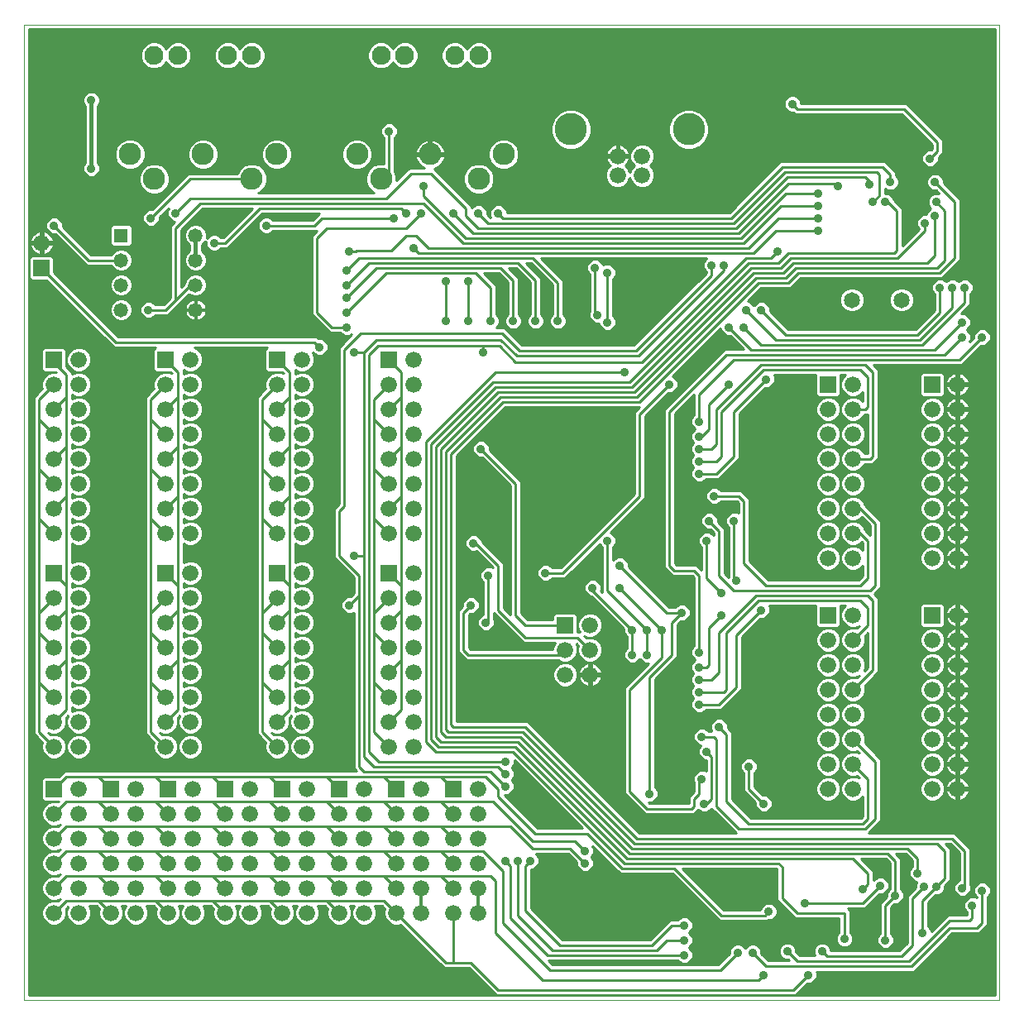
<source format=gbl>
G75*
%MOIN*%
%OFA0B0*%
%FSLAX25Y25*%
%IPPOS*%
%LPD*%
%AMOC8*
5,1,8,0,0,1.08239X$1,22.5*
%
%ADD10C,0.00000*%
%ADD11C,0.06600*%
%ADD12C,0.13000*%
%ADD13C,0.09000*%
%ADD14C,0.07600*%
%ADD15C,0.06500*%
%ADD16R,0.06600X0.06600*%
%ADD17R,0.05800X0.05800*%
%ADD18C,0.05800*%
%ADD19C,0.01000*%
%ADD20C,0.03575*%
%ADD21C,0.01200*%
%ADD22C,0.01600*%
%ADD23C,0.23622*%
D10*
X0001500Y0001500D02*
X0001500Y0394500D01*
X0394500Y0394500D01*
X0394500Y0001500D01*
X0001500Y0001500D01*
D11*
X0013500Y0036500D03*
X0013500Y0046500D03*
X0023500Y0046500D03*
X0023500Y0036500D03*
X0036500Y0036500D03*
X0036500Y0046500D03*
X0046500Y0046500D03*
X0046500Y0036500D03*
X0059500Y0036500D03*
X0059500Y0046500D03*
X0069500Y0046500D03*
X0069500Y0036500D03*
X0082500Y0036500D03*
X0082500Y0046500D03*
X0082500Y0056500D03*
X0082500Y0066500D03*
X0082500Y0076500D03*
X0092500Y0076500D03*
X0092500Y0086500D03*
X0105500Y0076500D03*
X0105500Y0066500D03*
X0105500Y0056500D03*
X0105500Y0046500D03*
X0105500Y0036500D03*
X0115500Y0036500D03*
X0115500Y0046500D03*
X0115500Y0056500D03*
X0115500Y0066500D03*
X0115500Y0076500D03*
X0115500Y0086500D03*
X0128500Y0076500D03*
X0138500Y0076500D03*
X0138500Y0086500D03*
X0151500Y0076500D03*
X0161500Y0076500D03*
X0161500Y0086500D03*
X0174500Y0076500D03*
X0184500Y0076500D03*
X0184500Y0086500D03*
X0184500Y0066500D03*
X0184500Y0056500D03*
X0174500Y0056500D03*
X0174500Y0066500D03*
X0161500Y0066500D03*
X0161500Y0056500D03*
X0151500Y0056500D03*
X0151500Y0066500D03*
X0138500Y0066500D03*
X0138500Y0056500D03*
X0128500Y0056500D03*
X0128500Y0066500D03*
X0128500Y0046500D03*
X0128500Y0036500D03*
X0138500Y0036500D03*
X0138500Y0046500D03*
X0151500Y0046500D03*
X0151500Y0036500D03*
X0161500Y0036500D03*
X0161500Y0046500D03*
X0174500Y0046500D03*
X0174500Y0036500D03*
X0184500Y0036500D03*
X0184500Y0046500D03*
X0158500Y0103500D03*
X0158500Y0113500D03*
X0158500Y0123500D03*
X0158500Y0133500D03*
X0158500Y0143500D03*
X0158500Y0153500D03*
X0158500Y0163500D03*
X0158500Y0173500D03*
X0148500Y0163500D03*
X0148500Y0153500D03*
X0148500Y0143500D03*
X0148500Y0133500D03*
X0148500Y0123500D03*
X0148500Y0113500D03*
X0148500Y0103500D03*
X0113500Y0103500D03*
X0113500Y0113500D03*
X0103500Y0113500D03*
X0103500Y0103500D03*
X0103500Y0123500D03*
X0103500Y0133500D03*
X0113500Y0133500D03*
X0113500Y0123500D03*
X0113500Y0143500D03*
X0113500Y0153500D03*
X0103500Y0153500D03*
X0103500Y0143500D03*
X0103500Y0163500D03*
X0113500Y0163500D03*
X0113500Y0173500D03*
X0113500Y0189500D03*
X0103500Y0189500D03*
X0103500Y0199500D03*
X0103500Y0209500D03*
X0113500Y0209500D03*
X0113500Y0199500D03*
X0113500Y0219500D03*
X0113500Y0229500D03*
X0103500Y0229500D03*
X0103500Y0219500D03*
X0103500Y0239500D03*
X0113500Y0239500D03*
X0113500Y0249500D03*
X0113500Y0259500D03*
X0103500Y0249500D03*
X0068500Y0249500D03*
X0068500Y0259500D03*
X0058500Y0249500D03*
X0058500Y0239500D03*
X0058500Y0229500D03*
X0058500Y0219500D03*
X0058500Y0209500D03*
X0058500Y0199500D03*
X0058500Y0189500D03*
X0068500Y0189500D03*
X0068500Y0199500D03*
X0068500Y0209500D03*
X0068500Y0219500D03*
X0068500Y0229500D03*
X0068500Y0239500D03*
X0023500Y0239500D03*
X0013500Y0239500D03*
X0013500Y0229500D03*
X0013500Y0219500D03*
X0023500Y0219500D03*
X0023500Y0229500D03*
X0023500Y0209500D03*
X0023500Y0199500D03*
X0013500Y0199500D03*
X0013500Y0209500D03*
X0013500Y0189500D03*
X0023500Y0189500D03*
X0023500Y0173500D03*
X0023500Y0163500D03*
X0013500Y0163500D03*
X0013500Y0153500D03*
X0013500Y0143500D03*
X0023500Y0143500D03*
X0023500Y0153500D03*
X0023500Y0133500D03*
X0023500Y0123500D03*
X0013500Y0123500D03*
X0013500Y0133500D03*
X0013500Y0113500D03*
X0013500Y0103500D03*
X0023500Y0103500D03*
X0023500Y0113500D03*
X0023500Y0086500D03*
X0023500Y0076500D03*
X0013500Y0076500D03*
X0013500Y0066500D03*
X0013500Y0056500D03*
X0023500Y0056500D03*
X0023500Y0066500D03*
X0036500Y0066500D03*
X0036500Y0056500D03*
X0046500Y0056500D03*
X0046500Y0066500D03*
X0046500Y0076500D03*
X0046500Y0086500D03*
X0036500Y0076500D03*
X0059500Y0076500D03*
X0069500Y0076500D03*
X0069500Y0086500D03*
X0068500Y0103500D03*
X0068500Y0113500D03*
X0068500Y0123500D03*
X0068500Y0133500D03*
X0068500Y0143500D03*
X0068500Y0153500D03*
X0068500Y0163500D03*
X0068500Y0173500D03*
X0058500Y0163500D03*
X0058500Y0153500D03*
X0058500Y0143500D03*
X0058500Y0133500D03*
X0058500Y0123500D03*
X0058500Y0113500D03*
X0058500Y0103500D03*
X0059500Y0066500D03*
X0059500Y0056500D03*
X0069500Y0056500D03*
X0069500Y0066500D03*
X0092500Y0066500D03*
X0092500Y0056500D03*
X0092500Y0046500D03*
X0092500Y0036500D03*
X0219500Y0132500D03*
X0219500Y0142500D03*
X0229500Y0142500D03*
X0229500Y0132500D03*
X0229500Y0152500D03*
X0158500Y0189500D03*
X0158500Y0199500D03*
X0158500Y0209500D03*
X0158500Y0219500D03*
X0158500Y0229500D03*
X0158500Y0239500D03*
X0158500Y0249500D03*
X0158500Y0259500D03*
X0148500Y0249500D03*
X0148500Y0239500D03*
X0148500Y0229500D03*
X0148500Y0219500D03*
X0148500Y0209500D03*
X0148500Y0199500D03*
X0148500Y0189500D03*
X0023500Y0249500D03*
X0023500Y0259500D03*
X0013500Y0249500D03*
X0008500Y0306500D03*
X0240579Y0333700D03*
X0240579Y0341500D03*
X0250421Y0341500D03*
X0250421Y0333700D03*
X0335500Y0249500D03*
X0335500Y0239500D03*
X0325500Y0239500D03*
X0325500Y0229500D03*
X0325500Y0219500D03*
X0335500Y0219500D03*
X0335500Y0229500D03*
X0335500Y0209500D03*
X0335500Y0199500D03*
X0325500Y0199500D03*
X0325500Y0209500D03*
X0325500Y0189500D03*
X0325500Y0179500D03*
X0335500Y0179500D03*
X0335500Y0189500D03*
X0367500Y0189500D03*
X0367500Y0179500D03*
X0377500Y0179500D03*
X0377500Y0189500D03*
X0377500Y0199500D03*
X0377500Y0209500D03*
X0377500Y0219500D03*
X0377500Y0229500D03*
X0377500Y0239500D03*
X0377500Y0249500D03*
X0367500Y0239500D03*
X0367500Y0229500D03*
X0367500Y0219500D03*
X0367500Y0209500D03*
X0367500Y0199500D03*
X0377500Y0156500D03*
X0377500Y0146500D03*
X0377500Y0136500D03*
X0377500Y0126500D03*
X0377500Y0116500D03*
X0377500Y0106500D03*
X0377500Y0096500D03*
X0377500Y0086500D03*
X0367500Y0086500D03*
X0367500Y0096500D03*
X0367500Y0106500D03*
X0367500Y0116500D03*
X0367500Y0126500D03*
X0367500Y0136500D03*
X0367500Y0146500D03*
X0335500Y0146500D03*
X0335500Y0136500D03*
X0325500Y0136500D03*
X0325500Y0146500D03*
X0335500Y0156500D03*
X0335500Y0126500D03*
X0335500Y0116500D03*
X0325500Y0116500D03*
X0325500Y0126500D03*
X0325500Y0106500D03*
X0325500Y0096500D03*
X0335500Y0096500D03*
X0335500Y0106500D03*
X0335500Y0086500D03*
X0325500Y0086500D03*
D12*
X0269200Y0352200D03*
X0221800Y0352200D03*
D13*
X0194635Y0342227D03*
X0184635Y0332306D03*
X0164989Y0342187D03*
X0145265Y0332266D03*
X0135540Y0342227D03*
X0103135Y0342227D03*
X0093135Y0332306D03*
X0073489Y0342187D03*
X0053765Y0332266D03*
X0044040Y0342227D03*
D14*
X0053735Y0382027D03*
X0063335Y0382027D03*
X0083435Y0382027D03*
X0093135Y0382027D03*
X0145235Y0382027D03*
X0154835Y0382027D03*
X0174935Y0382027D03*
X0184635Y0382027D03*
D15*
X0335000Y0283500D03*
X0355000Y0283500D03*
D16*
X0367500Y0249500D03*
X0325500Y0249500D03*
X0325500Y0156500D03*
X0367500Y0156500D03*
X0219500Y0152500D03*
X0174500Y0086500D03*
X0151500Y0086500D03*
X0128500Y0086500D03*
X0105500Y0086500D03*
X0082500Y0086500D03*
X0059500Y0086500D03*
X0036500Y0086500D03*
X0013500Y0086500D03*
X0013500Y0173500D03*
X0058500Y0173500D03*
X0103500Y0173500D03*
X0148500Y0173500D03*
X0148500Y0259500D03*
X0103500Y0259500D03*
X0058500Y0259500D03*
X0013500Y0259500D03*
X0008500Y0296500D03*
D17*
X0040500Y0309500D03*
D18*
X0040500Y0299500D03*
X0040500Y0289500D03*
X0040500Y0279500D03*
X0070500Y0279500D03*
X0070500Y0289500D03*
X0070500Y0299500D03*
X0070500Y0309500D03*
D19*
X0066158Y0311039D02*
X0064700Y0311039D01*
X0064700Y0311589D02*
X0073411Y0320300D01*
X0093189Y0320300D01*
X0081589Y0308700D01*
X0080732Y0308700D01*
X0079975Y0309456D01*
X0078694Y0309987D01*
X0077306Y0309987D01*
X0076025Y0309456D01*
X0075062Y0308494D01*
X0075100Y0308585D01*
X0075100Y0310415D01*
X0074400Y0312106D01*
X0073106Y0313400D01*
X0071415Y0314100D01*
X0069585Y0314100D01*
X0067894Y0313400D01*
X0066600Y0312106D01*
X0065900Y0310415D01*
X0065900Y0308585D01*
X0066600Y0306894D01*
X0067894Y0305600D01*
X0068000Y0305557D01*
X0068000Y0303443D01*
X0067894Y0303400D01*
X0066600Y0302106D01*
X0065900Y0300415D01*
X0065900Y0298585D01*
X0066600Y0296894D01*
X0067894Y0295600D01*
X0069585Y0294900D01*
X0071415Y0294900D01*
X0073106Y0295600D01*
X0074400Y0296894D01*
X0075100Y0298585D01*
X0075100Y0300415D01*
X0074400Y0302106D01*
X0073106Y0303400D01*
X0073000Y0303443D01*
X0073000Y0305557D01*
X0073106Y0305600D01*
X0074400Y0306894D01*
X0074513Y0307167D01*
X0074513Y0305806D01*
X0075044Y0304525D01*
X0076025Y0303544D01*
X0077306Y0303013D01*
X0078694Y0303013D01*
X0079975Y0303544D01*
X0080732Y0304300D01*
X0083411Y0304300D01*
X0097411Y0318300D01*
X0120189Y0318300D01*
X0119300Y0317411D01*
X0117589Y0315700D01*
X0101732Y0315700D01*
X0100975Y0316456D01*
X0099694Y0316987D01*
X0098306Y0316987D01*
X0097025Y0316456D01*
X0096044Y0315475D01*
X0095513Y0314194D01*
X0095513Y0312806D01*
X0096044Y0311525D01*
X0097025Y0310544D01*
X0098306Y0310013D01*
X0099694Y0310013D01*
X0100975Y0310544D01*
X0101732Y0311300D01*
X0119189Y0311300D01*
X0117300Y0309411D01*
X0117300Y0277589D01*
X0118589Y0276300D01*
X0124589Y0270300D01*
X0128768Y0270300D01*
X0129525Y0269544D01*
X0130806Y0269013D01*
X0132194Y0269013D01*
X0133402Y0269513D01*
X0129589Y0265700D01*
X0128300Y0264411D01*
X0128300Y0201411D01*
X0127589Y0200700D01*
X0126300Y0199411D01*
X0126300Y0179589D01*
X0134300Y0171589D01*
X0134300Y0165411D01*
X0132876Y0163987D01*
X0131806Y0163987D01*
X0130525Y0163456D01*
X0129544Y0162475D01*
X0129013Y0161194D01*
X0129013Y0159806D01*
X0129544Y0158525D01*
X0130525Y0157544D01*
X0131806Y0157013D01*
X0133194Y0157013D01*
X0134300Y0157471D01*
X0134300Y0094589D01*
X0135189Y0093700D01*
X0017589Y0093700D01*
X0016300Y0092411D01*
X0015389Y0091500D01*
X0009496Y0091500D01*
X0008500Y0090504D01*
X0008500Y0082496D01*
X0009496Y0081500D01*
X0015389Y0081500D01*
X0015127Y0081238D01*
X0014495Y0081500D01*
X0012505Y0081500D01*
X0010668Y0080739D01*
X0009261Y0079332D01*
X0008500Y0077495D01*
X0008500Y0075505D01*
X0009261Y0073668D01*
X0010668Y0072261D01*
X0012505Y0071500D01*
X0010668Y0070739D01*
X0009261Y0069332D01*
X0008500Y0067495D01*
X0008500Y0065505D01*
X0009261Y0063668D01*
X0010668Y0062261D01*
X0012505Y0061500D01*
X0010668Y0060739D01*
X0009261Y0059332D01*
X0008500Y0057495D01*
X0008500Y0055505D01*
X0009261Y0053668D01*
X0010668Y0052261D01*
X0012505Y0051500D01*
X0010668Y0050739D01*
X0009261Y0049332D01*
X0008500Y0047495D01*
X0008500Y0045505D01*
X0009261Y0043668D01*
X0010668Y0042261D01*
X0012505Y0041500D01*
X0010668Y0040739D01*
X0009261Y0039332D01*
X0008500Y0037495D01*
X0008500Y0035505D01*
X0009261Y0033668D01*
X0010668Y0032261D01*
X0012505Y0031500D01*
X0014495Y0031500D01*
X0016332Y0032261D01*
X0017739Y0033668D01*
X0018500Y0035505D01*
X0019261Y0033668D01*
X0020668Y0032261D01*
X0022505Y0031500D01*
X0024495Y0031500D01*
X0026332Y0032261D01*
X0027739Y0033668D01*
X0028500Y0035505D01*
X0028500Y0037495D01*
X0027752Y0039300D01*
X0030589Y0039300D01*
X0031762Y0038127D01*
X0031500Y0037495D01*
X0031500Y0035505D01*
X0032261Y0033668D01*
X0033668Y0032261D01*
X0035505Y0031500D01*
X0037495Y0031500D01*
X0039332Y0032261D01*
X0040739Y0033668D01*
X0041500Y0035505D01*
X0042261Y0033668D01*
X0043668Y0032261D01*
X0045505Y0031500D01*
X0047495Y0031500D01*
X0049332Y0032261D01*
X0050739Y0033668D01*
X0051500Y0035505D01*
X0051500Y0037495D01*
X0050752Y0039300D01*
X0053589Y0039300D01*
X0054762Y0038127D01*
X0054500Y0037495D01*
X0054500Y0035505D01*
X0055261Y0033668D01*
X0056668Y0032261D01*
X0058505Y0031500D01*
X0060495Y0031500D01*
X0062332Y0032261D01*
X0063739Y0033668D01*
X0064500Y0035505D01*
X0065261Y0033668D01*
X0066668Y0032261D01*
X0068505Y0031500D01*
X0070495Y0031500D01*
X0072332Y0032261D01*
X0073739Y0033668D01*
X0074500Y0035505D01*
X0074500Y0037495D01*
X0073752Y0039300D01*
X0076589Y0039300D01*
X0077762Y0038127D01*
X0077500Y0037495D01*
X0077500Y0035505D01*
X0078261Y0033668D01*
X0079668Y0032261D01*
X0081505Y0031500D01*
X0083495Y0031500D01*
X0085332Y0032261D01*
X0086739Y0033668D01*
X0087500Y0035505D01*
X0088261Y0033668D01*
X0089668Y0032261D01*
X0091505Y0031500D01*
X0093495Y0031500D01*
X0095332Y0032261D01*
X0096739Y0033668D01*
X0097500Y0035505D01*
X0097500Y0037495D01*
X0096752Y0039300D01*
X0099589Y0039300D01*
X0100762Y0038127D01*
X0100500Y0037495D01*
X0100500Y0035505D01*
X0101261Y0033668D01*
X0102668Y0032261D01*
X0104505Y0031500D01*
X0106495Y0031500D01*
X0108332Y0032261D01*
X0109739Y0033668D01*
X0110500Y0035505D01*
X0111261Y0033668D01*
X0112668Y0032261D01*
X0114505Y0031500D01*
X0116495Y0031500D01*
X0118332Y0032261D01*
X0119739Y0033668D01*
X0120500Y0035505D01*
X0120500Y0037495D01*
X0119752Y0039300D01*
X0122589Y0039300D01*
X0123762Y0038127D01*
X0123500Y0037495D01*
X0123500Y0035505D01*
X0124261Y0033668D01*
X0125668Y0032261D01*
X0127505Y0031500D01*
X0129495Y0031500D01*
X0131332Y0032261D01*
X0132739Y0033668D01*
X0133500Y0035505D01*
X0134261Y0033668D01*
X0135668Y0032261D01*
X0137505Y0031500D01*
X0139495Y0031500D01*
X0141332Y0032261D01*
X0142739Y0033668D01*
X0143500Y0035505D01*
X0143500Y0037495D01*
X0142752Y0039300D01*
X0145589Y0039300D01*
X0146762Y0038127D01*
X0146500Y0037495D01*
X0146500Y0035505D01*
X0147261Y0033668D01*
X0148668Y0032261D01*
X0150505Y0031500D01*
X0152495Y0031500D01*
X0153127Y0031762D01*
X0170589Y0014300D01*
X0180589Y0014300D01*
X0190300Y0004589D01*
X0190300Y0004589D01*
X0191589Y0003300D01*
X0312411Y0003300D01*
X0313700Y0004589D01*
X0317124Y0008013D01*
X0318194Y0008013D01*
X0319475Y0008544D01*
X0320456Y0009525D01*
X0320987Y0010806D01*
X0320987Y0012194D01*
X0320736Y0012800D01*
X0359911Y0012800D01*
X0375411Y0028300D01*
X0386411Y0028300D01*
X0389700Y0031589D01*
X0389700Y0042768D01*
X0390456Y0043525D01*
X0390987Y0044806D01*
X0390987Y0046194D01*
X0390456Y0047475D01*
X0389475Y0048456D01*
X0388194Y0048987D01*
X0386806Y0048987D01*
X0385525Y0048456D01*
X0384544Y0047475D01*
X0384013Y0046194D01*
X0384013Y0044806D01*
X0384544Y0043525D01*
X0385300Y0042768D01*
X0385300Y0042529D01*
X0384194Y0042987D01*
X0382806Y0042987D01*
X0381525Y0042456D01*
X0380544Y0041475D01*
X0380013Y0040194D01*
X0380013Y0038806D01*
X0380544Y0037525D01*
X0381300Y0036768D01*
X0381300Y0035700D01*
X0373589Y0035700D01*
X0366987Y0029099D01*
X0366987Y0029194D01*
X0366456Y0030475D01*
X0365700Y0031232D01*
X0365700Y0040589D01*
X0368624Y0043513D01*
X0369694Y0043513D01*
X0370975Y0044044D01*
X0371956Y0045025D01*
X0372487Y0046306D01*
X0372487Y0047376D01*
X0374700Y0049589D01*
X0374700Y0062411D01*
X0373411Y0063700D01*
X0372811Y0064300D01*
X0374589Y0064300D01*
X0378300Y0060589D01*
X0378300Y0049778D01*
X0377525Y0049456D01*
X0376544Y0048475D01*
X0376013Y0047194D01*
X0376013Y0045806D01*
X0376544Y0044525D01*
X0377525Y0043544D01*
X0378806Y0043013D01*
X0380194Y0043013D01*
X0381475Y0043544D01*
X0382456Y0044525D01*
X0382987Y0045806D01*
X0382987Y0047194D01*
X0382700Y0047888D01*
X0382700Y0062411D01*
X0381411Y0063700D01*
X0376411Y0068700D01*
X0341811Y0068700D01*
X0346700Y0073589D01*
X0346700Y0098411D01*
X0345411Y0099700D01*
X0340238Y0104873D01*
X0340500Y0105505D01*
X0340500Y0107495D01*
X0339739Y0109332D01*
X0338332Y0110739D01*
X0336495Y0111500D01*
X0338332Y0112261D01*
X0339739Y0113668D01*
X0340500Y0115505D01*
X0340500Y0117495D01*
X0339739Y0119332D01*
X0338332Y0120739D01*
X0336495Y0121500D01*
X0334505Y0121500D01*
X0332668Y0120739D01*
X0331261Y0119332D01*
X0330500Y0117495D01*
X0330500Y0115505D01*
X0331261Y0113668D01*
X0332668Y0112261D01*
X0334505Y0111500D01*
X0336495Y0111500D01*
X0334505Y0111500D01*
X0332668Y0110739D01*
X0331261Y0109332D01*
X0330500Y0107495D01*
X0329739Y0109332D01*
X0328332Y0110739D01*
X0326495Y0111500D01*
X0324505Y0111500D01*
X0322668Y0110739D01*
X0321261Y0109332D01*
X0320500Y0107495D01*
X0320500Y0105505D01*
X0321261Y0103668D01*
X0322668Y0102261D01*
X0324505Y0101500D01*
X0322668Y0100739D01*
X0321261Y0099332D01*
X0320500Y0097495D01*
X0320500Y0095505D01*
X0321261Y0093668D01*
X0322668Y0092261D01*
X0324505Y0091500D01*
X0322668Y0090739D01*
X0321261Y0089332D01*
X0320500Y0087495D01*
X0320500Y0085505D01*
X0321261Y0083668D01*
X0322668Y0082261D01*
X0324505Y0081500D01*
X0326495Y0081500D01*
X0328332Y0082261D01*
X0329739Y0083668D01*
X0330500Y0085505D01*
X0330500Y0087495D01*
X0329739Y0089332D01*
X0328332Y0090739D01*
X0326495Y0091500D01*
X0324505Y0091500D01*
X0326495Y0091500D01*
X0328332Y0092261D01*
X0329739Y0093668D01*
X0330500Y0095505D01*
X0330500Y0097495D01*
X0329739Y0099332D01*
X0328332Y0100739D01*
X0326495Y0101500D01*
X0324505Y0101500D01*
X0326495Y0101500D01*
X0328332Y0102261D01*
X0329739Y0103668D01*
X0330500Y0105505D01*
X0330500Y0107495D01*
X0330500Y0105505D01*
X0331261Y0103668D01*
X0332668Y0102261D01*
X0334505Y0101500D01*
X0332668Y0100739D01*
X0331261Y0099332D01*
X0330500Y0097495D01*
X0330500Y0095505D01*
X0331261Y0093668D01*
X0332668Y0092261D01*
X0334505Y0091500D01*
X0332668Y0090739D01*
X0331261Y0089332D01*
X0330500Y0087495D01*
X0330500Y0085505D01*
X0331261Y0083668D01*
X0332668Y0082261D01*
X0334505Y0081500D01*
X0336495Y0081500D01*
X0338332Y0082261D01*
X0339300Y0083229D01*
X0339300Y0075411D01*
X0338589Y0074700D01*
X0294411Y0074700D01*
X0286700Y0082411D01*
X0286700Y0109411D01*
X0284987Y0111124D01*
X0284987Y0112194D01*
X0284456Y0113475D01*
X0283475Y0114456D01*
X0282194Y0114987D01*
X0280806Y0114987D01*
X0279525Y0114456D01*
X0278544Y0113475D01*
X0278013Y0112194D01*
X0278013Y0110806D01*
X0278471Y0109700D01*
X0277232Y0109700D01*
X0276475Y0110456D01*
X0275194Y0110987D01*
X0273806Y0110987D01*
X0272525Y0110456D01*
X0271544Y0109475D01*
X0271013Y0108194D01*
X0271013Y0106806D01*
X0271544Y0105525D01*
X0272525Y0104544D01*
X0273806Y0104013D01*
X0274081Y0104013D01*
X0273544Y0103475D01*
X0273013Y0102194D01*
X0273013Y0100806D01*
X0273544Y0099525D01*
X0274525Y0098544D01*
X0275806Y0098013D01*
X0276300Y0098013D01*
X0276300Y0093529D01*
X0275194Y0093987D01*
X0273806Y0093987D01*
X0272525Y0093456D01*
X0271544Y0092475D01*
X0271013Y0091194D01*
X0271013Y0089806D01*
X0271300Y0089112D01*
X0271300Y0085411D01*
X0269300Y0083411D01*
X0269300Y0080700D01*
X0253411Y0080700D01*
X0253099Y0081013D01*
X0254194Y0081013D01*
X0255475Y0081544D01*
X0256456Y0082525D01*
X0256987Y0083806D01*
X0256987Y0085194D01*
X0256456Y0086475D01*
X0255700Y0087232D01*
X0255700Y0130589D01*
X0264700Y0139589D01*
X0264700Y0152589D01*
X0266124Y0154013D01*
X0267194Y0154013D01*
X0268475Y0154544D01*
X0269456Y0155525D01*
X0269987Y0156806D01*
X0269987Y0158194D01*
X0269456Y0159475D01*
X0268475Y0160456D01*
X0267194Y0160987D01*
X0265806Y0160987D01*
X0264525Y0160456D01*
X0263768Y0159700D01*
X0261411Y0159700D01*
X0244987Y0176124D01*
X0244987Y0177194D01*
X0244456Y0178475D01*
X0243475Y0179456D01*
X0242194Y0179987D01*
X0240806Y0179987D01*
X0239525Y0179456D01*
X0238700Y0178632D01*
X0238700Y0183768D01*
X0239456Y0184525D01*
X0239987Y0185806D01*
X0239987Y0187194D01*
X0239456Y0188475D01*
X0238475Y0189456D01*
X0237834Y0189722D01*
X0251700Y0203589D01*
X0251700Y0236589D01*
X0261124Y0246013D01*
X0262194Y0246013D01*
X0263475Y0246544D01*
X0264456Y0247525D01*
X0264987Y0248806D01*
X0264987Y0250194D01*
X0264456Y0251475D01*
X0263475Y0252456D01*
X0262834Y0252722D01*
X0282013Y0271901D01*
X0282013Y0271806D01*
X0282544Y0270525D01*
X0283525Y0269544D01*
X0284806Y0269013D01*
X0285876Y0269013D01*
X0291189Y0263700D01*
X0283589Y0263700D01*
X0282300Y0262411D01*
X0259300Y0239411D01*
X0259300Y0175589D01*
X0262589Y0172300D01*
X0270589Y0172300D01*
X0271300Y0171589D01*
X0271300Y0144232D01*
X0270544Y0143475D01*
X0270013Y0142194D01*
X0270013Y0140806D01*
X0270544Y0139525D01*
X0271525Y0138544D01*
X0271630Y0138500D01*
X0271525Y0138456D01*
X0270544Y0137475D01*
X0270013Y0136194D01*
X0270013Y0134806D01*
X0270544Y0133525D01*
X0271068Y0133000D01*
X0270544Y0132475D01*
X0270013Y0131194D01*
X0270013Y0129806D01*
X0270544Y0128525D01*
X0271068Y0128000D01*
X0270544Y0127475D01*
X0270013Y0126194D01*
X0270013Y0124806D01*
X0270544Y0123525D01*
X0271068Y0123000D01*
X0270544Y0122475D01*
X0270013Y0121194D01*
X0270013Y0119806D01*
X0270544Y0118525D01*
X0271525Y0117544D01*
X0272806Y0117013D01*
X0274194Y0117013D01*
X0275475Y0117544D01*
X0276232Y0118300D01*
X0282411Y0118300D01*
X0283700Y0119589D01*
X0290700Y0126589D01*
X0290700Y0147589D01*
X0298124Y0155013D01*
X0299194Y0155013D01*
X0300475Y0155544D01*
X0301456Y0156525D01*
X0301987Y0157806D01*
X0301987Y0159194D01*
X0301529Y0160300D01*
X0320500Y0160300D01*
X0320500Y0152496D01*
X0321496Y0151500D01*
X0329504Y0151500D01*
X0330500Y0152496D01*
X0330500Y0160300D01*
X0332229Y0160300D01*
X0331261Y0159332D01*
X0330500Y0157495D01*
X0330500Y0155505D01*
X0331261Y0153668D01*
X0332668Y0152261D01*
X0334505Y0151500D01*
X0332668Y0150739D01*
X0331261Y0149332D01*
X0330500Y0147495D01*
X0329739Y0149332D01*
X0328332Y0150739D01*
X0326495Y0151500D01*
X0324505Y0151500D01*
X0322668Y0150739D01*
X0321261Y0149332D01*
X0320500Y0147495D01*
X0320500Y0145505D01*
X0321261Y0143668D01*
X0322668Y0142261D01*
X0324505Y0141500D01*
X0322668Y0140739D01*
X0321261Y0139332D01*
X0320500Y0137495D01*
X0320500Y0135505D01*
X0321261Y0133668D01*
X0322668Y0132261D01*
X0324505Y0131500D01*
X0322668Y0130739D01*
X0321261Y0129332D01*
X0320500Y0127495D01*
X0320500Y0125505D01*
X0321261Y0123668D01*
X0322668Y0122261D01*
X0324505Y0121500D01*
X0322668Y0120739D01*
X0321261Y0119332D01*
X0320500Y0117495D01*
X0320500Y0115505D01*
X0321261Y0113668D01*
X0322668Y0112261D01*
X0324505Y0111500D01*
X0326495Y0111500D01*
X0328332Y0112261D01*
X0329739Y0113668D01*
X0330500Y0115505D01*
X0330500Y0117495D01*
X0329739Y0119332D01*
X0328332Y0120739D01*
X0326495Y0121500D01*
X0324505Y0121500D01*
X0326495Y0121500D01*
X0328332Y0122261D01*
X0329739Y0123668D01*
X0330500Y0125505D01*
X0330500Y0127495D01*
X0329739Y0129332D01*
X0328332Y0130739D01*
X0326495Y0131500D01*
X0324505Y0131500D01*
X0326495Y0131500D01*
X0328332Y0132261D01*
X0329739Y0133668D01*
X0330500Y0135505D01*
X0330500Y0137495D01*
X0329739Y0139332D01*
X0328332Y0140739D01*
X0326495Y0141500D01*
X0324505Y0141500D01*
X0326495Y0141500D01*
X0328332Y0142261D01*
X0329739Y0143668D01*
X0330500Y0145505D01*
X0330500Y0147495D01*
X0330500Y0145505D01*
X0331261Y0143668D01*
X0332668Y0142261D01*
X0334505Y0141500D01*
X0332668Y0140739D01*
X0331261Y0139332D01*
X0330500Y0137495D01*
X0330500Y0135505D01*
X0331261Y0133668D01*
X0332668Y0132261D01*
X0334505Y0131500D01*
X0332668Y0130739D01*
X0331261Y0129332D01*
X0330500Y0127495D01*
X0330500Y0125505D01*
X0331261Y0123668D01*
X0332668Y0122261D01*
X0334505Y0121500D01*
X0336495Y0121500D01*
X0338332Y0122261D01*
X0339739Y0123668D01*
X0340500Y0125505D01*
X0340500Y0127495D01*
X0340238Y0128127D01*
X0344411Y0132300D01*
X0345700Y0133589D01*
X0345700Y0163411D01*
X0344111Y0165000D01*
X0344700Y0165589D01*
X0346700Y0167589D01*
X0346700Y0194411D01*
X0345411Y0195700D01*
X0340417Y0200694D01*
X0339739Y0202332D01*
X0338332Y0203739D01*
X0336495Y0204500D01*
X0338332Y0205261D01*
X0339739Y0206668D01*
X0340500Y0208505D01*
X0340500Y0210495D01*
X0339739Y0212332D01*
X0338332Y0213739D01*
X0336495Y0214500D01*
X0334505Y0214500D01*
X0332668Y0213739D01*
X0331261Y0212332D01*
X0330500Y0210495D01*
X0330500Y0208505D01*
X0331261Y0206668D01*
X0332668Y0205261D01*
X0334505Y0204500D01*
X0336495Y0204500D01*
X0334505Y0204500D01*
X0332668Y0203739D01*
X0331261Y0202332D01*
X0330500Y0200495D01*
X0329739Y0202332D01*
X0328332Y0203739D01*
X0326495Y0204500D01*
X0324505Y0204500D01*
X0322668Y0203739D01*
X0321261Y0202332D01*
X0320500Y0200495D01*
X0320500Y0198505D01*
X0321261Y0196668D01*
X0322668Y0195261D01*
X0324505Y0194500D01*
X0322668Y0193739D01*
X0321261Y0192332D01*
X0320500Y0190495D01*
X0320500Y0188505D01*
X0321261Y0186668D01*
X0322668Y0185261D01*
X0324505Y0184500D01*
X0322668Y0183739D01*
X0321261Y0182332D01*
X0320500Y0180495D01*
X0320500Y0178505D01*
X0321261Y0176668D01*
X0322668Y0175261D01*
X0324505Y0174500D01*
X0326495Y0174500D01*
X0328332Y0175261D01*
X0329739Y0176668D01*
X0330500Y0178505D01*
X0330500Y0180495D01*
X0329739Y0182332D01*
X0328332Y0183739D01*
X0326495Y0184500D01*
X0324505Y0184500D01*
X0326495Y0184500D01*
X0328332Y0185261D01*
X0329739Y0186668D01*
X0330500Y0188505D01*
X0330500Y0190495D01*
X0329739Y0192332D01*
X0328332Y0193739D01*
X0326495Y0194500D01*
X0324505Y0194500D01*
X0326495Y0194500D01*
X0328332Y0195261D01*
X0329739Y0196668D01*
X0330500Y0198505D01*
X0330500Y0200495D01*
X0330500Y0198505D01*
X0331261Y0196668D01*
X0332668Y0195261D01*
X0334505Y0194500D01*
X0332668Y0193739D01*
X0331261Y0192332D01*
X0330500Y0190495D01*
X0330500Y0188505D01*
X0331261Y0186668D01*
X0332668Y0185261D01*
X0334505Y0184500D01*
X0332668Y0183739D01*
X0331261Y0182332D01*
X0330500Y0180495D01*
X0330500Y0178505D01*
X0331261Y0176668D01*
X0332668Y0175261D01*
X0334505Y0174500D01*
X0336495Y0174500D01*
X0338332Y0175261D01*
X0339300Y0176229D01*
X0339300Y0172411D01*
X0337589Y0170700D01*
X0301411Y0170700D01*
X0293700Y0178411D01*
X0293700Y0203411D01*
X0291700Y0205411D01*
X0290411Y0206700D01*
X0282232Y0206700D01*
X0281475Y0207456D01*
X0280194Y0207987D01*
X0278806Y0207987D01*
X0277525Y0207456D01*
X0276544Y0206475D01*
X0276013Y0205194D01*
X0276013Y0203806D01*
X0276544Y0202525D01*
X0277525Y0201544D01*
X0278806Y0201013D01*
X0280194Y0201013D01*
X0281475Y0201544D01*
X0282232Y0202300D01*
X0288589Y0202300D01*
X0289300Y0201589D01*
X0289300Y0197529D01*
X0288194Y0197987D01*
X0286806Y0197987D01*
X0285525Y0197456D01*
X0284544Y0196475D01*
X0284013Y0195194D01*
X0284013Y0193806D01*
X0284544Y0192525D01*
X0285300Y0191768D01*
X0285300Y0171888D01*
X0285278Y0171834D01*
X0283700Y0173411D01*
X0283700Y0191411D01*
X0280987Y0194124D01*
X0280987Y0195194D01*
X0280456Y0196475D01*
X0279475Y0197456D01*
X0278194Y0197987D01*
X0276806Y0197987D01*
X0275525Y0197456D01*
X0274544Y0196475D01*
X0274013Y0195194D01*
X0274013Y0193806D01*
X0274544Y0192525D01*
X0275525Y0191544D01*
X0276806Y0191013D01*
X0277876Y0191013D01*
X0279300Y0189589D01*
X0279300Y0188632D01*
X0278475Y0189456D01*
X0277194Y0189987D01*
X0275806Y0189987D01*
X0274525Y0189456D01*
X0273544Y0188475D01*
X0273013Y0187194D01*
X0273013Y0185806D01*
X0273544Y0184525D01*
X0274300Y0183768D01*
X0274300Y0174811D01*
X0273700Y0175411D01*
X0272411Y0176700D01*
X0264411Y0176700D01*
X0263700Y0177411D01*
X0263700Y0237589D01*
X0271300Y0245189D01*
X0271300Y0237232D01*
X0270544Y0236475D01*
X0270013Y0235194D01*
X0270013Y0233806D01*
X0270544Y0232525D01*
X0271525Y0231544D01*
X0271630Y0231500D01*
X0271525Y0231456D01*
X0270544Y0230475D01*
X0270013Y0229194D01*
X0270013Y0227806D01*
X0270544Y0226525D01*
X0271068Y0226000D01*
X0270544Y0225475D01*
X0270013Y0224194D01*
X0270013Y0222806D01*
X0270544Y0221525D01*
X0271068Y0221000D01*
X0270544Y0220475D01*
X0270013Y0219194D01*
X0270013Y0217806D01*
X0270544Y0216525D01*
X0271068Y0216000D01*
X0270544Y0215475D01*
X0270013Y0214194D01*
X0270013Y0212806D01*
X0270544Y0211525D01*
X0271525Y0210544D01*
X0272806Y0210013D01*
X0274194Y0210013D01*
X0275475Y0210544D01*
X0276232Y0211300D01*
X0281411Y0211300D01*
X0282700Y0212589D01*
X0289700Y0219589D01*
X0289700Y0237589D01*
X0300124Y0248013D01*
X0301194Y0248013D01*
X0302475Y0248544D01*
X0303456Y0249525D01*
X0303987Y0250806D01*
X0303987Y0252194D01*
X0303529Y0253300D01*
X0320500Y0253300D01*
X0320500Y0245496D01*
X0321496Y0244500D01*
X0329504Y0244500D01*
X0330500Y0245496D01*
X0330500Y0253300D01*
X0332229Y0253300D01*
X0331261Y0252332D01*
X0330500Y0250495D01*
X0330500Y0248505D01*
X0331261Y0246668D01*
X0332668Y0245261D01*
X0334505Y0244500D01*
X0332668Y0243739D01*
X0331261Y0242332D01*
X0330500Y0240495D01*
X0329739Y0242332D01*
X0328332Y0243739D01*
X0326495Y0244500D01*
X0324505Y0244500D01*
X0322668Y0243739D01*
X0321261Y0242332D01*
X0320500Y0240495D01*
X0320500Y0238505D01*
X0321261Y0236668D01*
X0322668Y0235261D01*
X0324505Y0234500D01*
X0322668Y0233739D01*
X0321261Y0232332D01*
X0320500Y0230495D01*
X0320500Y0228505D01*
X0321261Y0226668D01*
X0322668Y0225261D01*
X0324505Y0224500D01*
X0322668Y0223739D01*
X0321261Y0222332D01*
X0320500Y0220495D01*
X0320500Y0218505D01*
X0321261Y0216668D01*
X0322668Y0215261D01*
X0324505Y0214500D01*
X0322668Y0213739D01*
X0321261Y0212332D01*
X0320500Y0210495D01*
X0320500Y0208505D01*
X0321261Y0206668D01*
X0322668Y0205261D01*
X0324505Y0204500D01*
X0326495Y0204500D01*
X0328332Y0205261D01*
X0329739Y0206668D01*
X0330500Y0208505D01*
X0330500Y0210495D01*
X0329739Y0212332D01*
X0328332Y0213739D01*
X0326495Y0214500D01*
X0324505Y0214500D01*
X0326495Y0214500D01*
X0328332Y0215261D01*
X0329739Y0216668D01*
X0330500Y0218505D01*
X0330500Y0220495D01*
X0329739Y0222332D01*
X0328332Y0223739D01*
X0326495Y0224500D01*
X0324505Y0224500D01*
X0326495Y0224500D01*
X0328332Y0225261D01*
X0329739Y0226668D01*
X0330500Y0228505D01*
X0331261Y0226668D01*
X0332668Y0225261D01*
X0334505Y0224500D01*
X0336495Y0224500D01*
X0338332Y0225261D01*
X0339739Y0226668D01*
X0340500Y0228505D01*
X0340500Y0230495D01*
X0339739Y0232332D01*
X0338332Y0233739D01*
X0336495Y0234500D01*
X0334505Y0234500D01*
X0332668Y0233739D01*
X0331261Y0232332D01*
X0330500Y0230495D01*
X0330500Y0228505D01*
X0330500Y0230495D01*
X0329739Y0232332D01*
X0328332Y0233739D01*
X0326495Y0234500D01*
X0324505Y0234500D01*
X0326495Y0234500D01*
X0328332Y0235261D01*
X0329739Y0236668D01*
X0330500Y0238505D01*
X0330500Y0240495D01*
X0330500Y0238505D01*
X0331261Y0236668D01*
X0332668Y0235261D01*
X0334505Y0234500D01*
X0336495Y0234500D01*
X0338332Y0235261D01*
X0339739Y0236668D01*
X0340001Y0237300D01*
X0341300Y0237300D01*
X0341300Y0221700D01*
X0340001Y0221700D01*
X0339739Y0222332D01*
X0338332Y0223739D01*
X0336495Y0224500D01*
X0334505Y0224500D01*
X0332668Y0223739D01*
X0331261Y0222332D01*
X0330500Y0220495D01*
X0330500Y0218505D01*
X0331261Y0216668D01*
X0332668Y0215261D01*
X0334505Y0214500D01*
X0336495Y0214500D01*
X0338332Y0215261D01*
X0339739Y0216668D01*
X0340001Y0217300D01*
X0343411Y0217300D01*
X0344411Y0218300D01*
X0345700Y0219589D01*
X0345700Y0255411D01*
X0343811Y0257300D01*
X0379411Y0257300D01*
X0387124Y0265013D01*
X0388194Y0265013D01*
X0389475Y0265544D01*
X0390456Y0266525D01*
X0390987Y0267806D01*
X0390987Y0269194D01*
X0390456Y0270475D01*
X0389475Y0271456D01*
X0388194Y0271987D01*
X0386806Y0271987D01*
X0385525Y0271456D01*
X0384544Y0270475D01*
X0384013Y0269194D01*
X0384013Y0268124D01*
X0382487Y0266598D01*
X0382987Y0267806D01*
X0382987Y0269194D01*
X0382456Y0270475D01*
X0381475Y0271456D01*
X0381370Y0271500D01*
X0381475Y0271544D01*
X0382456Y0272525D01*
X0382987Y0273806D01*
X0382987Y0275194D01*
X0382456Y0276475D01*
X0381475Y0277456D01*
X0380194Y0277987D01*
X0379099Y0277987D01*
X0382700Y0281589D01*
X0382700Y0285768D01*
X0383456Y0286525D01*
X0383987Y0287806D01*
X0383987Y0289194D01*
X0383456Y0290475D01*
X0382475Y0291456D01*
X0381194Y0291987D01*
X0379806Y0291987D01*
X0378525Y0291456D01*
X0378000Y0290932D01*
X0377475Y0291456D01*
X0376194Y0291987D01*
X0374806Y0291987D01*
X0373525Y0291456D01*
X0373000Y0290932D01*
X0372475Y0291456D01*
X0371194Y0291987D01*
X0369806Y0291987D01*
X0368525Y0291456D01*
X0367544Y0290475D01*
X0367013Y0289194D01*
X0367013Y0287806D01*
X0367544Y0286525D01*
X0368300Y0285768D01*
X0368300Y0279411D01*
X0360589Y0271700D01*
X0309411Y0271700D01*
X0301987Y0279124D01*
X0301987Y0280194D01*
X0301456Y0281475D01*
X0300475Y0282456D01*
X0299194Y0282987D01*
X0297806Y0282987D01*
X0296525Y0282456D01*
X0295544Y0281475D01*
X0295500Y0281370D01*
X0295456Y0281475D01*
X0294475Y0282456D01*
X0293194Y0282987D01*
X0293099Y0282987D01*
X0298411Y0288300D01*
X0310411Y0288300D01*
X0311700Y0289589D01*
X0314411Y0292300D01*
X0371411Y0292300D01*
X0372700Y0293589D01*
X0378700Y0299589D01*
X0378700Y0323911D01*
X0377411Y0325200D01*
X0371987Y0330624D01*
X0371987Y0331694D01*
X0371456Y0332975D01*
X0370475Y0333956D01*
X0369194Y0334487D01*
X0367806Y0334487D01*
X0366525Y0333956D01*
X0365544Y0332975D01*
X0365013Y0331694D01*
X0365013Y0330306D01*
X0365544Y0329025D01*
X0366525Y0328044D01*
X0367806Y0327513D01*
X0368876Y0327513D01*
X0370099Y0326289D01*
X0369745Y0326436D01*
X0368357Y0326436D01*
X0367076Y0325905D01*
X0366095Y0324924D01*
X0365564Y0323643D01*
X0365564Y0322255D01*
X0366095Y0320973D01*
X0366586Y0320482D01*
X0366525Y0320456D01*
X0365544Y0319475D01*
X0365013Y0318194D01*
X0365013Y0317987D01*
X0363806Y0317987D01*
X0362525Y0317456D01*
X0361544Y0316475D01*
X0361013Y0315194D01*
X0361013Y0313806D01*
X0361544Y0312525D01*
X0361978Y0312090D01*
X0355200Y0305311D01*
X0355200Y0320411D01*
X0353911Y0321700D01*
X0351987Y0323624D01*
X0351987Y0323694D01*
X0351456Y0324975D01*
X0350475Y0325956D01*
X0349194Y0326487D01*
X0348200Y0326487D01*
X0348200Y0328368D01*
X0348525Y0328044D01*
X0349806Y0327513D01*
X0351194Y0327513D01*
X0352475Y0328044D01*
X0353456Y0329025D01*
X0353987Y0330306D01*
X0353987Y0331694D01*
X0353456Y0332975D01*
X0352700Y0333732D01*
X0352700Y0334911D01*
X0349700Y0337911D01*
X0349700Y0337911D01*
X0348411Y0339200D01*
X0306089Y0339200D01*
X0285589Y0318700D01*
X0195987Y0318700D01*
X0195987Y0319194D01*
X0195456Y0320475D01*
X0194475Y0321456D01*
X0193194Y0321987D01*
X0191806Y0321987D01*
X0190525Y0321456D01*
X0189544Y0320475D01*
X0189013Y0319194D01*
X0189013Y0317806D01*
X0189471Y0316700D01*
X0189411Y0316700D01*
X0187987Y0318124D01*
X0187987Y0319194D01*
X0187456Y0320475D01*
X0186475Y0321456D01*
X0185194Y0321987D01*
X0183806Y0321987D01*
X0182525Y0321456D01*
X0181700Y0320632D01*
X0181700Y0321411D01*
X0166682Y0336429D01*
X0167292Y0336627D01*
X0168134Y0337056D01*
X0168898Y0337611D01*
X0169566Y0338279D01*
X0170121Y0339043D01*
X0170549Y0339884D01*
X0170841Y0340782D01*
X0170985Y0341687D01*
X0165489Y0341687D01*
X0165489Y0342687D01*
X0170985Y0342687D01*
X0170841Y0343592D01*
X0170549Y0344491D01*
X0170121Y0345332D01*
X0169566Y0346096D01*
X0168898Y0346764D01*
X0168134Y0347319D01*
X0167292Y0347748D01*
X0166394Y0348040D01*
X0165489Y0348183D01*
X0165489Y0342687D01*
X0164489Y0342687D01*
X0164489Y0341687D01*
X0158993Y0341687D01*
X0159137Y0340782D01*
X0159429Y0339884D01*
X0159857Y0339043D01*
X0160412Y0338279D01*
X0161080Y0337611D01*
X0161844Y0337056D01*
X0162543Y0336700D01*
X0156589Y0336700D01*
X0151465Y0331576D01*
X0151465Y0333499D01*
X0150700Y0335345D01*
X0150700Y0348768D01*
X0151456Y0349525D01*
X0151987Y0350806D01*
X0151987Y0352194D01*
X0151456Y0353475D01*
X0150475Y0354456D01*
X0149194Y0354987D01*
X0147806Y0354987D01*
X0146525Y0354456D01*
X0145544Y0353475D01*
X0145013Y0352194D01*
X0145013Y0350806D01*
X0145544Y0349525D01*
X0146300Y0348768D01*
X0146300Y0338466D01*
X0144031Y0338466D01*
X0141753Y0337522D01*
X0140008Y0335778D01*
X0139065Y0333499D01*
X0139065Y0331033D01*
X0140008Y0328754D01*
X0141753Y0327010D01*
X0142501Y0326700D01*
X0095803Y0326700D01*
X0096647Y0327049D01*
X0098391Y0328793D01*
X0099335Y0331072D01*
X0099335Y0333539D01*
X0098391Y0335818D01*
X0096647Y0337562D01*
X0094368Y0338505D01*
X0091901Y0338505D01*
X0089623Y0337562D01*
X0087879Y0335818D01*
X0087335Y0334505D01*
X0067394Y0334505D01*
X0052876Y0319987D01*
X0051806Y0319987D01*
X0050525Y0319456D01*
X0049544Y0318475D01*
X0049013Y0317194D01*
X0049013Y0315806D01*
X0049544Y0314525D01*
X0050525Y0313544D01*
X0051806Y0313013D01*
X0053194Y0313013D01*
X0054475Y0313544D01*
X0055456Y0314525D01*
X0055987Y0315806D01*
X0055987Y0316876D01*
X0059513Y0320402D01*
X0059013Y0319194D01*
X0059013Y0317806D01*
X0059544Y0316525D01*
X0060525Y0315544D01*
X0061806Y0315013D01*
X0061901Y0315013D01*
X0060300Y0313411D01*
X0060300Y0284411D01*
X0057589Y0281700D01*
X0054232Y0281700D01*
X0053475Y0282456D01*
X0052194Y0282987D01*
X0050806Y0282987D01*
X0049525Y0282456D01*
X0048544Y0281475D01*
X0048013Y0280194D01*
X0048013Y0278806D01*
X0048544Y0277525D01*
X0049525Y0276544D01*
X0050806Y0276013D01*
X0052194Y0276013D01*
X0053475Y0276544D01*
X0054232Y0277300D01*
X0059411Y0277300D01*
X0060700Y0278589D01*
X0063411Y0281300D01*
X0063411Y0281300D01*
X0067803Y0285692D01*
X0067894Y0285600D01*
X0069585Y0284900D01*
X0071415Y0284900D01*
X0073106Y0285600D01*
X0074400Y0286894D01*
X0075100Y0288585D01*
X0075100Y0290415D01*
X0074400Y0292106D01*
X0073106Y0293400D01*
X0071415Y0294100D01*
X0069585Y0294100D01*
X0067894Y0293400D01*
X0066600Y0292106D01*
X0065900Y0290415D01*
X0065900Y0290011D01*
X0064700Y0288811D01*
X0064700Y0311589D01*
X0065148Y0312037D02*
X0066572Y0312037D01*
X0066147Y0313036D02*
X0067530Y0313036D01*
X0067145Y0314034D02*
X0069426Y0314034D01*
X0068144Y0315033D02*
X0087921Y0315033D01*
X0088920Y0316031D02*
X0069142Y0316031D01*
X0070141Y0317030D02*
X0089918Y0317030D01*
X0090917Y0318028D02*
X0071139Y0318028D01*
X0072138Y0319027D02*
X0091915Y0319027D01*
X0092914Y0320025D02*
X0073136Y0320025D01*
X0072500Y0322500D02*
X0162500Y0322500D01*
X0178500Y0306500D01*
X0291500Y0306500D01*
X0306500Y0321500D01*
X0321500Y0321500D01*
X0321500Y0326500D02*
X0308500Y0326500D01*
X0290500Y0308500D01*
X0179500Y0308500D01*
X0162500Y0325500D01*
X0162500Y0329500D01*
X0165500Y0334500D02*
X0157500Y0334500D01*
X0147500Y0324500D01*
X0068500Y0324500D01*
X0062500Y0318500D01*
X0060037Y0316031D02*
X0055987Y0316031D01*
X0056141Y0317030D02*
X0059334Y0317030D01*
X0059013Y0318028D02*
X0057139Y0318028D01*
X0058138Y0319027D02*
X0059013Y0319027D01*
X0059136Y0320025D02*
X0059357Y0320025D01*
X0055909Y0323021D02*
X0003200Y0323021D01*
X0003200Y0324019D02*
X0056908Y0324019D01*
X0057906Y0325018D02*
X0003200Y0325018D01*
X0003200Y0326016D02*
X0058905Y0326016D01*
X0059903Y0327015D02*
X0057281Y0327015D01*
X0057277Y0327010D02*
X0059021Y0328754D01*
X0059965Y0331033D01*
X0059965Y0333499D01*
X0059021Y0335778D01*
X0057277Y0337522D01*
X0054998Y0338466D01*
X0052531Y0338466D01*
X0050253Y0337522D01*
X0048508Y0335778D01*
X0047565Y0333499D01*
X0047565Y0331033D01*
X0048508Y0328754D01*
X0050253Y0327010D01*
X0052531Y0326066D01*
X0054998Y0326066D01*
X0057277Y0327010D01*
X0058280Y0328013D02*
X0060902Y0328013D01*
X0061900Y0329012D02*
X0059127Y0329012D01*
X0059541Y0330010D02*
X0062899Y0330010D01*
X0063897Y0331009D02*
X0059955Y0331009D01*
X0059965Y0332007D02*
X0064896Y0332007D01*
X0065894Y0333006D02*
X0059965Y0333006D01*
X0059755Y0334004D02*
X0066893Y0334004D01*
X0068306Y0332306D02*
X0052500Y0316500D01*
X0054966Y0314034D02*
X0060923Y0314034D01*
X0060300Y0313036D02*
X0053249Y0313036D01*
X0051751Y0313036D02*
X0045100Y0313036D01*
X0045100Y0313104D02*
X0044104Y0314100D01*
X0036896Y0314100D01*
X0035900Y0313104D01*
X0035900Y0305896D01*
X0036896Y0304900D01*
X0044104Y0304900D01*
X0045100Y0305896D01*
X0045100Y0313104D01*
X0045100Y0312037D02*
X0060300Y0312037D01*
X0060300Y0311039D02*
X0045100Y0311039D01*
X0045100Y0310040D02*
X0060300Y0310040D01*
X0060300Y0309041D02*
X0045100Y0309041D01*
X0045100Y0308043D02*
X0060300Y0308043D01*
X0060300Y0307044D02*
X0045100Y0307044D01*
X0045100Y0306046D02*
X0060300Y0306046D01*
X0060300Y0305047D02*
X0044252Y0305047D01*
X0043106Y0303400D02*
X0041415Y0304100D01*
X0039585Y0304100D01*
X0037894Y0303400D01*
X0036600Y0302106D01*
X0036432Y0301700D01*
X0028411Y0301700D01*
X0016987Y0313124D01*
X0016987Y0314194D01*
X0016456Y0315475D01*
X0015475Y0316456D01*
X0014194Y0316987D01*
X0012806Y0316987D01*
X0011525Y0316456D01*
X0010544Y0315475D01*
X0010013Y0314194D01*
X0010013Y0312806D01*
X0010544Y0311525D01*
X0011525Y0310544D01*
X0012806Y0310013D01*
X0013876Y0310013D01*
X0026589Y0297300D01*
X0036432Y0297300D01*
X0036600Y0296894D01*
X0037894Y0295600D01*
X0039585Y0294900D01*
X0041415Y0294900D01*
X0043106Y0295600D01*
X0044400Y0296894D01*
X0045100Y0298585D01*
X0045100Y0300415D01*
X0044400Y0302106D01*
X0043106Y0303400D01*
X0043455Y0303050D02*
X0060300Y0303050D01*
X0060300Y0302052D02*
X0044422Y0302052D01*
X0044836Y0301053D02*
X0060300Y0301053D01*
X0060300Y0300055D02*
X0045100Y0300055D01*
X0045100Y0299056D02*
X0060300Y0299056D01*
X0060300Y0298058D02*
X0044882Y0298058D01*
X0044468Y0297059D02*
X0060300Y0297059D01*
X0060300Y0296061D02*
X0043566Y0296061D01*
X0041807Y0295062D02*
X0060300Y0295062D01*
X0060300Y0294064D02*
X0041502Y0294064D01*
X0041415Y0294100D02*
X0039585Y0294100D01*
X0037894Y0293400D01*
X0036600Y0292106D01*
X0035900Y0290415D01*
X0035900Y0288585D01*
X0036600Y0286894D01*
X0037894Y0285600D01*
X0039585Y0284900D01*
X0041415Y0284900D01*
X0043106Y0285600D01*
X0044400Y0286894D01*
X0045100Y0288585D01*
X0045100Y0290415D01*
X0044400Y0292106D01*
X0043106Y0293400D01*
X0041415Y0294100D01*
X0039498Y0294064D02*
X0014047Y0294064D01*
X0013500Y0294611D02*
X0013500Y0300504D01*
X0012504Y0301500D01*
X0004496Y0301500D01*
X0003500Y0300504D01*
X0003500Y0292496D01*
X0004496Y0291500D01*
X0010389Y0291500D01*
X0036300Y0265589D01*
X0036300Y0265589D01*
X0037589Y0264300D01*
X0054296Y0264300D01*
X0053500Y0263504D01*
X0053500Y0255496D01*
X0054496Y0254500D01*
X0060389Y0254500D01*
X0061021Y0253868D01*
X0059495Y0254500D01*
X0057505Y0254500D01*
X0055668Y0253739D01*
X0054261Y0252332D01*
X0053500Y0250495D01*
X0053500Y0248505D01*
X0053762Y0247873D01*
X0051589Y0245700D01*
X0050300Y0244411D01*
X0050300Y0108589D01*
X0051589Y0107300D01*
X0053762Y0105127D01*
X0053500Y0104495D01*
X0053500Y0102505D01*
X0054261Y0100668D01*
X0055668Y0099261D01*
X0057505Y0098500D01*
X0059495Y0098500D01*
X0061332Y0099261D01*
X0062739Y0100668D01*
X0063500Y0102505D01*
X0064261Y0100668D01*
X0065668Y0099261D01*
X0067505Y0098500D01*
X0069495Y0098500D01*
X0071332Y0099261D01*
X0072739Y0100668D01*
X0073500Y0102505D01*
X0073500Y0104495D01*
X0072739Y0106332D01*
X0071332Y0107739D01*
X0069495Y0108500D01*
X0067505Y0108500D01*
X0065668Y0107739D01*
X0064261Y0106332D01*
X0063500Y0104495D01*
X0063500Y0102505D01*
X0063500Y0104495D01*
X0062739Y0106332D01*
X0061332Y0107739D01*
X0059495Y0108500D01*
X0061332Y0109261D01*
X0062739Y0110668D01*
X0063500Y0112505D01*
X0064261Y0110668D01*
X0065668Y0109261D01*
X0067505Y0108500D01*
X0069495Y0108500D01*
X0071332Y0109261D01*
X0072739Y0110668D01*
X0073500Y0112505D01*
X0073500Y0114495D01*
X0072739Y0116332D01*
X0071332Y0117739D01*
X0069495Y0118500D01*
X0071332Y0119261D01*
X0072739Y0120668D01*
X0073500Y0122505D01*
X0073500Y0124495D01*
X0072739Y0126332D01*
X0071332Y0127739D01*
X0069495Y0128500D01*
X0071332Y0129261D01*
X0072739Y0130668D01*
X0073500Y0132505D01*
X0073500Y0134495D01*
X0072739Y0136332D01*
X0071332Y0137739D01*
X0069495Y0138500D01*
X0071332Y0139261D01*
X0072739Y0140668D01*
X0073500Y0142505D01*
X0073500Y0144495D01*
X0072739Y0146332D01*
X0071332Y0147739D01*
X0069495Y0148500D01*
X0071332Y0149261D01*
X0072739Y0150668D01*
X0073500Y0152505D01*
X0073500Y0154495D01*
X0072739Y0156332D01*
X0071332Y0157739D01*
X0069495Y0158500D01*
X0071332Y0159261D01*
X0072739Y0160668D01*
X0073500Y0162505D01*
X0073500Y0164495D01*
X0072739Y0166332D01*
X0071332Y0167739D01*
X0069495Y0168500D01*
X0071332Y0169261D01*
X0072739Y0170668D01*
X0073500Y0172505D01*
X0073500Y0174495D01*
X0072739Y0176332D01*
X0071332Y0177739D01*
X0069495Y0178500D01*
X0067505Y0178500D01*
X0065700Y0177752D01*
X0065700Y0185248D01*
X0067505Y0184500D01*
X0069495Y0184500D01*
X0071332Y0185261D01*
X0072739Y0186668D01*
X0073500Y0188505D01*
X0073500Y0190495D01*
X0072739Y0192332D01*
X0071332Y0193739D01*
X0069495Y0194500D01*
X0071332Y0195261D01*
X0072739Y0196668D01*
X0073500Y0198505D01*
X0073500Y0200495D01*
X0072739Y0202332D01*
X0071332Y0203739D01*
X0069495Y0204500D01*
X0071332Y0205261D01*
X0072739Y0206668D01*
X0073500Y0208505D01*
X0073500Y0210495D01*
X0072739Y0212332D01*
X0071332Y0213739D01*
X0069495Y0214500D01*
X0071332Y0215261D01*
X0072739Y0216668D01*
X0073500Y0218505D01*
X0073500Y0220495D01*
X0072739Y0222332D01*
X0071332Y0223739D01*
X0069495Y0224500D01*
X0071332Y0225261D01*
X0072739Y0226668D01*
X0073500Y0228505D01*
X0073500Y0230495D01*
X0072739Y0232332D01*
X0071332Y0233739D01*
X0069495Y0234500D01*
X0071332Y0235261D01*
X0072739Y0236668D01*
X0073500Y0238505D01*
X0073500Y0240495D01*
X0072739Y0242332D01*
X0071332Y0243739D01*
X0069495Y0244500D01*
X0071332Y0245261D01*
X0072739Y0246668D01*
X0073500Y0248505D01*
X0073500Y0250495D01*
X0072739Y0252332D01*
X0071332Y0253739D01*
X0069495Y0254500D01*
X0071332Y0255261D01*
X0072739Y0256668D01*
X0073500Y0258505D01*
X0073500Y0260495D01*
X0072739Y0262332D01*
X0071332Y0263739D01*
X0069977Y0264300D01*
X0099296Y0264300D01*
X0098500Y0263504D01*
X0098500Y0255496D01*
X0099496Y0254500D01*
X0105389Y0254500D01*
X0106021Y0253868D01*
X0104495Y0254500D01*
X0102505Y0254500D01*
X0100668Y0253739D01*
X0099261Y0252332D01*
X0098500Y0250495D01*
X0098500Y0248505D01*
X0098762Y0247873D01*
X0096589Y0245700D01*
X0095300Y0244411D01*
X0095300Y0108589D01*
X0096589Y0107300D01*
X0098762Y0105127D01*
X0098500Y0104495D01*
X0098500Y0102505D01*
X0099261Y0100668D01*
X0100668Y0099261D01*
X0102505Y0098500D01*
X0104495Y0098500D01*
X0106332Y0099261D01*
X0107739Y0100668D01*
X0108500Y0102505D01*
X0109261Y0100668D01*
X0110668Y0099261D01*
X0112505Y0098500D01*
X0114495Y0098500D01*
X0116332Y0099261D01*
X0117739Y0100668D01*
X0118500Y0102505D01*
X0118500Y0104495D01*
X0117739Y0106332D01*
X0116332Y0107739D01*
X0114495Y0108500D01*
X0112505Y0108500D01*
X0110668Y0107739D01*
X0109261Y0106332D01*
X0108500Y0104495D01*
X0108500Y0102505D01*
X0108500Y0104495D01*
X0107739Y0106332D01*
X0106332Y0107739D01*
X0104495Y0108500D01*
X0106332Y0109261D01*
X0107739Y0110668D01*
X0108500Y0112505D01*
X0109261Y0110668D01*
X0110668Y0109261D01*
X0112505Y0108500D01*
X0114495Y0108500D01*
X0116332Y0109261D01*
X0117739Y0110668D01*
X0118500Y0112505D01*
X0118500Y0114495D01*
X0117739Y0116332D01*
X0116332Y0117739D01*
X0114495Y0118500D01*
X0116332Y0119261D01*
X0117739Y0120668D01*
X0118500Y0122505D01*
X0118500Y0124495D01*
X0117739Y0126332D01*
X0116332Y0127739D01*
X0114495Y0128500D01*
X0116332Y0129261D01*
X0117739Y0130668D01*
X0118500Y0132505D01*
X0118500Y0134495D01*
X0117739Y0136332D01*
X0116332Y0137739D01*
X0114495Y0138500D01*
X0116332Y0139261D01*
X0117739Y0140668D01*
X0118500Y0142505D01*
X0118500Y0144495D01*
X0117739Y0146332D01*
X0116332Y0147739D01*
X0114495Y0148500D01*
X0116332Y0149261D01*
X0117739Y0150668D01*
X0118500Y0152505D01*
X0118500Y0154495D01*
X0117739Y0156332D01*
X0116332Y0157739D01*
X0114495Y0158500D01*
X0116332Y0159261D01*
X0117739Y0160668D01*
X0118500Y0162505D01*
X0118500Y0164495D01*
X0117739Y0166332D01*
X0116332Y0167739D01*
X0114495Y0168500D01*
X0116332Y0169261D01*
X0117739Y0170668D01*
X0118500Y0172505D01*
X0118500Y0174495D01*
X0117739Y0176332D01*
X0116332Y0177739D01*
X0114495Y0178500D01*
X0112505Y0178500D01*
X0110700Y0177752D01*
X0110700Y0185248D01*
X0112505Y0184500D01*
X0114495Y0184500D01*
X0116332Y0185261D01*
X0117739Y0186668D01*
X0118500Y0188505D01*
X0118500Y0190495D01*
X0117739Y0192332D01*
X0116332Y0193739D01*
X0114495Y0194500D01*
X0116332Y0195261D01*
X0117739Y0196668D01*
X0118500Y0198505D01*
X0118500Y0200495D01*
X0117739Y0202332D01*
X0116332Y0203739D01*
X0114495Y0204500D01*
X0116332Y0205261D01*
X0117739Y0206668D01*
X0118500Y0208505D01*
X0118500Y0210495D01*
X0117739Y0212332D01*
X0116332Y0213739D01*
X0114495Y0214500D01*
X0116332Y0215261D01*
X0117739Y0216668D01*
X0118500Y0218505D01*
X0118500Y0220495D01*
X0117739Y0222332D01*
X0116332Y0223739D01*
X0114495Y0224500D01*
X0116332Y0225261D01*
X0117739Y0226668D01*
X0118500Y0228505D01*
X0118500Y0230495D01*
X0117739Y0232332D01*
X0116332Y0233739D01*
X0114495Y0234500D01*
X0116332Y0235261D01*
X0117739Y0236668D01*
X0118500Y0238505D01*
X0118500Y0240495D01*
X0117739Y0242332D01*
X0116332Y0243739D01*
X0114495Y0244500D01*
X0116332Y0245261D01*
X0117739Y0246668D01*
X0118500Y0248505D01*
X0118500Y0250495D01*
X0117739Y0252332D01*
X0116332Y0253739D01*
X0114495Y0254500D01*
X0116332Y0255261D01*
X0117739Y0256668D01*
X0118500Y0258505D01*
X0118500Y0260495D01*
X0117741Y0262327D01*
X0118525Y0261544D01*
X0119806Y0261013D01*
X0121194Y0261013D01*
X0122475Y0261544D01*
X0123456Y0262525D01*
X0123987Y0263806D01*
X0123987Y0265194D01*
X0123456Y0266475D01*
X0122475Y0267456D01*
X0121194Y0267987D01*
X0120124Y0267987D01*
X0119411Y0268700D01*
X0039411Y0268700D01*
X0013500Y0294611D01*
X0013500Y0295062D02*
X0039193Y0295062D01*
X0037434Y0296061D02*
X0013500Y0296061D01*
X0013500Y0297059D02*
X0036532Y0297059D01*
X0037560Y0293065D02*
X0015046Y0293065D01*
X0016044Y0292067D02*
X0036584Y0292067D01*
X0036171Y0291068D02*
X0017043Y0291068D01*
X0018041Y0290070D02*
X0035900Y0290070D01*
X0035900Y0289071D02*
X0019040Y0289071D01*
X0020038Y0288073D02*
X0036112Y0288073D01*
X0036526Y0287074D02*
X0021037Y0287074D01*
X0022036Y0286076D02*
X0037419Y0286076D01*
X0039157Y0285077D02*
X0023034Y0285077D01*
X0024033Y0284079D02*
X0039534Y0284079D01*
X0039585Y0284100D02*
X0037894Y0283400D01*
X0036600Y0282106D01*
X0035900Y0280415D01*
X0035900Y0278585D01*
X0036600Y0276894D01*
X0037894Y0275600D01*
X0039585Y0274900D01*
X0041415Y0274900D01*
X0043106Y0275600D01*
X0044400Y0276894D01*
X0045100Y0278585D01*
X0045100Y0280415D01*
X0044400Y0282106D01*
X0043106Y0283400D01*
X0041415Y0284100D01*
X0039585Y0284100D01*
X0041466Y0284079D02*
X0059967Y0284079D01*
X0060300Y0285077D02*
X0041843Y0285077D01*
X0043581Y0286076D02*
X0060300Y0286076D01*
X0060300Y0287074D02*
X0044474Y0287074D01*
X0044888Y0288073D02*
X0060300Y0288073D01*
X0060300Y0289071D02*
X0045100Y0289071D01*
X0045100Y0290070D02*
X0060300Y0290070D01*
X0060300Y0291068D02*
X0044829Y0291068D01*
X0044416Y0292067D02*
X0060300Y0292067D01*
X0060300Y0293065D02*
X0043440Y0293065D01*
X0040500Y0299500D02*
X0027500Y0299500D01*
X0013500Y0313500D01*
X0011030Y0311039D02*
X0010065Y0311039D01*
X0010343Y0310948D02*
X0009624Y0311182D01*
X0009000Y0311281D01*
X0009000Y0307000D01*
X0013281Y0307000D01*
X0013182Y0307624D01*
X0012948Y0308343D01*
X0012605Y0309016D01*
X0012161Y0309627D01*
X0011627Y0310161D01*
X0011016Y0310605D01*
X0010343Y0310948D01*
X0010331Y0312037D02*
X0003200Y0312037D01*
X0003200Y0311039D02*
X0006935Y0311039D01*
X0006657Y0310948D02*
X0005984Y0310605D01*
X0005373Y0310161D01*
X0004839Y0309627D01*
X0004395Y0309016D01*
X0004052Y0308343D01*
X0003818Y0307624D01*
X0003719Y0307000D01*
X0008000Y0307000D01*
X0008000Y0311281D01*
X0007376Y0311182D01*
X0006657Y0310948D01*
X0008000Y0311039D02*
X0009000Y0311039D01*
X0009000Y0310040D02*
X0008000Y0310040D01*
X0008000Y0309041D02*
X0009000Y0309041D01*
X0009000Y0308043D02*
X0008000Y0308043D01*
X0008000Y0307044D02*
X0009000Y0307044D01*
X0009000Y0307000D02*
X0008000Y0307000D01*
X0008000Y0306000D01*
X0009000Y0306000D01*
X0009000Y0307000D01*
X0009000Y0306046D02*
X0017843Y0306046D01*
X0018841Y0305047D02*
X0013075Y0305047D01*
X0013182Y0305376D02*
X0013281Y0306000D01*
X0009000Y0306000D01*
X0009000Y0301719D01*
X0009624Y0301818D01*
X0010343Y0302052D01*
X0021837Y0302052D01*
X0022835Y0301053D02*
X0012951Y0301053D01*
X0013500Y0300055D02*
X0023834Y0300055D01*
X0024832Y0299056D02*
X0013500Y0299056D01*
X0013500Y0298058D02*
X0025831Y0298058D01*
X0028059Y0302052D02*
X0036578Y0302052D01*
X0037545Y0303050D02*
X0027061Y0303050D01*
X0026062Y0304049D02*
X0039462Y0304049D01*
X0041538Y0304049D02*
X0060300Y0304049D01*
X0064700Y0304049D02*
X0068000Y0304049D01*
X0068000Y0305047D02*
X0064700Y0305047D01*
X0064700Y0306046D02*
X0067449Y0306046D01*
X0066538Y0307044D02*
X0064700Y0307044D01*
X0064700Y0308043D02*
X0066125Y0308043D01*
X0065900Y0309041D02*
X0064700Y0309041D01*
X0064700Y0310040D02*
X0065900Y0310040D01*
X0062500Y0312500D02*
X0062500Y0283500D01*
X0058500Y0279500D01*
X0051500Y0279500D01*
X0054021Y0277089D02*
X0066813Y0277089D01*
X0066737Y0277194D02*
X0067144Y0276634D01*
X0067634Y0276144D01*
X0068194Y0275737D01*
X0068811Y0275422D01*
X0069470Y0275208D01*
X0070154Y0275100D01*
X0070200Y0275100D01*
X0070200Y0279200D01*
X0070800Y0279200D01*
X0070800Y0279800D01*
X0074900Y0279800D01*
X0074900Y0279846D01*
X0074792Y0280530D01*
X0074578Y0281189D01*
X0074263Y0281806D01*
X0073856Y0282366D01*
X0073366Y0282856D01*
X0072806Y0283263D01*
X0072189Y0283578D01*
X0071530Y0283792D01*
X0070846Y0283900D01*
X0070800Y0283900D01*
X0070800Y0279800D01*
X0070200Y0279800D01*
X0070200Y0283900D01*
X0070154Y0283900D01*
X0069470Y0283792D01*
X0068811Y0283578D01*
X0068194Y0283263D01*
X0067634Y0282856D01*
X0067144Y0282366D01*
X0066737Y0281806D01*
X0066422Y0281189D01*
X0066208Y0280530D01*
X0066100Y0279846D01*
X0066100Y0279800D01*
X0070200Y0279800D01*
X0070200Y0279200D01*
X0066100Y0279200D01*
X0066100Y0279154D01*
X0066208Y0278470D01*
X0066422Y0277811D01*
X0066737Y0277194D01*
X0066332Y0278088D02*
X0060199Y0278088D01*
X0060700Y0278589D02*
X0060700Y0278589D01*
X0061197Y0279086D02*
X0066111Y0279086D01*
X0066138Y0280085D02*
X0062196Y0280085D01*
X0063194Y0281083D02*
X0066388Y0281083D01*
X0066937Y0282082D02*
X0064193Y0282082D01*
X0065191Y0283080D02*
X0067942Y0283080D01*
X0066190Y0284079D02*
X0117300Y0284079D01*
X0117300Y0285077D02*
X0071843Y0285077D01*
X0073581Y0286076D02*
X0117300Y0286076D01*
X0117300Y0287074D02*
X0074474Y0287074D01*
X0074888Y0288073D02*
X0117300Y0288073D01*
X0117300Y0289071D02*
X0075100Y0289071D01*
X0075100Y0290070D02*
X0117300Y0290070D01*
X0117300Y0291068D02*
X0074829Y0291068D01*
X0074416Y0292067D02*
X0117300Y0292067D01*
X0117300Y0293065D02*
X0073440Y0293065D01*
X0071502Y0294064D02*
X0117300Y0294064D01*
X0117300Y0295062D02*
X0071807Y0295062D01*
X0073566Y0296061D02*
X0117300Y0296061D01*
X0117300Y0297059D02*
X0074468Y0297059D01*
X0074882Y0298058D02*
X0117300Y0298058D01*
X0117300Y0299056D02*
X0075100Y0299056D01*
X0075100Y0300055D02*
X0117300Y0300055D01*
X0117300Y0301053D02*
X0074836Y0301053D01*
X0074422Y0302052D02*
X0117300Y0302052D01*
X0117300Y0303050D02*
X0078785Y0303050D01*
X0077215Y0303050D02*
X0073455Y0303050D01*
X0073000Y0304049D02*
X0075519Y0304049D01*
X0074827Y0305047D02*
X0073000Y0305047D01*
X0073551Y0306046D02*
X0074513Y0306046D01*
X0074513Y0307044D02*
X0074462Y0307044D01*
X0075100Y0309041D02*
X0075610Y0309041D01*
X0075100Y0310040D02*
X0082929Y0310040D01*
X0083927Y0311039D02*
X0074842Y0311039D01*
X0074428Y0312037D02*
X0084926Y0312037D01*
X0085924Y0313036D02*
X0073470Y0313036D01*
X0071574Y0314034D02*
X0086923Y0314034D01*
X0090150Y0311039D02*
X0096530Y0311039D01*
X0095831Y0312037D02*
X0091148Y0312037D01*
X0092147Y0313036D02*
X0095513Y0313036D01*
X0095513Y0314034D02*
X0093145Y0314034D01*
X0094144Y0315033D02*
X0095860Y0315033D01*
X0095142Y0316031D02*
X0096599Y0316031D01*
X0096141Y0317030D02*
X0118918Y0317030D01*
X0119917Y0318028D02*
X0097139Y0318028D01*
X0096500Y0320500D02*
X0153500Y0320500D01*
X0155500Y0318500D01*
X0150500Y0316500D02*
X0121500Y0316500D01*
X0118500Y0313500D01*
X0099000Y0313500D01*
X0101470Y0311039D02*
X0118927Y0311039D01*
X0117929Y0310040D02*
X0099760Y0310040D01*
X0098240Y0310040D02*
X0089151Y0310040D01*
X0088153Y0309041D02*
X0117300Y0309041D01*
X0117300Y0308043D02*
X0087154Y0308043D01*
X0086156Y0307044D02*
X0117300Y0307044D01*
X0117300Y0306046D02*
X0085157Y0306046D01*
X0084159Y0305047D02*
X0117300Y0305047D01*
X0117300Y0304049D02*
X0080481Y0304049D01*
X0082500Y0306500D02*
X0078000Y0306500D01*
X0080390Y0309041D02*
X0081930Y0309041D01*
X0082500Y0306500D02*
X0096500Y0320500D01*
X0101401Y0316031D02*
X0117920Y0316031D01*
X0123500Y0312500D02*
X0119500Y0308500D01*
X0119500Y0278500D01*
X0125500Y0272500D01*
X0131500Y0272500D01*
X0128969Y0270100D02*
X0038012Y0270100D01*
X0037013Y0271098D02*
X0123791Y0271098D01*
X0122792Y0272097D02*
X0036015Y0272097D01*
X0035016Y0273095D02*
X0121794Y0273095D01*
X0120795Y0274094D02*
X0034018Y0274094D01*
X0033019Y0275092D02*
X0039121Y0275092D01*
X0037404Y0276091D02*
X0032021Y0276091D01*
X0031022Y0277089D02*
X0036520Y0277089D01*
X0036106Y0278088D02*
X0030024Y0278088D01*
X0029025Y0279086D02*
X0035900Y0279086D01*
X0035900Y0280085D02*
X0028027Y0280085D01*
X0027028Y0281083D02*
X0036177Y0281083D01*
X0036590Y0282082D02*
X0026030Y0282082D01*
X0025031Y0283080D02*
X0037575Y0283080D01*
X0043425Y0283080D02*
X0058969Y0283080D01*
X0057970Y0282082D02*
X0053850Y0282082D01*
X0049150Y0282082D02*
X0044410Y0282082D01*
X0044823Y0281083D02*
X0048381Y0281083D01*
X0048013Y0280085D02*
X0045100Y0280085D01*
X0045100Y0279086D02*
X0048013Y0279086D01*
X0048310Y0278088D02*
X0044894Y0278088D01*
X0044480Y0277089D02*
X0048979Y0277089D01*
X0050618Y0276091D02*
X0043596Y0276091D01*
X0041879Y0275092D02*
X0119797Y0275092D01*
X0118798Y0276091D02*
X0073293Y0276091D01*
X0073366Y0276144D02*
X0073856Y0276634D01*
X0074263Y0277194D01*
X0074578Y0277811D01*
X0074792Y0278470D01*
X0074900Y0279154D01*
X0074900Y0279200D01*
X0070800Y0279200D01*
X0070800Y0275100D01*
X0070846Y0275100D01*
X0071530Y0275208D01*
X0072189Y0275422D01*
X0072806Y0275737D01*
X0073366Y0276144D01*
X0074187Y0277089D02*
X0117800Y0277089D01*
X0117300Y0278088D02*
X0074668Y0278088D01*
X0074889Y0279086D02*
X0117300Y0279086D01*
X0117300Y0280085D02*
X0074862Y0280085D01*
X0074612Y0281083D02*
X0117300Y0281083D01*
X0117300Y0282082D02*
X0074063Y0282082D01*
X0073058Y0283080D02*
X0117300Y0283080D01*
X0131500Y0284500D02*
X0143500Y0296500D01*
X0193500Y0296500D01*
X0198500Y0291500D01*
X0198500Y0275000D01*
X0201987Y0275092D02*
X0204013Y0275092D01*
X0204013Y0275694D02*
X0204013Y0274306D01*
X0204544Y0273025D01*
X0205525Y0272044D01*
X0206806Y0271513D01*
X0208194Y0271513D01*
X0209475Y0272044D01*
X0210456Y0273025D01*
X0210987Y0274306D01*
X0210987Y0275694D01*
X0210456Y0276975D01*
X0209700Y0277732D01*
X0209700Y0292411D01*
X0208411Y0293700D01*
X0203811Y0298300D01*
X0205589Y0298300D01*
X0214300Y0289589D01*
X0214300Y0277732D01*
X0213544Y0276975D01*
X0213013Y0275694D01*
X0213013Y0274306D01*
X0213544Y0273025D01*
X0214525Y0272044D01*
X0215806Y0271513D01*
X0217194Y0271513D01*
X0218475Y0272044D01*
X0219456Y0273025D01*
X0219987Y0274306D01*
X0219987Y0275694D01*
X0219456Y0276975D01*
X0218700Y0277732D01*
X0218700Y0291411D01*
X0217411Y0292700D01*
X0209811Y0300300D01*
X0276368Y0300300D01*
X0275544Y0299475D01*
X0275013Y0298194D01*
X0275013Y0296806D01*
X0275544Y0295525D01*
X0276300Y0294768D01*
X0276300Y0294411D01*
X0247089Y0265200D01*
X0201911Y0265200D01*
X0194911Y0272200D01*
X0191632Y0272200D01*
X0192456Y0273025D01*
X0192987Y0274306D01*
X0192987Y0275694D01*
X0192456Y0276975D01*
X0191700Y0277732D01*
X0191700Y0289411D01*
X0190411Y0290700D01*
X0186811Y0294300D01*
X0192589Y0294300D01*
X0196300Y0290589D01*
X0196300Y0277732D01*
X0195544Y0276975D01*
X0195013Y0275694D01*
X0195013Y0274306D01*
X0195544Y0273025D01*
X0196525Y0272044D01*
X0197806Y0271513D01*
X0199194Y0271513D01*
X0200475Y0272044D01*
X0201456Y0273025D01*
X0201987Y0274306D01*
X0201987Y0275694D01*
X0201456Y0276975D01*
X0200700Y0277732D01*
X0200700Y0292411D01*
X0199411Y0293700D01*
X0196811Y0296300D01*
X0199589Y0296300D01*
X0205300Y0290589D01*
X0205300Y0277732D01*
X0204544Y0276975D01*
X0204013Y0275694D01*
X0204177Y0276091D02*
X0201823Y0276091D01*
X0201343Y0277089D02*
X0204657Y0277089D01*
X0205300Y0278088D02*
X0200700Y0278088D01*
X0200700Y0279086D02*
X0205300Y0279086D01*
X0205300Y0280085D02*
X0200700Y0280085D01*
X0200700Y0281083D02*
X0205300Y0281083D01*
X0205300Y0282082D02*
X0200700Y0282082D01*
X0200700Y0283080D02*
X0205300Y0283080D01*
X0205300Y0284079D02*
X0200700Y0284079D01*
X0200700Y0285077D02*
X0205300Y0285077D01*
X0205300Y0286076D02*
X0200700Y0286076D01*
X0200700Y0287074D02*
X0205300Y0287074D01*
X0205300Y0288073D02*
X0200700Y0288073D01*
X0200700Y0289071D02*
X0205300Y0289071D01*
X0205300Y0290070D02*
X0200700Y0290070D01*
X0200700Y0291068D02*
X0204820Y0291068D01*
X0203822Y0292067D02*
X0200700Y0292067D01*
X0200046Y0293065D02*
X0202823Y0293065D01*
X0201825Y0294064D02*
X0199047Y0294064D01*
X0198049Y0295062D02*
X0200826Y0295062D01*
X0199828Y0296061D02*
X0197050Y0296061D01*
X0200500Y0298500D02*
X0207500Y0291500D01*
X0207500Y0275000D01*
X0210987Y0275092D02*
X0213013Y0275092D01*
X0213101Y0274094D02*
X0210899Y0274094D01*
X0210486Y0273095D02*
X0213514Y0273095D01*
X0214471Y0272097D02*
X0209528Y0272097D01*
X0205471Y0272097D02*
X0200528Y0272097D01*
X0201486Y0273095D02*
X0204514Y0273095D01*
X0204101Y0274094D02*
X0201899Y0274094D01*
X0196471Y0272097D02*
X0195015Y0272097D01*
X0195514Y0273095D02*
X0192486Y0273095D01*
X0192899Y0274094D02*
X0195101Y0274094D01*
X0195013Y0275092D02*
X0192987Y0275092D01*
X0192823Y0276091D02*
X0195177Y0276091D01*
X0195657Y0277089D02*
X0192343Y0277089D01*
X0191700Y0278088D02*
X0196300Y0278088D01*
X0196300Y0279086D02*
X0191700Y0279086D01*
X0191700Y0280085D02*
X0196300Y0280085D01*
X0196300Y0281083D02*
X0191700Y0281083D01*
X0191700Y0282082D02*
X0196300Y0282082D01*
X0196300Y0283080D02*
X0191700Y0283080D01*
X0191700Y0284079D02*
X0196300Y0284079D01*
X0196300Y0285077D02*
X0191700Y0285077D01*
X0191700Y0286076D02*
X0196300Y0286076D01*
X0196300Y0287074D02*
X0191700Y0287074D01*
X0191700Y0288073D02*
X0196300Y0288073D01*
X0196300Y0289071D02*
X0191700Y0289071D01*
X0191041Y0290070D02*
X0196300Y0290070D01*
X0195820Y0291068D02*
X0190043Y0291068D01*
X0189044Y0292067D02*
X0194822Y0292067D01*
X0193823Y0293065D02*
X0188046Y0293065D01*
X0187047Y0294064D02*
X0192825Y0294064D01*
X0189500Y0288500D02*
X0189500Y0275000D01*
X0194000Y0270000D02*
X0201000Y0263000D01*
X0248000Y0263000D01*
X0278500Y0293500D01*
X0278500Y0297500D01*
X0276006Y0295062D02*
X0239987Y0295062D01*
X0239987Y0295194D02*
X0239456Y0296475D01*
X0238475Y0297456D01*
X0237194Y0297987D01*
X0235806Y0297987D01*
X0234827Y0297582D01*
X0234456Y0298475D01*
X0233475Y0299456D01*
X0232194Y0299987D01*
X0230806Y0299987D01*
X0229525Y0299456D01*
X0228544Y0298475D01*
X0228013Y0297194D01*
X0228013Y0295806D01*
X0228544Y0294525D01*
X0229300Y0293768D01*
X0229300Y0279411D01*
X0229300Y0278888D01*
X0229013Y0278194D01*
X0229013Y0276806D01*
X0229544Y0275525D01*
X0230525Y0274544D01*
X0231806Y0274013D01*
X0233013Y0274013D01*
X0233013Y0273806D01*
X0233544Y0272525D01*
X0234525Y0271544D01*
X0235806Y0271013D01*
X0237194Y0271013D01*
X0238475Y0271544D01*
X0239456Y0272525D01*
X0239987Y0273806D01*
X0239987Y0275194D01*
X0239456Y0276475D01*
X0238700Y0277232D01*
X0238700Y0291768D01*
X0239456Y0292525D01*
X0239987Y0293806D01*
X0239987Y0295194D01*
X0239628Y0296061D02*
X0275321Y0296061D01*
X0275013Y0297059D02*
X0238873Y0297059D01*
X0239987Y0294064D02*
X0275953Y0294064D01*
X0274954Y0293065D02*
X0239680Y0293065D01*
X0238999Y0292067D02*
X0273956Y0292067D01*
X0272957Y0291068D02*
X0238700Y0291068D01*
X0238700Y0290070D02*
X0271959Y0290070D01*
X0270960Y0289071D02*
X0238700Y0289071D01*
X0238700Y0288073D02*
X0269961Y0288073D01*
X0268963Y0287074D02*
X0238700Y0287074D01*
X0238700Y0286076D02*
X0267964Y0286076D01*
X0266966Y0285077D02*
X0238700Y0285077D01*
X0238700Y0284079D02*
X0265967Y0284079D01*
X0264969Y0283080D02*
X0238700Y0283080D01*
X0238700Y0282082D02*
X0263970Y0282082D01*
X0262972Y0281083D02*
X0238700Y0281083D01*
X0238700Y0280085D02*
X0261973Y0280085D01*
X0260975Y0279086D02*
X0238700Y0279086D01*
X0238700Y0278088D02*
X0259976Y0278088D01*
X0258978Y0277089D02*
X0238843Y0277089D01*
X0239616Y0276091D02*
X0257979Y0276091D01*
X0256981Y0275092D02*
X0239987Y0275092D01*
X0239987Y0274094D02*
X0255982Y0274094D01*
X0254984Y0273095D02*
X0239693Y0273095D01*
X0239028Y0272097D02*
X0253985Y0272097D01*
X0252987Y0271098D02*
X0237400Y0271098D01*
X0235600Y0271098D02*
X0196013Y0271098D01*
X0197012Y0270100D02*
X0251988Y0270100D01*
X0250990Y0269101D02*
X0198010Y0269101D01*
X0199009Y0268103D02*
X0249991Y0268103D01*
X0248993Y0267104D02*
X0200007Y0267104D01*
X0201006Y0266105D02*
X0247994Y0266105D01*
X0249000Y0261000D02*
X0283500Y0295500D01*
X0283500Y0297500D01*
X0276123Y0300055D02*
X0210056Y0300055D01*
X0211055Y0299056D02*
X0229124Y0299056D01*
X0228371Y0298058D02*
X0212053Y0298058D01*
X0213052Y0297059D02*
X0228013Y0297059D01*
X0228013Y0296061D02*
X0214050Y0296061D01*
X0215049Y0295062D02*
X0228321Y0295062D01*
X0229004Y0294064D02*
X0216047Y0294064D01*
X0217046Y0293065D02*
X0229300Y0293065D01*
X0229300Y0292067D02*
X0218044Y0292067D01*
X0218700Y0291068D02*
X0229300Y0291068D01*
X0229300Y0290070D02*
X0218700Y0290070D01*
X0218700Y0289071D02*
X0229300Y0289071D01*
X0229300Y0288073D02*
X0218700Y0288073D01*
X0218700Y0287074D02*
X0229300Y0287074D01*
X0229300Y0286076D02*
X0218700Y0286076D01*
X0218700Y0285077D02*
X0229300Y0285077D01*
X0229300Y0284079D02*
X0218700Y0284079D01*
X0218700Y0283080D02*
X0229300Y0283080D01*
X0229300Y0282082D02*
X0218700Y0282082D01*
X0218700Y0281083D02*
X0229300Y0281083D01*
X0229300Y0280085D02*
X0218700Y0280085D01*
X0218700Y0279086D02*
X0229300Y0279086D01*
X0229013Y0278088D02*
X0218700Y0278088D01*
X0219343Y0277089D02*
X0229013Y0277089D01*
X0229309Y0276091D02*
X0219823Y0276091D01*
X0219987Y0275092D02*
X0229976Y0275092D01*
X0231611Y0274094D02*
X0219899Y0274094D01*
X0219486Y0273095D02*
X0233307Y0273095D01*
X0233971Y0272097D02*
X0218528Y0272097D01*
X0216500Y0275000D02*
X0216500Y0290500D01*
X0206500Y0300500D01*
X0136500Y0300500D01*
X0131500Y0295500D01*
X0131500Y0289500D02*
X0140500Y0298500D01*
X0200500Y0298500D01*
X0204053Y0298058D02*
X0205831Y0298058D01*
X0205052Y0297059D02*
X0206829Y0297059D01*
X0206050Y0296061D02*
X0207828Y0296061D01*
X0207049Y0295062D02*
X0208826Y0295062D01*
X0208047Y0294064D02*
X0209825Y0294064D01*
X0209046Y0293065D02*
X0210823Y0293065D01*
X0211822Y0292067D02*
X0209700Y0292067D01*
X0209700Y0291068D02*
X0212820Y0291068D01*
X0213819Y0290070D02*
X0209700Y0290070D01*
X0209700Y0289071D02*
X0214300Y0289071D01*
X0214300Y0288073D02*
X0209700Y0288073D01*
X0209700Y0287074D02*
X0214300Y0287074D01*
X0214300Y0286076D02*
X0209700Y0286076D01*
X0209700Y0285077D02*
X0214300Y0285077D01*
X0214300Y0284079D02*
X0209700Y0284079D01*
X0209700Y0283080D02*
X0214300Y0283080D01*
X0214300Y0282082D02*
X0209700Y0282082D01*
X0209700Y0281083D02*
X0214300Y0281083D01*
X0214300Y0280085D02*
X0209700Y0280085D01*
X0209700Y0279086D02*
X0214300Y0279086D01*
X0214300Y0278088D02*
X0209700Y0278088D01*
X0210343Y0277089D02*
X0213657Y0277089D01*
X0213177Y0276091D02*
X0210823Y0276091D01*
X0200000Y0261000D02*
X0193500Y0267500D01*
X0143500Y0267500D01*
X0138500Y0262500D01*
X0134500Y0262500D01*
X0138500Y0262500D02*
X0138500Y0180500D01*
X0134500Y0180500D01*
X0138500Y0180500D02*
X0138500Y0099500D01*
X0142500Y0095500D01*
X0192500Y0095500D01*
X0195500Y0092500D01*
X0197932Y0095000D02*
X0198456Y0095525D01*
X0198987Y0096806D01*
X0198987Y0097901D01*
X0226189Y0070700D01*
X0208411Y0070700D01*
X0195099Y0084013D01*
X0196194Y0084013D01*
X0197475Y0084544D01*
X0198456Y0085525D01*
X0198987Y0086806D01*
X0198987Y0088194D01*
X0198456Y0089475D01*
X0197932Y0090000D01*
X0198456Y0090525D01*
X0198987Y0091806D01*
X0198987Y0093194D01*
X0198456Y0094475D01*
X0197932Y0095000D01*
X0198292Y0095360D02*
X0201529Y0095360D01*
X0202527Y0094362D02*
X0198504Y0094362D01*
X0198917Y0093363D02*
X0203526Y0093363D01*
X0204524Y0092365D02*
X0198987Y0092365D01*
X0198805Y0091366D02*
X0205523Y0091366D01*
X0206521Y0090368D02*
X0198299Y0090368D01*
X0198501Y0089369D02*
X0207520Y0089369D01*
X0208518Y0088370D02*
X0198914Y0088370D01*
X0198987Y0087372D02*
X0209517Y0087372D01*
X0210515Y0086373D02*
X0198808Y0086373D01*
X0198307Y0085375D02*
X0211514Y0085375D01*
X0212512Y0084376D02*
X0197072Y0084376D01*
X0195733Y0083378D02*
X0213511Y0083378D01*
X0214509Y0082379D02*
X0196732Y0082379D01*
X0197730Y0081381D02*
X0215508Y0081381D01*
X0216506Y0080382D02*
X0198729Y0080382D01*
X0199727Y0079384D02*
X0217505Y0079384D01*
X0218503Y0078385D02*
X0200726Y0078385D01*
X0201724Y0077387D02*
X0219502Y0077387D01*
X0220500Y0076388D02*
X0202723Y0076388D01*
X0203721Y0075390D02*
X0221499Y0075390D01*
X0222497Y0074391D02*
X0204720Y0074391D01*
X0205718Y0073393D02*
X0223496Y0073393D01*
X0224494Y0072394D02*
X0206717Y0072394D01*
X0207715Y0071396D02*
X0225493Y0071396D01*
X0228500Y0068500D02*
X0242500Y0054500D01*
X0263500Y0054500D01*
X0282500Y0035500D01*
X0300000Y0035500D01*
X0301500Y0037000D01*
X0303988Y0039443D02*
X0306945Y0039443D01*
X0307944Y0038445D02*
X0304676Y0038445D01*
X0304456Y0038975D02*
X0303475Y0039956D01*
X0302194Y0040487D01*
X0300806Y0040487D01*
X0299525Y0039956D01*
X0298544Y0038975D01*
X0298015Y0037700D01*
X0283411Y0037700D01*
X0266811Y0054300D01*
X0304589Y0054300D01*
X0304800Y0054089D01*
X0304800Y0041589D01*
X0310800Y0035589D01*
X0312089Y0034300D01*
X0329800Y0034300D01*
X0329800Y0028732D01*
X0329044Y0027975D01*
X0328513Y0026694D01*
X0328513Y0025306D01*
X0329044Y0024025D01*
X0330025Y0023044D01*
X0331306Y0022513D01*
X0332694Y0022513D01*
X0333975Y0023044D01*
X0334956Y0024025D01*
X0335487Y0025306D01*
X0335487Y0026694D01*
X0334956Y0027975D01*
X0334200Y0028732D01*
X0334200Y0037411D01*
X0333311Y0038300D01*
X0340411Y0038300D01*
X0346124Y0044013D01*
X0347194Y0044013D01*
X0348475Y0044544D01*
X0349456Y0045525D01*
X0349987Y0046806D01*
X0349987Y0048194D01*
X0349456Y0049475D01*
X0348475Y0050456D01*
X0347194Y0050987D01*
X0345806Y0050987D01*
X0344525Y0050456D01*
X0343700Y0049632D01*
X0343700Y0053411D01*
X0338811Y0058300D01*
X0348589Y0058300D01*
X0350300Y0056589D01*
X0350300Y0046232D01*
X0349544Y0045475D01*
X0349013Y0044194D01*
X0349013Y0043124D01*
X0346300Y0040411D01*
X0346300Y0028232D01*
X0345544Y0027475D01*
X0345013Y0026194D01*
X0345013Y0024806D01*
X0345544Y0023525D01*
X0346525Y0022544D01*
X0347806Y0022013D01*
X0349194Y0022013D01*
X0350475Y0022544D01*
X0351456Y0023525D01*
X0351987Y0024806D01*
X0351987Y0026194D01*
X0351456Y0027475D01*
X0350700Y0028232D01*
X0350700Y0038589D01*
X0352124Y0040013D01*
X0353194Y0040013D01*
X0354475Y0040544D01*
X0355456Y0041525D01*
X0355987Y0042806D01*
X0355987Y0044194D01*
X0355456Y0045475D01*
X0354700Y0046232D01*
X0354700Y0058411D01*
X0353411Y0059700D01*
X0352811Y0060300D01*
X0356589Y0060300D01*
X0359300Y0057589D01*
X0359300Y0055232D01*
X0358544Y0054475D01*
X0358013Y0053194D01*
X0358013Y0051806D01*
X0358544Y0050525D01*
X0359525Y0049544D01*
X0360806Y0049013D01*
X0361081Y0049013D01*
X0361044Y0048975D01*
X0360513Y0047694D01*
X0360513Y0046624D01*
X0358589Y0044700D01*
X0357300Y0043411D01*
X0357300Y0024411D01*
X0354089Y0021200D01*
X0326487Y0021200D01*
X0326487Y0021694D01*
X0325956Y0022975D01*
X0324975Y0023956D01*
X0323694Y0024487D01*
X0322306Y0024487D01*
X0321025Y0023956D01*
X0320044Y0022975D01*
X0319513Y0021694D01*
X0319513Y0020306D01*
X0319971Y0019200D01*
X0313911Y0019200D01*
X0312487Y0020624D01*
X0312487Y0021694D01*
X0311956Y0022975D01*
X0310975Y0023956D01*
X0309694Y0024487D01*
X0308306Y0024487D01*
X0307025Y0023956D01*
X0306044Y0022975D01*
X0305513Y0021694D01*
X0305513Y0020306D01*
X0306044Y0019025D01*
X0307025Y0018044D01*
X0308306Y0017513D01*
X0309376Y0017513D01*
X0309689Y0017200D01*
X0301411Y0017200D01*
X0298487Y0020124D01*
X0298487Y0021194D01*
X0297956Y0022475D01*
X0296975Y0023456D01*
X0295694Y0023987D01*
X0294306Y0023987D01*
X0293025Y0023456D01*
X0292044Y0022475D01*
X0292000Y0022370D01*
X0291956Y0022475D01*
X0290975Y0023456D01*
X0289694Y0023987D01*
X0288306Y0023987D01*
X0287025Y0023456D01*
X0286044Y0022475D01*
X0285513Y0021194D01*
X0285513Y0020124D01*
X0281089Y0015700D01*
X0214411Y0015700D01*
X0212811Y0017300D01*
X0264768Y0017300D01*
X0265525Y0016544D01*
X0266806Y0016013D01*
X0268194Y0016013D01*
X0269475Y0016544D01*
X0270456Y0017525D01*
X0270987Y0018806D01*
X0270987Y0020194D01*
X0270456Y0021475D01*
X0269475Y0022456D01*
X0269370Y0022500D01*
X0269475Y0022544D01*
X0270456Y0023525D01*
X0270987Y0024806D01*
X0270987Y0026194D01*
X0270456Y0027475D01*
X0269475Y0028456D01*
X0269370Y0028500D01*
X0269475Y0028544D01*
X0270456Y0029525D01*
X0270987Y0030806D01*
X0270987Y0032194D01*
X0270456Y0033475D01*
X0269475Y0034456D01*
X0268194Y0034987D01*
X0266806Y0034987D01*
X0265525Y0034456D01*
X0264768Y0033700D01*
X0261589Y0033700D01*
X0253589Y0025700D01*
X0218411Y0025700D01*
X0205700Y0038411D01*
X0205700Y0054013D01*
X0206194Y0054013D01*
X0207475Y0054544D01*
X0208456Y0055525D01*
X0208987Y0056806D01*
X0208987Y0058194D01*
X0208456Y0059475D01*
X0207632Y0060300D01*
X0220589Y0060300D01*
X0224013Y0056876D01*
X0224013Y0055806D01*
X0224544Y0054525D01*
X0225525Y0053544D01*
X0226806Y0053013D01*
X0228194Y0053013D01*
X0229475Y0053544D01*
X0230456Y0054525D01*
X0230987Y0055806D01*
X0230987Y0057194D01*
X0230456Y0058475D01*
X0229932Y0059000D01*
X0230456Y0059525D01*
X0230987Y0060806D01*
X0230987Y0062194D01*
X0230487Y0063402D01*
X0241589Y0052300D01*
X0262589Y0052300D01*
X0280300Y0034589D01*
X0280300Y0034589D01*
X0281589Y0033300D01*
X0300911Y0033300D01*
X0301124Y0033513D01*
X0302194Y0033513D01*
X0303475Y0034044D01*
X0304456Y0035025D01*
X0304987Y0036306D01*
X0304987Y0037694D01*
X0304456Y0038975D01*
X0304987Y0037446D02*
X0308942Y0037446D01*
X0309941Y0036448D02*
X0304987Y0036448D01*
X0304632Y0035449D02*
X0310939Y0035449D01*
X0311938Y0034451D02*
X0303883Y0034451D01*
X0301064Y0033452D02*
X0329800Y0033452D01*
X0329800Y0032454D02*
X0270880Y0032454D01*
X0270987Y0031455D02*
X0329800Y0031455D01*
X0329800Y0030457D02*
X0270843Y0030457D01*
X0270390Y0029458D02*
X0329800Y0029458D01*
X0329528Y0028460D02*
X0269467Y0028460D01*
X0270462Y0027461D02*
X0328831Y0027461D01*
X0328513Y0026463D02*
X0270876Y0026463D01*
X0270987Y0025464D02*
X0328513Y0025464D01*
X0328861Y0024466D02*
X0323746Y0024466D01*
X0322254Y0024466D02*
X0309746Y0024466D01*
X0308254Y0024466D02*
X0270846Y0024466D01*
X0270399Y0023467D02*
X0287051Y0023467D01*
X0286041Y0022469D02*
X0269446Y0022469D01*
X0270459Y0021470D02*
X0285627Y0021470D01*
X0285513Y0020472D02*
X0270872Y0020472D01*
X0270987Y0019473D02*
X0284862Y0019473D01*
X0283863Y0018475D02*
X0270850Y0018475D01*
X0270408Y0017476D02*
X0282865Y0017476D01*
X0281866Y0016478D02*
X0269316Y0016478D01*
X0267500Y0019500D02*
X0212500Y0019500D01*
X0197500Y0034500D01*
X0197500Y0055500D01*
X0195500Y0057500D01*
X0194500Y0053500D02*
X0186500Y0061500D01*
X0169500Y0061500D01*
X0146500Y0061500D01*
X0123500Y0061500D01*
X0100500Y0061500D01*
X0077500Y0061500D01*
X0054500Y0061500D01*
X0031500Y0061500D01*
X0018500Y0061500D01*
X0013500Y0056500D01*
X0008881Y0058415D02*
X0003200Y0058415D01*
X0003200Y0057417D02*
X0008500Y0057417D01*
X0008500Y0056418D02*
X0003200Y0056418D01*
X0003200Y0055420D02*
X0008536Y0055420D01*
X0008949Y0054421D02*
X0003200Y0054421D01*
X0003200Y0053423D02*
X0009506Y0053423D01*
X0010505Y0052424D02*
X0003200Y0052424D01*
X0003200Y0051426D02*
X0012326Y0051426D01*
X0012505Y0051500D02*
X0014495Y0051500D01*
X0015127Y0051238D01*
X0016021Y0052132D01*
X0014495Y0051500D01*
X0012505Y0051500D01*
X0014674Y0051426D02*
X0015314Y0051426D01*
X0018500Y0051500D02*
X0013500Y0046500D01*
X0008887Y0048430D02*
X0003200Y0048430D01*
X0003200Y0047432D02*
X0008500Y0047432D01*
X0008500Y0046433D02*
X0003200Y0046433D01*
X0003200Y0045434D02*
X0008529Y0045434D01*
X0008943Y0044436D02*
X0003200Y0044436D01*
X0003200Y0043437D02*
X0009491Y0043437D01*
X0010490Y0042439D02*
X0003200Y0042439D01*
X0003200Y0041440D02*
X0012362Y0041440D01*
X0012505Y0041500D02*
X0014495Y0041500D01*
X0015127Y0041238D01*
X0016021Y0042132D01*
X0014495Y0041500D01*
X0012505Y0041500D01*
X0014638Y0041440D02*
X0015329Y0041440D01*
X0018500Y0041500D02*
X0013500Y0036500D01*
X0008894Y0038445D02*
X0003200Y0038445D01*
X0003200Y0039443D02*
X0009372Y0039443D01*
X0010371Y0040442D02*
X0003200Y0040442D01*
X0003200Y0037446D02*
X0008500Y0037446D01*
X0008500Y0036448D02*
X0003200Y0036448D01*
X0003200Y0035449D02*
X0008523Y0035449D01*
X0008937Y0034451D02*
X0003200Y0034451D01*
X0003200Y0033452D02*
X0009477Y0033452D01*
X0010475Y0032454D02*
X0003200Y0032454D01*
X0003200Y0031455D02*
X0153433Y0031455D01*
X0154432Y0030457D02*
X0003200Y0030457D01*
X0003200Y0029458D02*
X0155430Y0029458D01*
X0156429Y0028460D02*
X0003200Y0028460D01*
X0003200Y0027461D02*
X0157427Y0027461D01*
X0158426Y0026463D02*
X0003200Y0026463D01*
X0003200Y0025464D02*
X0159424Y0025464D01*
X0160423Y0024466D02*
X0003200Y0024466D01*
X0003200Y0023467D02*
X0161421Y0023467D01*
X0162420Y0022469D02*
X0003200Y0022469D01*
X0003200Y0021470D02*
X0163418Y0021470D01*
X0164417Y0020472D02*
X0003200Y0020472D01*
X0003200Y0019473D02*
X0165416Y0019473D01*
X0166414Y0018475D02*
X0003200Y0018475D01*
X0003200Y0017476D02*
X0167413Y0017476D01*
X0168411Y0016478D02*
X0003200Y0016478D01*
X0003200Y0015479D02*
X0169410Y0015479D01*
X0170408Y0014481D02*
X0003200Y0014481D01*
X0003200Y0013482D02*
X0181407Y0013482D01*
X0182405Y0012484D02*
X0003200Y0012484D01*
X0003200Y0011485D02*
X0183404Y0011485D01*
X0184402Y0010487D02*
X0003200Y0010487D01*
X0003200Y0009488D02*
X0185401Y0009488D01*
X0186399Y0008490D02*
X0003200Y0008490D01*
X0003200Y0007491D02*
X0187398Y0007491D01*
X0188396Y0006493D02*
X0003200Y0006493D01*
X0003200Y0005494D02*
X0189395Y0005494D01*
X0190393Y0004496D02*
X0003200Y0004496D01*
X0003200Y0003497D02*
X0191392Y0003497D01*
X0192500Y0005500D02*
X0181500Y0016500D01*
X0174500Y0016500D01*
X0171500Y0016500D01*
X0151500Y0036500D01*
X0146500Y0041500D01*
X0123500Y0041500D01*
X0100500Y0041500D01*
X0077500Y0041500D01*
X0054500Y0041500D01*
X0031500Y0041500D01*
X0018500Y0041500D01*
X0019132Y0039021D02*
X0018500Y0037495D01*
X0018500Y0035505D01*
X0018500Y0037495D01*
X0018238Y0038127D01*
X0019132Y0039021D01*
X0018894Y0038445D02*
X0018556Y0038445D01*
X0018500Y0037446D02*
X0018500Y0037446D01*
X0018500Y0036448D02*
X0018500Y0036448D01*
X0018477Y0035449D02*
X0018523Y0035449D01*
X0018937Y0034451D02*
X0018063Y0034451D01*
X0017523Y0033452D02*
X0019477Y0033452D01*
X0020475Y0032454D02*
X0016525Y0032454D01*
X0026525Y0032454D02*
X0033475Y0032454D01*
X0032477Y0033452D02*
X0027523Y0033452D01*
X0028063Y0034451D02*
X0031937Y0034451D01*
X0031523Y0035449D02*
X0028477Y0035449D01*
X0028500Y0036448D02*
X0031500Y0036448D01*
X0031500Y0037446D02*
X0028500Y0037446D01*
X0028106Y0038445D02*
X0031444Y0038445D01*
X0031500Y0041500D02*
X0036500Y0036500D01*
X0041106Y0038445D02*
X0041894Y0038445D01*
X0042248Y0039300D02*
X0041500Y0037495D01*
X0041500Y0035505D01*
X0041500Y0037495D01*
X0040752Y0039300D01*
X0042248Y0039300D01*
X0041500Y0037446D02*
X0041500Y0037446D01*
X0041500Y0036448D02*
X0041500Y0036448D01*
X0041477Y0035449D02*
X0041523Y0035449D01*
X0041937Y0034451D02*
X0041063Y0034451D01*
X0040523Y0033452D02*
X0042477Y0033452D01*
X0043475Y0032454D02*
X0039525Y0032454D01*
X0049525Y0032454D02*
X0056475Y0032454D01*
X0055477Y0033452D02*
X0050523Y0033452D01*
X0051063Y0034451D02*
X0054937Y0034451D01*
X0054523Y0035449D02*
X0051477Y0035449D01*
X0051500Y0036448D02*
X0054500Y0036448D01*
X0054500Y0037446D02*
X0051500Y0037446D01*
X0051106Y0038445D02*
X0054444Y0038445D01*
X0054500Y0041500D02*
X0059500Y0036500D01*
X0064106Y0038445D02*
X0064894Y0038445D01*
X0065248Y0039300D02*
X0064500Y0037495D01*
X0064500Y0035505D01*
X0064500Y0037495D01*
X0063752Y0039300D01*
X0065248Y0039300D01*
X0064500Y0037446D02*
X0064500Y0037446D01*
X0064500Y0036448D02*
X0064500Y0036448D01*
X0064477Y0035449D02*
X0064523Y0035449D01*
X0064937Y0034451D02*
X0064063Y0034451D01*
X0063523Y0033452D02*
X0065477Y0033452D01*
X0066475Y0032454D02*
X0062525Y0032454D01*
X0072525Y0032454D02*
X0079475Y0032454D01*
X0078477Y0033452D02*
X0073523Y0033452D01*
X0074063Y0034451D02*
X0077937Y0034451D01*
X0077523Y0035449D02*
X0074477Y0035449D01*
X0074500Y0036448D02*
X0077500Y0036448D01*
X0077500Y0037446D02*
X0074500Y0037446D01*
X0074106Y0038445D02*
X0077444Y0038445D01*
X0077500Y0041500D02*
X0082500Y0036500D01*
X0087106Y0038445D02*
X0087894Y0038445D01*
X0088248Y0039300D02*
X0087500Y0037495D01*
X0087500Y0035505D01*
X0087500Y0037495D01*
X0086752Y0039300D01*
X0088248Y0039300D01*
X0087500Y0037446D02*
X0087500Y0037446D01*
X0087500Y0036448D02*
X0087500Y0036448D01*
X0087477Y0035449D02*
X0087523Y0035449D01*
X0087937Y0034451D02*
X0087063Y0034451D01*
X0086523Y0033452D02*
X0088477Y0033452D01*
X0089475Y0032454D02*
X0085525Y0032454D01*
X0095525Y0032454D02*
X0102475Y0032454D01*
X0101477Y0033452D02*
X0096523Y0033452D01*
X0097063Y0034451D02*
X0100937Y0034451D01*
X0100523Y0035449D02*
X0097477Y0035449D01*
X0097500Y0036448D02*
X0100500Y0036448D01*
X0100500Y0037446D02*
X0097500Y0037446D01*
X0097106Y0038445D02*
X0100444Y0038445D01*
X0100500Y0041500D02*
X0105500Y0036500D01*
X0110106Y0038445D02*
X0110894Y0038445D01*
X0111248Y0039300D02*
X0110500Y0037495D01*
X0110500Y0035505D01*
X0110500Y0037495D01*
X0109752Y0039300D01*
X0111248Y0039300D01*
X0110500Y0037446D02*
X0110500Y0037446D01*
X0110500Y0036448D02*
X0110500Y0036448D01*
X0110477Y0035449D02*
X0110523Y0035449D01*
X0110937Y0034451D02*
X0110063Y0034451D01*
X0109523Y0033452D02*
X0111477Y0033452D01*
X0112475Y0032454D02*
X0108525Y0032454D01*
X0118525Y0032454D02*
X0125475Y0032454D01*
X0124477Y0033452D02*
X0119523Y0033452D01*
X0120063Y0034451D02*
X0123937Y0034451D01*
X0123523Y0035449D02*
X0120477Y0035449D01*
X0120500Y0036448D02*
X0123500Y0036448D01*
X0123500Y0037446D02*
X0120500Y0037446D01*
X0120106Y0038445D02*
X0123444Y0038445D01*
X0123500Y0041500D02*
X0128500Y0036500D01*
X0133106Y0038445D02*
X0133894Y0038445D01*
X0134248Y0039300D02*
X0133500Y0037495D01*
X0133500Y0035505D01*
X0133500Y0037495D01*
X0132752Y0039300D01*
X0134248Y0039300D01*
X0133500Y0037446D02*
X0133500Y0037446D01*
X0133500Y0036448D02*
X0133500Y0036448D01*
X0133477Y0035449D02*
X0133523Y0035449D01*
X0133937Y0034451D02*
X0133063Y0034451D01*
X0132523Y0033452D02*
X0134477Y0033452D01*
X0135475Y0032454D02*
X0131525Y0032454D01*
X0141525Y0032454D02*
X0148475Y0032454D01*
X0147477Y0033452D02*
X0142523Y0033452D01*
X0143063Y0034451D02*
X0146937Y0034451D01*
X0146523Y0035449D02*
X0143477Y0035449D01*
X0143500Y0036448D02*
X0146500Y0036448D01*
X0146500Y0037446D02*
X0143500Y0037446D01*
X0143106Y0038445D02*
X0146444Y0038445D01*
X0151500Y0046500D02*
X0146500Y0051500D01*
X0123500Y0051500D01*
X0100500Y0051500D01*
X0077500Y0051500D01*
X0054500Y0051500D01*
X0031500Y0051500D01*
X0018500Y0051500D01*
X0010356Y0050427D02*
X0003200Y0050427D01*
X0003200Y0049429D02*
X0009357Y0049429D01*
X0009343Y0059414D02*
X0003200Y0059414D01*
X0003200Y0060412D02*
X0010341Y0060412D01*
X0010520Y0062409D02*
X0003200Y0062409D01*
X0003200Y0061411D02*
X0012290Y0061411D01*
X0012505Y0061500D02*
X0014495Y0061500D01*
X0015127Y0061238D01*
X0016021Y0062132D01*
X0014495Y0061500D01*
X0012505Y0061500D01*
X0014710Y0061411D02*
X0015299Y0061411D01*
X0013500Y0066500D02*
X0018500Y0071500D01*
X0031500Y0071500D01*
X0054500Y0071500D01*
X0077500Y0071500D01*
X0100500Y0071500D01*
X0123500Y0071500D01*
X0146500Y0071500D01*
X0169500Y0071500D01*
X0197500Y0071500D01*
X0206500Y0062500D01*
X0221500Y0062500D01*
X0227500Y0056500D01*
X0230987Y0056418D02*
X0237471Y0056418D01*
X0238469Y0055420D02*
X0230827Y0055420D01*
X0230353Y0054421D02*
X0239468Y0054421D01*
X0240466Y0053423D02*
X0229183Y0053423D01*
X0225816Y0053423D02*
X0205700Y0053423D01*
X0205700Y0052424D02*
X0241465Y0052424D01*
X0243500Y0056500D02*
X0305500Y0056500D01*
X0307000Y0055000D01*
X0307000Y0042500D01*
X0313000Y0036500D01*
X0332000Y0036500D01*
X0332000Y0026000D01*
X0334472Y0028460D02*
X0346300Y0028460D01*
X0346300Y0029458D02*
X0334200Y0029458D01*
X0334200Y0030457D02*
X0346300Y0030457D01*
X0346300Y0031455D02*
X0334200Y0031455D01*
X0334200Y0032454D02*
X0346300Y0032454D01*
X0346300Y0033452D02*
X0334200Y0033452D01*
X0334200Y0034451D02*
X0346300Y0034451D01*
X0346300Y0035449D02*
X0334200Y0035449D01*
X0334200Y0036448D02*
X0346300Y0036448D01*
X0346300Y0037446D02*
X0334165Y0037446D01*
X0339500Y0040500D02*
X0346500Y0047500D01*
X0349987Y0047432D02*
X0350300Y0047432D01*
X0350300Y0048430D02*
X0349889Y0048430D01*
X0350300Y0049429D02*
X0349476Y0049429D01*
X0350300Y0050427D02*
X0348505Y0050427D01*
X0350300Y0051426D02*
X0343700Y0051426D01*
X0343700Y0052424D02*
X0350300Y0052424D01*
X0350300Y0053423D02*
X0343689Y0053423D01*
X0342690Y0054421D02*
X0350300Y0054421D01*
X0350300Y0055420D02*
X0341692Y0055420D01*
X0340693Y0056418D02*
X0350300Y0056418D01*
X0349472Y0057417D02*
X0339695Y0057417D01*
X0335500Y0058500D02*
X0341500Y0052500D01*
X0341500Y0048000D01*
X0339500Y0046000D01*
X0339500Y0040500D02*
X0316000Y0040500D01*
X0305947Y0040442D02*
X0302303Y0040442D01*
X0300697Y0040442D02*
X0280669Y0040442D01*
X0279671Y0041440D02*
X0304948Y0041440D01*
X0304800Y0042439D02*
X0278672Y0042439D01*
X0277674Y0043437D02*
X0304800Y0043437D01*
X0304800Y0044436D02*
X0276675Y0044436D01*
X0275677Y0045434D02*
X0304800Y0045434D01*
X0304800Y0046433D02*
X0274678Y0046433D01*
X0273680Y0047432D02*
X0304800Y0047432D01*
X0304800Y0048430D02*
X0272681Y0048430D01*
X0271683Y0049429D02*
X0304800Y0049429D01*
X0304800Y0050427D02*
X0270684Y0050427D01*
X0269686Y0051426D02*
X0304800Y0051426D01*
X0304800Y0052424D02*
X0268687Y0052424D01*
X0267689Y0053423D02*
X0304800Y0053423D01*
X0299012Y0039443D02*
X0281668Y0039443D01*
X0282666Y0038445D02*
X0298324Y0038445D01*
X0296949Y0023467D02*
X0306535Y0023467D01*
X0305834Y0022469D02*
X0297959Y0022469D01*
X0298373Y0021470D02*
X0305513Y0021470D01*
X0305513Y0020472D02*
X0298487Y0020472D01*
X0299138Y0019473D02*
X0305858Y0019473D01*
X0306593Y0018475D02*
X0300137Y0018475D01*
X0301135Y0017476D02*
X0309413Y0017476D01*
X0309000Y0021000D02*
X0313000Y0017000D01*
X0358000Y0017000D01*
X0374500Y0033500D01*
X0382500Y0033500D01*
X0383500Y0034500D01*
X0383500Y0039500D01*
X0380013Y0039443D02*
X0365700Y0039443D01*
X0365700Y0038445D02*
X0380162Y0038445D01*
X0380622Y0037446D02*
X0365700Y0037446D01*
X0365700Y0036448D02*
X0381300Y0036448D01*
X0380115Y0040442D02*
X0365700Y0040442D01*
X0366552Y0041440D02*
X0380529Y0041440D01*
X0381507Y0042439D02*
X0367550Y0042439D01*
X0368549Y0043437D02*
X0377781Y0043437D01*
X0376632Y0044436D02*
X0371368Y0044436D01*
X0372126Y0045434D02*
X0376167Y0045434D01*
X0376013Y0046433D02*
X0372487Y0046433D01*
X0372543Y0047432D02*
X0376111Y0047432D01*
X0376525Y0048430D02*
X0373541Y0048430D01*
X0374540Y0049429D02*
X0377497Y0049429D01*
X0378300Y0050427D02*
X0374700Y0050427D01*
X0374700Y0051426D02*
X0378300Y0051426D01*
X0378300Y0052424D02*
X0374700Y0052424D01*
X0374700Y0053423D02*
X0378300Y0053423D01*
X0378300Y0054421D02*
X0374700Y0054421D01*
X0374700Y0055420D02*
X0378300Y0055420D01*
X0378300Y0056418D02*
X0374700Y0056418D01*
X0374700Y0057417D02*
X0378300Y0057417D01*
X0378300Y0058415D02*
X0374700Y0058415D01*
X0374700Y0059414D02*
X0378300Y0059414D01*
X0378300Y0060412D02*
X0374700Y0060412D01*
X0374700Y0061411D02*
X0377478Y0061411D01*
X0376480Y0062409D02*
X0374700Y0062409D01*
X0375481Y0063408D02*
X0373704Y0063408D01*
X0372500Y0061500D02*
X0372500Y0050500D01*
X0369000Y0047000D01*
X0363500Y0041500D01*
X0363500Y0028500D01*
X0366878Y0029458D02*
X0367347Y0029458D01*
X0366464Y0030457D02*
X0368346Y0030457D01*
X0369344Y0031455D02*
X0365700Y0031455D01*
X0365700Y0032454D02*
X0370343Y0032454D01*
X0371341Y0033452D02*
X0365700Y0033452D01*
X0365700Y0034451D02*
X0372340Y0034451D01*
X0373338Y0035449D02*
X0365700Y0035449D01*
X0357300Y0035449D02*
X0350700Y0035449D01*
X0350700Y0034451D02*
X0357300Y0034451D01*
X0357300Y0033452D02*
X0350700Y0033452D01*
X0350700Y0032454D02*
X0357300Y0032454D01*
X0357300Y0031455D02*
X0350700Y0031455D01*
X0350700Y0030457D02*
X0357300Y0030457D01*
X0357300Y0029458D02*
X0350700Y0029458D01*
X0350700Y0028460D02*
X0357300Y0028460D01*
X0357300Y0027461D02*
X0351462Y0027461D01*
X0351876Y0026463D02*
X0357300Y0026463D01*
X0357300Y0025464D02*
X0351987Y0025464D01*
X0351846Y0024466D02*
X0357300Y0024466D01*
X0356356Y0023467D02*
X0351399Y0023467D01*
X0350295Y0022469D02*
X0355357Y0022469D01*
X0354359Y0021470D02*
X0326487Y0021470D01*
X0326166Y0022469D02*
X0346705Y0022469D01*
X0345601Y0023467D02*
X0334399Y0023467D01*
X0335139Y0024466D02*
X0345154Y0024466D01*
X0345013Y0025464D02*
X0335487Y0025464D01*
X0335487Y0026463D02*
X0345124Y0026463D01*
X0345538Y0027461D02*
X0335169Y0027461D01*
X0329601Y0023467D02*
X0325465Y0023467D01*
X0323000Y0021000D02*
X0325000Y0019000D01*
X0355000Y0019000D01*
X0359500Y0023500D01*
X0359500Y0042500D01*
X0364000Y0047000D01*
X0360818Y0048430D02*
X0354700Y0048430D01*
X0354700Y0047432D02*
X0360513Y0047432D01*
X0360322Y0046433D02*
X0354700Y0046433D01*
X0355473Y0045434D02*
X0359323Y0045434D01*
X0358325Y0044436D02*
X0355887Y0044436D01*
X0355987Y0043437D02*
X0357326Y0043437D01*
X0357300Y0042439D02*
X0355835Y0042439D01*
X0355372Y0041440D02*
X0357300Y0041440D01*
X0357300Y0040442D02*
X0354230Y0040442D01*
X0351555Y0039443D02*
X0357300Y0039443D01*
X0357300Y0038445D02*
X0350700Y0038445D01*
X0350700Y0037446D02*
X0357300Y0037446D01*
X0357300Y0036448D02*
X0350700Y0036448D01*
X0348500Y0039500D02*
X0352500Y0043500D01*
X0352500Y0057500D01*
X0349500Y0060500D01*
X0245500Y0060500D01*
X0200500Y0105500D01*
X0169500Y0105500D01*
X0167500Y0107500D01*
X0167500Y0224500D01*
X0191500Y0248500D01*
X0246500Y0248500D01*
X0294500Y0296500D01*
X0306500Y0296500D01*
X0310500Y0300500D01*
X0353500Y0300500D01*
X0364500Y0311500D01*
X0364500Y0314500D01*
X0362098Y0317030D02*
X0355200Y0317030D01*
X0355200Y0318028D02*
X0365013Y0318028D01*
X0365358Y0319027D02*
X0355200Y0319027D01*
X0355200Y0320025D02*
X0366093Y0320025D01*
X0366074Y0321024D02*
X0354588Y0321024D01*
X0353589Y0322022D02*
X0365660Y0322022D01*
X0365564Y0323021D02*
X0352591Y0323021D01*
X0351853Y0324019D02*
X0365720Y0324019D01*
X0366188Y0325018D02*
X0351414Y0325018D01*
X0350331Y0326016D02*
X0367343Y0326016D01*
X0366598Y0328013D02*
X0352402Y0328013D01*
X0353444Y0329012D02*
X0365556Y0329012D01*
X0365135Y0330010D02*
X0353865Y0330010D01*
X0353987Y0331009D02*
X0365013Y0331009D01*
X0365142Y0332007D02*
X0353858Y0332007D01*
X0353426Y0333006D02*
X0365574Y0333006D01*
X0366640Y0334004D02*
X0352700Y0334004D01*
X0352608Y0335003D02*
X0392800Y0335003D01*
X0392800Y0336001D02*
X0351610Y0336001D01*
X0350611Y0337000D02*
X0392800Y0337000D01*
X0392800Y0337998D02*
X0368930Y0337998D01*
X0368475Y0337544D02*
X0369456Y0338525D01*
X0369987Y0339806D01*
X0369987Y0340876D01*
X0371700Y0342589D01*
X0371700Y0344411D01*
X0371700Y0346089D01*
X0371700Y0347911D01*
X0358200Y0361411D01*
X0356911Y0362700D01*
X0314487Y0362700D01*
X0314487Y0363194D01*
X0313956Y0364475D01*
X0312975Y0365456D01*
X0311694Y0365987D01*
X0310306Y0365987D01*
X0309025Y0365456D01*
X0308044Y0364475D01*
X0307513Y0363194D01*
X0307513Y0361806D01*
X0308044Y0360525D01*
X0309025Y0359544D01*
X0310306Y0359013D01*
X0311376Y0359013D01*
X0312089Y0358300D01*
X0355089Y0358300D01*
X0367300Y0346089D01*
X0367300Y0344411D01*
X0366876Y0343987D01*
X0365806Y0343987D01*
X0364525Y0343456D01*
X0363544Y0342475D01*
X0363013Y0341194D01*
X0363013Y0339806D01*
X0363544Y0338525D01*
X0364525Y0337544D01*
X0365806Y0337013D01*
X0367194Y0337013D01*
X0368475Y0337544D01*
X0369652Y0338997D02*
X0392800Y0338997D01*
X0392800Y0339995D02*
X0369987Y0339995D01*
X0370105Y0340994D02*
X0392800Y0340994D01*
X0392800Y0341992D02*
X0371104Y0341992D01*
X0371700Y0342991D02*
X0392800Y0342991D01*
X0392800Y0343989D02*
X0371700Y0343989D01*
X0371700Y0344988D02*
X0392800Y0344988D01*
X0392800Y0345986D02*
X0371700Y0345986D01*
X0371700Y0346985D02*
X0392800Y0346985D01*
X0392800Y0347983D02*
X0371628Y0347983D01*
X0370629Y0348982D02*
X0392800Y0348982D01*
X0392800Y0349980D02*
X0369631Y0349980D01*
X0368632Y0350979D02*
X0392800Y0350979D01*
X0392800Y0351977D02*
X0367634Y0351977D01*
X0366635Y0352976D02*
X0392800Y0352976D01*
X0392800Y0353974D02*
X0365637Y0353974D01*
X0364638Y0354973D02*
X0392800Y0354973D01*
X0392800Y0355972D02*
X0363640Y0355972D01*
X0362641Y0356970D02*
X0392800Y0356970D01*
X0392800Y0357969D02*
X0361643Y0357969D01*
X0360644Y0358967D02*
X0392800Y0358967D01*
X0392800Y0359966D02*
X0359646Y0359966D01*
X0358647Y0360964D02*
X0392800Y0360964D01*
X0392800Y0361963D02*
X0357649Y0361963D01*
X0356000Y0360500D02*
X0313000Y0360500D01*
X0311000Y0362500D01*
X0313474Y0364958D02*
X0392800Y0364958D01*
X0392800Y0363960D02*
X0314170Y0363960D01*
X0314487Y0362961D02*
X0392800Y0362961D01*
X0392800Y0365957D02*
X0311768Y0365957D01*
X0310232Y0365957D02*
X0031464Y0365957D01*
X0031456Y0365975D02*
X0030475Y0366956D01*
X0029194Y0367487D01*
X0027806Y0367487D01*
X0026525Y0366956D01*
X0025544Y0365975D01*
X0025013Y0364694D01*
X0025013Y0363306D01*
X0025544Y0362025D01*
X0026000Y0361568D01*
X0026000Y0338932D01*
X0025544Y0338475D01*
X0025013Y0337194D01*
X0025013Y0335806D01*
X0025544Y0334525D01*
X0026525Y0333544D01*
X0027806Y0333013D01*
X0029194Y0333013D01*
X0030475Y0333544D01*
X0031456Y0334525D01*
X0031987Y0335806D01*
X0031987Y0337194D01*
X0031456Y0338475D01*
X0031000Y0338932D01*
X0031000Y0361568D01*
X0031456Y0362025D01*
X0031987Y0363306D01*
X0031987Y0364694D01*
X0031456Y0365975D01*
X0031878Y0364958D02*
X0308526Y0364958D01*
X0307830Y0363960D02*
X0031987Y0363960D01*
X0031844Y0362961D02*
X0307513Y0362961D01*
X0307513Y0361963D02*
X0031395Y0361963D01*
X0031000Y0360964D02*
X0307861Y0360964D01*
X0308602Y0359966D02*
X0271880Y0359966D01*
X0270831Y0360400D02*
X0267569Y0360400D01*
X0264555Y0359152D01*
X0262248Y0356845D01*
X0261000Y0353831D01*
X0261000Y0350569D01*
X0262248Y0347555D01*
X0264555Y0345248D01*
X0267569Y0344000D01*
X0270831Y0344000D01*
X0273845Y0345248D01*
X0276152Y0347555D01*
X0277400Y0350569D01*
X0277400Y0353831D01*
X0276152Y0356845D01*
X0273845Y0359152D01*
X0270831Y0360400D01*
X0274029Y0358967D02*
X0311422Y0358967D01*
X0305886Y0338997D02*
X0254796Y0338997D01*
X0254660Y0338668D02*
X0255421Y0340505D01*
X0255421Y0342495D01*
X0254660Y0344332D01*
X0253254Y0345739D01*
X0251416Y0346500D01*
X0249427Y0346500D01*
X0247589Y0345739D01*
X0246182Y0344332D01*
X0245421Y0342495D01*
X0245421Y0340505D01*
X0246182Y0338668D01*
X0247250Y0337600D01*
X0246182Y0336532D01*
X0245500Y0334885D01*
X0244818Y0336532D01*
X0243593Y0337757D01*
X0243706Y0337839D01*
X0244240Y0338373D01*
X0244684Y0338984D01*
X0245027Y0339657D01*
X0245261Y0340376D01*
X0245375Y0341100D01*
X0240979Y0341100D01*
X0240979Y0341900D01*
X0245375Y0341900D01*
X0245261Y0342624D01*
X0245027Y0343343D01*
X0244684Y0344016D01*
X0244240Y0344627D01*
X0243706Y0345161D01*
X0243094Y0345605D01*
X0242421Y0345948D01*
X0241703Y0346182D01*
X0240979Y0346296D01*
X0240979Y0341900D01*
X0240179Y0341900D01*
X0240179Y0346296D01*
X0239455Y0346182D01*
X0238736Y0345948D01*
X0238063Y0345605D01*
X0237452Y0345161D01*
X0236918Y0344627D01*
X0236473Y0344016D01*
X0236130Y0343343D01*
X0235897Y0342624D01*
X0235782Y0341900D01*
X0240179Y0341900D01*
X0240179Y0341100D01*
X0235782Y0341100D01*
X0235897Y0340376D01*
X0236130Y0339657D01*
X0236473Y0338984D01*
X0236918Y0338373D01*
X0237452Y0337839D01*
X0237565Y0337757D01*
X0236340Y0336532D01*
X0235579Y0334695D01*
X0235579Y0332705D01*
X0236340Y0330868D01*
X0237746Y0329461D01*
X0239584Y0328700D01*
X0241573Y0328700D01*
X0243411Y0329461D01*
X0244818Y0330868D01*
X0245500Y0332515D01*
X0246182Y0330868D01*
X0247589Y0329461D01*
X0249427Y0328700D01*
X0251416Y0328700D01*
X0253254Y0329461D01*
X0254660Y0330868D01*
X0255421Y0332705D01*
X0255421Y0334695D01*
X0254660Y0336532D01*
X0253592Y0337600D01*
X0254660Y0338668D01*
X0253991Y0337998D02*
X0304887Y0337998D01*
X0303889Y0337000D02*
X0254193Y0337000D01*
X0254880Y0336001D02*
X0302890Y0336001D01*
X0301892Y0335003D02*
X0255294Y0335003D01*
X0255421Y0334004D02*
X0300893Y0334004D01*
X0299894Y0333006D02*
X0255421Y0333006D01*
X0255132Y0332007D02*
X0298896Y0332007D01*
X0297897Y0331009D02*
X0254718Y0331009D01*
X0253803Y0330010D02*
X0296899Y0330010D01*
X0295900Y0329012D02*
X0252168Y0329012D01*
X0248674Y0329012D02*
X0242326Y0329012D01*
X0243960Y0330010D02*
X0247040Y0330010D01*
X0246124Y0331009D02*
X0244876Y0331009D01*
X0245290Y0332007D02*
X0245710Y0332007D01*
X0245549Y0335003D02*
X0245451Y0335003D01*
X0245037Y0336001D02*
X0245963Y0336001D01*
X0246650Y0337000D02*
X0244350Y0337000D01*
X0243865Y0337998D02*
X0246852Y0337998D01*
X0246046Y0338997D02*
X0244690Y0338997D01*
X0245137Y0339995D02*
X0245633Y0339995D01*
X0245421Y0340994D02*
X0245358Y0340994D01*
X0245361Y0341992D02*
X0245421Y0341992D01*
X0245627Y0342991D02*
X0245141Y0342991D01*
X0244697Y0343989D02*
X0246040Y0343989D01*
X0246838Y0344988D02*
X0243879Y0344988D01*
X0242304Y0345986D02*
X0248187Y0345986D01*
X0252656Y0345986D02*
X0263817Y0345986D01*
X0262819Y0346985D02*
X0228181Y0346985D01*
X0228752Y0347555D02*
X0230000Y0350569D01*
X0230000Y0353831D01*
X0228752Y0356845D01*
X0226445Y0359152D01*
X0223431Y0360400D01*
X0220169Y0360400D01*
X0217155Y0359152D01*
X0214848Y0356845D01*
X0213600Y0353831D01*
X0213600Y0350569D01*
X0214848Y0347555D01*
X0217155Y0345248D01*
X0220169Y0344000D01*
X0223431Y0344000D01*
X0226445Y0345248D01*
X0228752Y0347555D01*
X0228929Y0347983D02*
X0262071Y0347983D01*
X0261657Y0348982D02*
X0229343Y0348982D01*
X0229756Y0349980D02*
X0261244Y0349980D01*
X0261000Y0350979D02*
X0230000Y0350979D01*
X0230000Y0351977D02*
X0261000Y0351977D01*
X0261000Y0352976D02*
X0230000Y0352976D01*
X0229941Y0353974D02*
X0261059Y0353974D01*
X0261473Y0354973D02*
X0229527Y0354973D01*
X0229113Y0355972D02*
X0261887Y0355972D01*
X0262373Y0356970D02*
X0228627Y0356970D01*
X0227628Y0357969D02*
X0263372Y0357969D01*
X0264371Y0358967D02*
X0226629Y0358967D01*
X0224480Y0359966D02*
X0266520Y0359966D01*
X0275028Y0357969D02*
X0355420Y0357969D01*
X0356419Y0356970D02*
X0276027Y0356970D01*
X0276513Y0355972D02*
X0357417Y0355972D01*
X0358416Y0354973D02*
X0276927Y0354973D01*
X0277341Y0353974D02*
X0359414Y0353974D01*
X0360413Y0352976D02*
X0277400Y0352976D01*
X0277400Y0351977D02*
X0361411Y0351977D01*
X0362410Y0350979D02*
X0277400Y0350979D01*
X0277156Y0349980D02*
X0363408Y0349980D01*
X0364407Y0348982D02*
X0276743Y0348982D01*
X0276329Y0347983D02*
X0365405Y0347983D01*
X0366404Y0346985D02*
X0275581Y0346985D01*
X0274583Y0345986D02*
X0367300Y0345986D01*
X0367300Y0344988D02*
X0273216Y0344988D01*
X0265184Y0344988D02*
X0254004Y0344988D01*
X0254802Y0343989D02*
X0366878Y0343989D01*
X0369500Y0343500D02*
X0366500Y0340500D01*
X0364059Y0342991D02*
X0255216Y0342991D01*
X0255421Y0341992D02*
X0363343Y0341992D01*
X0363013Y0340994D02*
X0255421Y0340994D01*
X0255210Y0339995D02*
X0363013Y0339995D01*
X0363348Y0338997D02*
X0348614Y0338997D01*
X0349613Y0337998D02*
X0364070Y0337998D01*
X0370360Y0334004D02*
X0392800Y0334004D01*
X0392800Y0333006D02*
X0371426Y0333006D01*
X0371858Y0332007D02*
X0392800Y0332007D01*
X0392800Y0331009D02*
X0371987Y0331009D01*
X0372601Y0330010D02*
X0392800Y0330010D01*
X0392800Y0329012D02*
X0373600Y0329012D01*
X0374598Y0328013D02*
X0392800Y0328013D01*
X0392800Y0327015D02*
X0375597Y0327015D01*
X0376595Y0326016D02*
X0392800Y0326016D01*
X0392800Y0325018D02*
X0377594Y0325018D01*
X0378592Y0324019D02*
X0392800Y0324019D01*
X0392800Y0323021D02*
X0378700Y0323021D01*
X0378700Y0322022D02*
X0392800Y0322022D01*
X0392800Y0321024D02*
X0378700Y0321024D01*
X0378700Y0320025D02*
X0392800Y0320025D01*
X0392800Y0319027D02*
X0378700Y0319027D01*
X0378700Y0318028D02*
X0392800Y0318028D01*
X0392800Y0317030D02*
X0378700Y0317030D01*
X0378700Y0316031D02*
X0392800Y0316031D01*
X0392800Y0315033D02*
X0378700Y0315033D01*
X0378700Y0314034D02*
X0392800Y0314034D01*
X0392800Y0313036D02*
X0378700Y0313036D01*
X0378700Y0312037D02*
X0392800Y0312037D01*
X0392800Y0311039D02*
X0378700Y0311039D01*
X0378700Y0310040D02*
X0392800Y0310040D01*
X0392800Y0309041D02*
X0378700Y0309041D01*
X0378700Y0308043D02*
X0392800Y0308043D01*
X0392800Y0307044D02*
X0378700Y0307044D01*
X0378700Y0306046D02*
X0392800Y0306046D01*
X0392800Y0305047D02*
X0378700Y0305047D01*
X0378700Y0304049D02*
X0392800Y0304049D01*
X0392800Y0303050D02*
X0378700Y0303050D01*
X0378700Y0302052D02*
X0392800Y0302052D01*
X0392800Y0301053D02*
X0378700Y0301053D01*
X0378700Y0300055D02*
X0392800Y0300055D01*
X0392800Y0299056D02*
X0378168Y0299056D01*
X0377169Y0298058D02*
X0392800Y0298058D01*
X0392800Y0297059D02*
X0376171Y0297059D01*
X0375172Y0296061D02*
X0392800Y0296061D01*
X0392800Y0295062D02*
X0374174Y0295062D01*
X0373175Y0294064D02*
X0392800Y0294064D01*
X0392800Y0293065D02*
X0372177Y0293065D01*
X0372864Y0291068D02*
X0373136Y0291068D01*
X0375500Y0288500D02*
X0375500Y0280500D01*
X0362500Y0267500D01*
X0304500Y0267500D01*
X0292500Y0279500D01*
X0294850Y0282082D02*
X0296150Y0282082D01*
X0294190Y0284079D02*
X0330050Y0284079D01*
X0330050Y0284485D02*
X0330050Y0282515D01*
X0330804Y0280696D01*
X0332196Y0279304D01*
X0334015Y0278550D01*
X0335985Y0278550D01*
X0337804Y0279304D01*
X0339196Y0280696D01*
X0339950Y0282515D01*
X0339950Y0284485D01*
X0339196Y0286304D01*
X0337804Y0287696D01*
X0335985Y0288450D01*
X0334015Y0288450D01*
X0332196Y0287696D01*
X0330804Y0286304D01*
X0330050Y0284485D01*
X0330295Y0285077D02*
X0295188Y0285077D01*
X0296187Y0286076D02*
X0330709Y0286076D01*
X0331574Y0287074D02*
X0297185Y0287074D01*
X0298184Y0288073D02*
X0333105Y0288073D01*
X0336895Y0288073D02*
X0353105Y0288073D01*
X0352196Y0287696D02*
X0354015Y0288450D01*
X0355985Y0288450D01*
X0357804Y0287696D01*
X0359196Y0286304D01*
X0359950Y0284485D01*
X0359950Y0282515D01*
X0359196Y0280696D01*
X0357804Y0279304D01*
X0355985Y0278550D01*
X0354015Y0278550D01*
X0352196Y0279304D01*
X0350804Y0280696D01*
X0350050Y0282515D01*
X0350050Y0284485D01*
X0350804Y0286304D01*
X0352196Y0287696D01*
X0351574Y0287074D02*
X0338426Y0287074D01*
X0339291Y0286076D02*
X0350709Y0286076D01*
X0350295Y0285077D02*
X0339705Y0285077D01*
X0339950Y0284079D02*
X0350050Y0284079D01*
X0350050Y0283080D02*
X0339950Y0283080D01*
X0339770Y0282082D02*
X0350230Y0282082D01*
X0350643Y0281083D02*
X0339357Y0281083D01*
X0338585Y0280085D02*
X0351415Y0280085D01*
X0352721Y0279086D02*
X0337279Y0279086D01*
X0332721Y0279086D02*
X0302025Y0279086D01*
X0301987Y0280085D02*
X0331415Y0280085D01*
X0330643Y0281083D02*
X0301619Y0281083D01*
X0300850Y0282082D02*
X0330230Y0282082D01*
X0330050Y0283080D02*
X0293191Y0283080D01*
X0298500Y0279500D02*
X0308500Y0269500D01*
X0361500Y0269500D01*
X0370500Y0278500D01*
X0370500Y0288500D01*
X0367992Y0286076D02*
X0359291Y0286076D01*
X0359705Y0285077D02*
X0368300Y0285077D01*
X0368300Y0284079D02*
X0359950Y0284079D01*
X0359950Y0283080D02*
X0368300Y0283080D01*
X0368300Y0282082D02*
X0359770Y0282082D01*
X0359357Y0281083D02*
X0368300Y0281083D01*
X0368300Y0280085D02*
X0358585Y0280085D01*
X0357279Y0279086D02*
X0367975Y0279086D01*
X0366976Y0278088D02*
X0303024Y0278088D01*
X0304022Y0277089D02*
X0365978Y0277089D01*
X0364979Y0276091D02*
X0305021Y0276091D01*
X0306019Y0275092D02*
X0363981Y0275092D01*
X0362982Y0274094D02*
X0307018Y0274094D01*
X0308016Y0273095D02*
X0361984Y0273095D01*
X0360985Y0272097D02*
X0309015Y0272097D01*
X0298500Y0265500D02*
X0291500Y0272500D01*
X0285500Y0272500D02*
X0294500Y0263500D01*
X0368500Y0263500D01*
X0379500Y0274500D01*
X0382693Y0273095D02*
X0392800Y0273095D01*
X0392800Y0272097D02*
X0382028Y0272097D01*
X0381834Y0271098D02*
X0385166Y0271098D01*
X0384388Y0270100D02*
X0382612Y0270100D01*
X0382987Y0269101D02*
X0384013Y0269101D01*
X0383991Y0268103D02*
X0382987Y0268103D01*
X0382993Y0267104D02*
X0382696Y0267104D01*
X0379500Y0268500D02*
X0372500Y0261500D01*
X0284500Y0261500D01*
X0261500Y0238500D01*
X0261500Y0176500D01*
X0263500Y0174500D01*
X0271500Y0174500D01*
X0273500Y0172500D01*
X0273500Y0141500D01*
X0270225Y0140293D02*
X0264700Y0140293D01*
X0264700Y0141292D02*
X0270013Y0141292D01*
X0270053Y0142290D02*
X0264700Y0142290D01*
X0264700Y0143289D02*
X0270466Y0143289D01*
X0271300Y0144287D02*
X0264700Y0144287D01*
X0264700Y0145286D02*
X0271300Y0145286D01*
X0271300Y0146284D02*
X0264700Y0146284D01*
X0264700Y0147283D02*
X0271300Y0147283D01*
X0271300Y0148281D02*
X0264700Y0148281D01*
X0264700Y0149280D02*
X0271300Y0149280D01*
X0271300Y0150278D02*
X0264700Y0150278D01*
X0264700Y0151277D02*
X0271300Y0151277D01*
X0271300Y0152275D02*
X0264700Y0152275D01*
X0265385Y0153274D02*
X0271300Y0153274D01*
X0271300Y0154272D02*
X0267820Y0154272D01*
X0269203Y0155271D02*
X0271300Y0155271D01*
X0271300Y0156269D02*
X0269765Y0156269D01*
X0269987Y0157268D02*
X0271300Y0157268D01*
X0271300Y0158266D02*
X0269957Y0158266D01*
X0269544Y0159265D02*
X0271300Y0159265D01*
X0271300Y0160263D02*
X0268669Y0160263D01*
X0271300Y0161262D02*
X0259849Y0161262D01*
X0258851Y0162260D02*
X0271300Y0162260D01*
X0271300Y0163259D02*
X0257852Y0163259D01*
X0256854Y0164257D02*
X0271300Y0164257D01*
X0271300Y0165256D02*
X0255855Y0165256D01*
X0254857Y0166254D02*
X0271300Y0166254D01*
X0271300Y0167253D02*
X0253858Y0167253D01*
X0252860Y0168251D02*
X0271300Y0168251D01*
X0271300Y0169250D02*
X0251861Y0169250D01*
X0250863Y0170248D02*
X0271300Y0170248D01*
X0271300Y0171247D02*
X0249864Y0171247D01*
X0248866Y0172245D02*
X0270643Y0172245D01*
X0273870Y0175241D02*
X0274300Y0175241D01*
X0274300Y0176239D02*
X0272872Y0176239D01*
X0274300Y0177238D02*
X0263873Y0177238D01*
X0263700Y0178237D02*
X0274300Y0178237D01*
X0274300Y0179235D02*
X0263700Y0179235D01*
X0263700Y0180234D02*
X0274300Y0180234D01*
X0274300Y0181232D02*
X0263700Y0181232D01*
X0263700Y0182231D02*
X0274300Y0182231D01*
X0274300Y0183229D02*
X0263700Y0183229D01*
X0263700Y0184228D02*
X0273840Y0184228D01*
X0273253Y0185226D02*
X0263700Y0185226D01*
X0263700Y0186225D02*
X0273013Y0186225D01*
X0273025Y0187223D02*
X0263700Y0187223D01*
X0263700Y0188222D02*
X0273438Y0188222D01*
X0274288Y0189220D02*
X0263700Y0189220D01*
X0263700Y0190219D02*
X0278670Y0190219D01*
X0278712Y0189220D02*
X0279300Y0189220D01*
X0281500Y0190500D02*
X0277500Y0194500D01*
X0274258Y0193214D02*
X0263700Y0193214D01*
X0263700Y0192216D02*
X0274852Y0192216D01*
X0276312Y0191217D02*
X0263700Y0191217D01*
X0263700Y0194213D02*
X0274013Y0194213D01*
X0274020Y0195211D02*
X0263700Y0195211D01*
X0263700Y0196210D02*
X0274433Y0196210D01*
X0275276Y0197208D02*
X0263700Y0197208D01*
X0263700Y0198207D02*
X0289300Y0198207D01*
X0289300Y0199205D02*
X0263700Y0199205D01*
X0263700Y0200204D02*
X0289300Y0200204D01*
X0289300Y0201202D02*
X0280652Y0201202D01*
X0282133Y0202201D02*
X0288688Y0202201D01*
X0289500Y0204500D02*
X0279500Y0204500D01*
X0276264Y0203199D02*
X0263700Y0203199D01*
X0263700Y0202201D02*
X0276867Y0202201D01*
X0278348Y0201202D02*
X0263700Y0201202D01*
X0263700Y0204198D02*
X0276013Y0204198D01*
X0276014Y0205196D02*
X0263700Y0205196D01*
X0263700Y0206195D02*
X0276427Y0206195D01*
X0277261Y0207193D02*
X0263700Y0207193D01*
X0263700Y0208192D02*
X0320630Y0208192D01*
X0320500Y0209190D02*
X0263700Y0209190D01*
X0263700Y0210189D02*
X0272381Y0210189D01*
X0270881Y0211187D02*
X0263700Y0211187D01*
X0263700Y0212186D02*
X0270270Y0212186D01*
X0270013Y0213184D02*
X0263700Y0213184D01*
X0263700Y0214183D02*
X0270013Y0214183D01*
X0270422Y0215181D02*
X0263700Y0215181D01*
X0263700Y0216180D02*
X0270888Y0216180D01*
X0270273Y0217178D02*
X0263700Y0217178D01*
X0263700Y0218177D02*
X0270013Y0218177D01*
X0270013Y0219175D02*
X0263700Y0219175D01*
X0263700Y0220174D02*
X0270419Y0220174D01*
X0270896Y0221172D02*
X0263700Y0221172D01*
X0263700Y0222171D02*
X0270276Y0222171D01*
X0270013Y0223170D02*
X0263700Y0223170D01*
X0263700Y0224168D02*
X0270013Y0224168D01*
X0270416Y0225167D02*
X0263700Y0225167D01*
X0263700Y0226165D02*
X0270903Y0226165D01*
X0270279Y0227164D02*
X0263700Y0227164D01*
X0263700Y0228162D02*
X0270013Y0228162D01*
X0270013Y0229161D02*
X0263700Y0229161D01*
X0263700Y0230159D02*
X0270412Y0230159D01*
X0271226Y0231158D02*
X0263700Y0231158D01*
X0263700Y0232156D02*
X0270912Y0232156D01*
X0270283Y0233155D02*
X0263700Y0233155D01*
X0263700Y0234153D02*
X0270013Y0234153D01*
X0270013Y0235152D02*
X0263700Y0235152D01*
X0263700Y0236150D02*
X0270409Y0236150D01*
X0271217Y0237149D02*
X0263700Y0237149D01*
X0264258Y0238147D02*
X0271300Y0238147D01*
X0271300Y0239146D02*
X0265257Y0239146D01*
X0266255Y0240144D02*
X0271300Y0240144D01*
X0271300Y0241143D02*
X0267254Y0241143D01*
X0268252Y0242141D02*
X0271300Y0242141D01*
X0271300Y0243140D02*
X0269251Y0243140D01*
X0270250Y0244138D02*
X0271300Y0244138D01*
X0271300Y0245137D02*
X0271248Y0245137D01*
X0273500Y0245500D02*
X0287500Y0259500D01*
X0378500Y0259500D01*
X0387500Y0268500D01*
X0390696Y0267104D02*
X0392800Y0267104D01*
X0392800Y0266105D02*
X0390037Y0266105D01*
X0388422Y0265107D02*
X0392800Y0265107D01*
X0392800Y0264108D02*
X0386220Y0264108D01*
X0385221Y0263110D02*
X0392800Y0263110D01*
X0392800Y0262111D02*
X0384223Y0262111D01*
X0383224Y0261113D02*
X0392800Y0261113D01*
X0392800Y0260114D02*
X0382226Y0260114D01*
X0381227Y0259116D02*
X0392800Y0259116D01*
X0392800Y0258117D02*
X0380229Y0258117D01*
X0378804Y0254123D02*
X0392800Y0254123D01*
X0392800Y0253125D02*
X0380663Y0253125D01*
X0380627Y0253161D02*
X0380016Y0253605D01*
X0379343Y0253948D01*
X0378624Y0254182D01*
X0378000Y0254281D01*
X0378000Y0250000D01*
X0377000Y0250000D01*
X0377000Y0254281D01*
X0376376Y0254182D01*
X0375657Y0253948D01*
X0374984Y0253605D01*
X0374373Y0253161D01*
X0373839Y0252627D01*
X0373395Y0252016D01*
X0373052Y0251343D01*
X0372818Y0250624D01*
X0372719Y0250000D01*
X0377000Y0250000D01*
X0377000Y0249000D01*
X0372719Y0249000D01*
X0372818Y0248376D01*
X0373052Y0247657D01*
X0373395Y0246984D01*
X0373839Y0246373D01*
X0374373Y0245839D01*
X0374984Y0245395D01*
X0375657Y0245052D01*
X0376376Y0244818D01*
X0377000Y0244719D01*
X0377000Y0249000D01*
X0378000Y0249000D01*
X0378000Y0250000D01*
X0382281Y0250000D01*
X0382182Y0250624D01*
X0381948Y0251343D01*
X0381605Y0252016D01*
X0381161Y0252627D01*
X0380627Y0253161D01*
X0381525Y0252126D02*
X0392800Y0252126D01*
X0392800Y0251128D02*
X0382018Y0251128D01*
X0382260Y0250129D02*
X0392800Y0250129D01*
X0392800Y0249131D02*
X0378000Y0249131D01*
X0378000Y0249000D02*
X0382281Y0249000D01*
X0382182Y0248376D01*
X0381948Y0247657D01*
X0381605Y0246984D01*
X0381161Y0246373D01*
X0380627Y0245839D01*
X0380016Y0245395D01*
X0379343Y0245052D01*
X0378624Y0244818D01*
X0378000Y0244719D01*
X0378000Y0249000D01*
X0378000Y0248132D02*
X0377000Y0248132D01*
X0377000Y0247134D02*
X0378000Y0247134D01*
X0378000Y0246135D02*
X0377000Y0246135D01*
X0377000Y0245137D02*
X0378000Y0245137D01*
X0378000Y0244281D02*
X0378000Y0240000D01*
X0377000Y0240000D01*
X0377000Y0244281D01*
X0376376Y0244182D01*
X0375657Y0243948D01*
X0374984Y0243605D01*
X0374373Y0243161D01*
X0373839Y0242627D01*
X0373395Y0242016D01*
X0373052Y0241343D01*
X0372818Y0240624D01*
X0372719Y0240000D01*
X0377000Y0240000D01*
X0377000Y0239000D01*
X0372719Y0239000D01*
X0372818Y0238376D01*
X0373052Y0237657D01*
X0373395Y0236984D01*
X0373839Y0236373D01*
X0374373Y0235839D01*
X0374984Y0235395D01*
X0375657Y0235052D01*
X0376376Y0234818D01*
X0377000Y0234719D01*
X0377000Y0239000D01*
X0378000Y0239000D01*
X0378000Y0240000D01*
X0382281Y0240000D01*
X0382182Y0240624D01*
X0381948Y0241343D01*
X0381605Y0242016D01*
X0381161Y0242627D01*
X0380627Y0243161D01*
X0380016Y0243605D01*
X0379343Y0243948D01*
X0378624Y0244182D01*
X0378000Y0244281D01*
X0378000Y0244138D02*
X0377000Y0244138D01*
X0376242Y0244138D02*
X0369368Y0244138D01*
X0368495Y0244500D02*
X0366505Y0244500D01*
X0364668Y0243739D01*
X0363261Y0242332D01*
X0362500Y0240495D01*
X0362500Y0238505D01*
X0363261Y0236668D01*
X0364668Y0235261D01*
X0366505Y0234500D01*
X0364668Y0233739D01*
X0363261Y0232332D01*
X0362500Y0230495D01*
X0362500Y0228505D01*
X0363261Y0226668D01*
X0364668Y0225261D01*
X0366505Y0224500D01*
X0368495Y0224500D01*
X0370332Y0225261D01*
X0371739Y0226668D01*
X0372500Y0228505D01*
X0372500Y0230495D01*
X0371739Y0232332D01*
X0370332Y0233739D01*
X0368495Y0234500D01*
X0366505Y0234500D01*
X0368495Y0234500D01*
X0370332Y0235261D01*
X0371739Y0236668D01*
X0372500Y0238505D01*
X0372500Y0240495D01*
X0371739Y0242332D01*
X0370332Y0243739D01*
X0368495Y0244500D01*
X0370931Y0243140D02*
X0374352Y0243140D01*
X0373486Y0242141D02*
X0371818Y0242141D01*
X0372232Y0241143D02*
X0372987Y0241143D01*
X0372742Y0240144D02*
X0372500Y0240144D01*
X0372500Y0239146D02*
X0377000Y0239146D01*
X0377000Y0240144D02*
X0378000Y0240144D01*
X0378000Y0239146D02*
X0392800Y0239146D01*
X0392800Y0240144D02*
X0382258Y0240144D01*
X0382013Y0241143D02*
X0392800Y0241143D01*
X0392800Y0242141D02*
X0381514Y0242141D01*
X0380648Y0243140D02*
X0392800Y0243140D01*
X0392800Y0244138D02*
X0378758Y0244138D01*
X0379510Y0245137D02*
X0392800Y0245137D01*
X0392800Y0246135D02*
X0380923Y0246135D01*
X0381681Y0247134D02*
X0392800Y0247134D01*
X0392800Y0248132D02*
X0382103Y0248132D01*
X0378000Y0250129D02*
X0377000Y0250129D01*
X0377000Y0249131D02*
X0372500Y0249131D01*
X0372500Y0250129D02*
X0372740Y0250129D01*
X0372500Y0251128D02*
X0372982Y0251128D01*
X0372500Y0252126D02*
X0373475Y0252126D01*
X0374337Y0253125D02*
X0372500Y0253125D01*
X0372500Y0253504D02*
X0371504Y0254500D01*
X0363496Y0254500D01*
X0362500Y0253504D01*
X0362500Y0245496D01*
X0363496Y0244500D01*
X0371504Y0244500D01*
X0372500Y0245496D01*
X0372500Y0253504D01*
X0371881Y0254123D02*
X0376196Y0254123D01*
X0377000Y0254123D02*
X0378000Y0254123D01*
X0378000Y0253125D02*
X0377000Y0253125D01*
X0377000Y0252126D02*
X0378000Y0252126D01*
X0378000Y0251128D02*
X0377000Y0251128D01*
X0372897Y0248132D02*
X0372500Y0248132D01*
X0372500Y0247134D02*
X0373318Y0247134D01*
X0374077Y0246135D02*
X0372500Y0246135D01*
X0372141Y0245137D02*
X0375490Y0245137D01*
X0377000Y0243140D02*
X0378000Y0243140D01*
X0378000Y0242141D02*
X0377000Y0242141D01*
X0377000Y0241143D02*
X0378000Y0241143D01*
X0378000Y0239000D02*
X0382281Y0239000D01*
X0382182Y0238376D01*
X0381948Y0237657D01*
X0381605Y0236984D01*
X0381161Y0236373D01*
X0380627Y0235839D01*
X0380016Y0235395D01*
X0379343Y0235052D01*
X0378624Y0234818D01*
X0378000Y0234719D01*
X0378000Y0239000D01*
X0378000Y0238147D02*
X0377000Y0238147D01*
X0377000Y0237149D02*
X0378000Y0237149D01*
X0378000Y0236150D02*
X0377000Y0236150D01*
X0377000Y0235152D02*
X0378000Y0235152D01*
X0378000Y0234281D02*
X0378000Y0230000D01*
X0377000Y0230000D01*
X0377000Y0234281D01*
X0376376Y0234182D01*
X0375657Y0233948D01*
X0374984Y0233605D01*
X0374373Y0233161D01*
X0373839Y0232627D01*
X0373395Y0232016D01*
X0373052Y0231343D01*
X0372818Y0230624D01*
X0372719Y0230000D01*
X0377000Y0230000D01*
X0377000Y0229000D01*
X0372719Y0229000D01*
X0372818Y0228376D01*
X0373052Y0227657D01*
X0373395Y0226984D01*
X0373839Y0226373D01*
X0374373Y0225839D01*
X0374984Y0225395D01*
X0375657Y0225052D01*
X0376376Y0224818D01*
X0377000Y0224719D01*
X0377000Y0229000D01*
X0378000Y0229000D01*
X0378000Y0230000D01*
X0382281Y0230000D01*
X0382182Y0230624D01*
X0381948Y0231343D01*
X0381605Y0232016D01*
X0381161Y0232627D01*
X0380627Y0233161D01*
X0380016Y0233605D01*
X0379343Y0233948D01*
X0378624Y0234182D01*
X0378000Y0234281D01*
X0378000Y0234153D02*
X0377000Y0234153D01*
X0376288Y0234153D02*
X0369332Y0234153D01*
X0370068Y0235152D02*
X0375461Y0235152D01*
X0374062Y0236150D02*
X0371221Y0236150D01*
X0371938Y0237149D02*
X0373311Y0237149D01*
X0372893Y0238147D02*
X0372352Y0238147D01*
X0378712Y0234153D02*
X0392800Y0234153D01*
X0392800Y0233155D02*
X0380634Y0233155D01*
X0381503Y0232156D02*
X0392800Y0232156D01*
X0392800Y0231158D02*
X0382008Y0231158D01*
X0382255Y0230159D02*
X0392800Y0230159D01*
X0392800Y0229161D02*
X0378000Y0229161D01*
X0378000Y0229000D02*
X0382281Y0229000D01*
X0382182Y0228376D01*
X0381948Y0227657D01*
X0381605Y0226984D01*
X0381161Y0226373D01*
X0380627Y0225839D01*
X0380016Y0225395D01*
X0379343Y0225052D01*
X0378624Y0224818D01*
X0378000Y0224719D01*
X0378000Y0229000D01*
X0378000Y0228162D02*
X0377000Y0228162D01*
X0377000Y0227164D02*
X0378000Y0227164D01*
X0378000Y0226165D02*
X0377000Y0226165D01*
X0377000Y0225167D02*
X0378000Y0225167D01*
X0378000Y0224281D02*
X0378000Y0220000D01*
X0377000Y0220000D01*
X0377000Y0224281D01*
X0376376Y0224182D01*
X0375657Y0223948D01*
X0374984Y0223605D01*
X0374373Y0223161D01*
X0373839Y0222627D01*
X0373395Y0222016D01*
X0373052Y0221343D01*
X0372818Y0220624D01*
X0372719Y0220000D01*
X0377000Y0220000D01*
X0377000Y0219000D01*
X0372719Y0219000D01*
X0372818Y0218376D01*
X0373052Y0217657D01*
X0373395Y0216984D01*
X0373839Y0216373D01*
X0374373Y0215839D01*
X0374984Y0215395D01*
X0375657Y0215052D01*
X0376376Y0214818D01*
X0377000Y0214719D01*
X0377000Y0219000D01*
X0378000Y0219000D01*
X0378000Y0220000D01*
X0382281Y0220000D01*
X0382182Y0220624D01*
X0381948Y0221343D01*
X0381605Y0222016D01*
X0381161Y0222627D01*
X0380627Y0223161D01*
X0380016Y0223605D01*
X0379343Y0223948D01*
X0378624Y0224182D01*
X0378000Y0224281D01*
X0378000Y0224168D02*
X0377000Y0224168D01*
X0376334Y0224168D02*
X0369296Y0224168D01*
X0368495Y0224500D02*
X0366505Y0224500D01*
X0364668Y0223739D01*
X0363261Y0222332D01*
X0362500Y0220495D01*
X0362500Y0218505D01*
X0363261Y0216668D01*
X0364668Y0215261D01*
X0366505Y0214500D01*
X0364668Y0213739D01*
X0363261Y0212332D01*
X0362500Y0210495D01*
X0362500Y0208505D01*
X0363261Y0206668D01*
X0364668Y0205261D01*
X0366505Y0204500D01*
X0368495Y0204500D01*
X0370332Y0205261D01*
X0371739Y0206668D01*
X0372500Y0208505D01*
X0372500Y0210495D01*
X0371739Y0212332D01*
X0370332Y0213739D01*
X0368495Y0214500D01*
X0366505Y0214500D01*
X0368495Y0214500D01*
X0370332Y0215261D01*
X0371739Y0216668D01*
X0372500Y0218505D01*
X0372500Y0220495D01*
X0371739Y0222332D01*
X0370332Y0223739D01*
X0368495Y0224500D01*
X0370104Y0225167D02*
X0375432Y0225167D01*
X0374047Y0226165D02*
X0371236Y0226165D01*
X0371944Y0227164D02*
X0373303Y0227164D01*
X0372888Y0228162D02*
X0372358Y0228162D01*
X0372500Y0229161D02*
X0377000Y0229161D01*
X0377000Y0230159D02*
X0378000Y0230159D01*
X0378000Y0231158D02*
X0377000Y0231158D01*
X0377000Y0232156D02*
X0378000Y0232156D01*
X0378000Y0233155D02*
X0377000Y0233155D01*
X0374366Y0233155D02*
X0370916Y0233155D01*
X0371812Y0232156D02*
X0373497Y0232156D01*
X0372992Y0231158D02*
X0372225Y0231158D01*
X0372500Y0230159D02*
X0372745Y0230159D01*
X0379539Y0235152D02*
X0392800Y0235152D01*
X0392800Y0236150D02*
X0380938Y0236150D01*
X0381689Y0237149D02*
X0392800Y0237149D01*
X0392800Y0238147D02*
X0382107Y0238147D01*
X0382112Y0228162D02*
X0392800Y0228162D01*
X0392800Y0227164D02*
X0381697Y0227164D01*
X0380953Y0226165D02*
X0392800Y0226165D01*
X0392800Y0225167D02*
X0379568Y0225167D01*
X0378666Y0224168D02*
X0392800Y0224168D01*
X0392800Y0223170D02*
X0380616Y0223170D01*
X0381493Y0222171D02*
X0392800Y0222171D01*
X0392800Y0221172D02*
X0382004Y0221172D01*
X0382253Y0220174D02*
X0392800Y0220174D01*
X0392800Y0219175D02*
X0378000Y0219175D01*
X0378000Y0219000D02*
X0382281Y0219000D01*
X0382182Y0218376D01*
X0381948Y0217657D01*
X0381605Y0216984D01*
X0381161Y0216373D01*
X0380627Y0215839D01*
X0380016Y0215395D01*
X0379343Y0215052D01*
X0378624Y0214818D01*
X0378000Y0214719D01*
X0378000Y0219000D01*
X0378000Y0218177D02*
X0377000Y0218177D01*
X0377000Y0219175D02*
X0372500Y0219175D01*
X0372500Y0220174D02*
X0372747Y0220174D01*
X0372996Y0221172D02*
X0372219Y0221172D01*
X0371806Y0222171D02*
X0373507Y0222171D01*
X0374384Y0223170D02*
X0370902Y0223170D01*
X0372364Y0218177D02*
X0372883Y0218177D01*
X0373296Y0217178D02*
X0371950Y0217178D01*
X0371251Y0216180D02*
X0374032Y0216180D01*
X0375403Y0215181D02*
X0370140Y0215181D01*
X0369260Y0214183D02*
X0376383Y0214183D01*
X0376376Y0214182D02*
X0375657Y0213948D01*
X0374984Y0213605D01*
X0374373Y0213161D01*
X0373839Y0212627D01*
X0373395Y0212016D01*
X0373052Y0211343D01*
X0372818Y0210624D01*
X0372719Y0210000D01*
X0377000Y0210000D01*
X0377000Y0214281D01*
X0376376Y0214182D01*
X0377000Y0214183D02*
X0378000Y0214183D01*
X0378000Y0214281D02*
X0378000Y0210000D01*
X0377000Y0210000D01*
X0377000Y0209000D01*
X0372719Y0209000D01*
X0372818Y0208376D01*
X0373052Y0207657D01*
X0373395Y0206984D01*
X0373839Y0206373D01*
X0374373Y0205839D01*
X0374984Y0205395D01*
X0375657Y0205052D01*
X0376376Y0204818D01*
X0377000Y0204719D01*
X0377000Y0209000D01*
X0378000Y0209000D01*
X0378000Y0210000D01*
X0382281Y0210000D01*
X0382182Y0210624D01*
X0381948Y0211343D01*
X0381605Y0212016D01*
X0381161Y0212627D01*
X0380627Y0213161D01*
X0380016Y0213605D01*
X0379343Y0213948D01*
X0378624Y0214182D01*
X0378000Y0214281D01*
X0378617Y0214183D02*
X0392800Y0214183D01*
X0392800Y0215181D02*
X0379597Y0215181D01*
X0378000Y0215181D02*
X0377000Y0215181D01*
X0377000Y0216180D02*
X0378000Y0216180D01*
X0378000Y0217178D02*
X0377000Y0217178D01*
X0377000Y0220174D02*
X0378000Y0220174D01*
X0378000Y0221172D02*
X0377000Y0221172D01*
X0377000Y0222171D02*
X0378000Y0222171D01*
X0378000Y0223170D02*
X0377000Y0223170D01*
X0382117Y0218177D02*
X0392800Y0218177D01*
X0392800Y0217178D02*
X0381704Y0217178D01*
X0380968Y0216180D02*
X0392800Y0216180D01*
X0392800Y0213184D02*
X0380595Y0213184D01*
X0381482Y0212186D02*
X0392800Y0212186D01*
X0392800Y0211187D02*
X0381999Y0211187D01*
X0382251Y0210189D02*
X0392800Y0210189D01*
X0392800Y0209190D02*
X0378000Y0209190D01*
X0378000Y0209000D02*
X0382281Y0209000D01*
X0382182Y0208376D01*
X0381948Y0207657D01*
X0381605Y0206984D01*
X0381161Y0206373D01*
X0380627Y0205839D01*
X0380016Y0205395D01*
X0379343Y0205052D01*
X0378624Y0204818D01*
X0378000Y0204719D01*
X0378000Y0209000D01*
X0378000Y0208192D02*
X0377000Y0208192D01*
X0377000Y0209190D02*
X0372500Y0209190D01*
X0372500Y0210189D02*
X0372749Y0210189D01*
X0373001Y0211187D02*
X0372213Y0211187D01*
X0371799Y0212186D02*
X0373518Y0212186D01*
X0374405Y0213184D02*
X0370887Y0213184D01*
X0372370Y0208192D02*
X0372878Y0208192D01*
X0373288Y0207193D02*
X0371956Y0207193D01*
X0371266Y0206195D02*
X0374017Y0206195D01*
X0375374Y0205196D02*
X0370176Y0205196D01*
X0369224Y0204198D02*
X0376477Y0204198D01*
X0376376Y0204182D02*
X0375657Y0203948D01*
X0374984Y0203605D01*
X0374373Y0203161D01*
X0373839Y0202627D01*
X0373395Y0202016D01*
X0373052Y0201343D01*
X0372818Y0200624D01*
X0372719Y0200000D01*
X0377000Y0200000D01*
X0377000Y0204281D01*
X0376376Y0204182D01*
X0377000Y0204198D02*
X0378000Y0204198D01*
X0378000Y0204281D02*
X0378000Y0200000D01*
X0377000Y0200000D01*
X0377000Y0199000D01*
X0372719Y0199000D01*
X0372818Y0198376D01*
X0373052Y0197657D01*
X0373395Y0196984D01*
X0373839Y0196373D01*
X0374373Y0195839D01*
X0374984Y0195395D01*
X0375657Y0195052D01*
X0376376Y0194818D01*
X0377000Y0194719D01*
X0377000Y0199000D01*
X0378000Y0199000D01*
X0378000Y0200000D01*
X0382281Y0200000D01*
X0382182Y0200624D01*
X0381948Y0201343D01*
X0381605Y0202016D01*
X0381161Y0202627D01*
X0380627Y0203161D01*
X0380016Y0203605D01*
X0379343Y0203948D01*
X0378624Y0204182D01*
X0378000Y0204281D01*
X0378523Y0204198D02*
X0392800Y0204198D01*
X0392800Y0205196D02*
X0379626Y0205196D01*
X0378000Y0205196D02*
X0377000Y0205196D01*
X0377000Y0206195D02*
X0378000Y0206195D01*
X0378000Y0207193D02*
X0377000Y0207193D01*
X0377000Y0210189D02*
X0378000Y0210189D01*
X0378000Y0211187D02*
X0377000Y0211187D01*
X0377000Y0212186D02*
X0378000Y0212186D01*
X0378000Y0213184D02*
X0377000Y0213184D01*
X0382122Y0208192D02*
X0392800Y0208192D01*
X0392800Y0207193D02*
X0381712Y0207193D01*
X0380983Y0206195D02*
X0392800Y0206195D01*
X0392800Y0203199D02*
X0380575Y0203199D01*
X0381471Y0202201D02*
X0392800Y0202201D01*
X0392800Y0201202D02*
X0381994Y0201202D01*
X0382248Y0200204D02*
X0392800Y0200204D01*
X0392800Y0199205D02*
X0378000Y0199205D01*
X0378000Y0199000D02*
X0382281Y0199000D01*
X0382182Y0198376D01*
X0381948Y0197657D01*
X0381605Y0196984D01*
X0381161Y0196373D01*
X0380627Y0195839D01*
X0380016Y0195395D01*
X0379343Y0195052D01*
X0378624Y0194818D01*
X0378000Y0194719D01*
X0378000Y0199000D01*
X0378000Y0198207D02*
X0377000Y0198207D01*
X0377000Y0199205D02*
X0372500Y0199205D01*
X0372500Y0198505D02*
X0371739Y0196668D01*
X0370332Y0195261D01*
X0368495Y0194500D01*
X0366505Y0194500D01*
X0364668Y0193739D01*
X0363261Y0192332D01*
X0362500Y0190495D01*
X0362500Y0188505D01*
X0363261Y0186668D01*
X0364668Y0185261D01*
X0366505Y0184500D01*
X0368495Y0184500D01*
X0370332Y0185261D01*
X0371739Y0186668D01*
X0372500Y0188505D01*
X0372500Y0190495D01*
X0371739Y0192332D01*
X0370332Y0193739D01*
X0368495Y0194500D01*
X0366505Y0194500D01*
X0364668Y0195261D01*
X0363261Y0196668D01*
X0362500Y0198505D01*
X0362500Y0200495D01*
X0363261Y0202332D01*
X0364668Y0203739D01*
X0366505Y0204500D01*
X0368495Y0204500D01*
X0370332Y0203739D01*
X0371739Y0202332D01*
X0372500Y0200495D01*
X0372500Y0198505D01*
X0372376Y0198207D02*
X0372873Y0198207D01*
X0373281Y0197208D02*
X0371963Y0197208D01*
X0371281Y0196210D02*
X0374002Y0196210D01*
X0375344Y0195211D02*
X0370212Y0195211D01*
X0369188Y0194213D02*
X0376571Y0194213D01*
X0376376Y0194182D02*
X0375657Y0193948D01*
X0374984Y0193605D01*
X0374373Y0193161D01*
X0373839Y0192627D01*
X0373395Y0192016D01*
X0373052Y0191343D01*
X0372818Y0190624D01*
X0372719Y0190000D01*
X0377000Y0190000D01*
X0377000Y0194281D01*
X0376376Y0194182D01*
X0377000Y0194213D02*
X0378000Y0194213D01*
X0378000Y0194281D02*
X0378000Y0190000D01*
X0377000Y0190000D01*
X0377000Y0189000D01*
X0372719Y0189000D01*
X0372818Y0188376D01*
X0373052Y0187657D01*
X0373395Y0186984D01*
X0373839Y0186373D01*
X0374373Y0185839D01*
X0374984Y0185395D01*
X0375657Y0185052D01*
X0376376Y0184818D01*
X0377000Y0184719D01*
X0377000Y0189000D01*
X0378000Y0189000D01*
X0378000Y0190000D01*
X0382281Y0190000D01*
X0382182Y0190624D01*
X0381948Y0191343D01*
X0381605Y0192016D01*
X0381161Y0192627D01*
X0380627Y0193161D01*
X0380016Y0193605D01*
X0379343Y0193948D01*
X0378624Y0194182D01*
X0378000Y0194281D01*
X0378429Y0194213D02*
X0392800Y0194213D01*
X0392800Y0195211D02*
X0379656Y0195211D01*
X0378000Y0195211D02*
X0377000Y0195211D01*
X0377000Y0196210D02*
X0378000Y0196210D01*
X0378000Y0197208D02*
X0377000Y0197208D01*
X0377000Y0200204D02*
X0378000Y0200204D01*
X0378000Y0201202D02*
X0377000Y0201202D01*
X0377000Y0202201D02*
X0378000Y0202201D01*
X0378000Y0203199D02*
X0377000Y0203199D01*
X0374425Y0203199D02*
X0370872Y0203199D01*
X0371793Y0202201D02*
X0373529Y0202201D01*
X0373006Y0201202D02*
X0372207Y0201202D01*
X0372500Y0200204D02*
X0372752Y0200204D01*
X0374446Y0193214D02*
X0370857Y0193214D01*
X0371787Y0192216D02*
X0373540Y0192216D01*
X0373011Y0191217D02*
X0372201Y0191217D01*
X0372500Y0190219D02*
X0372754Y0190219D01*
X0372500Y0189220D02*
X0377000Y0189220D01*
X0377000Y0188222D02*
X0378000Y0188222D01*
X0378000Y0189000D02*
X0378000Y0184719D01*
X0378624Y0184818D01*
X0379343Y0185052D01*
X0380016Y0185395D01*
X0380627Y0185839D01*
X0381161Y0186373D01*
X0381605Y0186984D01*
X0381948Y0187657D01*
X0382182Y0188376D01*
X0382281Y0189000D01*
X0378000Y0189000D01*
X0378000Y0189220D02*
X0392800Y0189220D01*
X0392800Y0188222D02*
X0382132Y0188222D01*
X0381727Y0187223D02*
X0392800Y0187223D01*
X0392800Y0186225D02*
X0381013Y0186225D01*
X0379685Y0185226D02*
X0392800Y0185226D01*
X0392800Y0184228D02*
X0378335Y0184228D01*
X0378624Y0184182D02*
X0378000Y0184281D01*
X0378000Y0180000D01*
X0377000Y0180000D01*
X0377000Y0184281D01*
X0376376Y0184182D01*
X0375657Y0183948D01*
X0374984Y0183605D01*
X0374373Y0183161D01*
X0373839Y0182627D01*
X0373395Y0182016D01*
X0373052Y0181343D01*
X0372818Y0180624D01*
X0372719Y0180000D01*
X0377000Y0180000D01*
X0377000Y0179000D01*
X0372719Y0179000D01*
X0372818Y0178376D01*
X0373052Y0177657D01*
X0373395Y0176984D01*
X0373839Y0176373D01*
X0374373Y0175839D01*
X0374984Y0175395D01*
X0375657Y0175052D01*
X0376376Y0174818D01*
X0377000Y0174719D01*
X0377000Y0179000D01*
X0378000Y0179000D01*
X0378000Y0180000D01*
X0382281Y0180000D01*
X0382182Y0180624D01*
X0381948Y0181343D01*
X0381605Y0182016D01*
X0381161Y0182627D01*
X0380627Y0183161D01*
X0380016Y0183605D01*
X0379343Y0183948D01*
X0378624Y0184182D01*
X0378000Y0184228D02*
X0377000Y0184228D01*
X0376665Y0184228D02*
X0369152Y0184228D01*
X0368495Y0184500D02*
X0366505Y0184500D01*
X0364668Y0183739D01*
X0363261Y0182332D01*
X0362500Y0180495D01*
X0362500Y0178505D01*
X0363261Y0176668D01*
X0364668Y0175261D01*
X0366505Y0174500D01*
X0368495Y0174500D01*
X0370332Y0175261D01*
X0371739Y0176668D01*
X0372500Y0178505D01*
X0372500Y0180495D01*
X0371739Y0182332D01*
X0370332Y0183739D01*
X0368495Y0184500D01*
X0370247Y0185226D02*
X0375315Y0185226D01*
X0373987Y0186225D02*
X0371296Y0186225D01*
X0371969Y0187223D02*
X0373273Y0187223D01*
X0372868Y0188222D02*
X0372382Y0188222D01*
X0377000Y0187223D02*
X0378000Y0187223D01*
X0378000Y0186225D02*
X0377000Y0186225D01*
X0377000Y0185226D02*
X0378000Y0185226D01*
X0378000Y0183229D02*
X0377000Y0183229D01*
X0377000Y0182231D02*
X0378000Y0182231D01*
X0378000Y0181232D02*
X0377000Y0181232D01*
X0377000Y0180234D02*
X0378000Y0180234D01*
X0378000Y0179235D02*
X0392800Y0179235D01*
X0392800Y0178237D02*
X0382136Y0178237D01*
X0382182Y0178376D02*
X0382281Y0179000D01*
X0378000Y0179000D01*
X0378000Y0174719D01*
X0378624Y0174818D01*
X0379343Y0175052D01*
X0380016Y0175395D01*
X0380627Y0175839D01*
X0381161Y0176373D01*
X0381605Y0176984D01*
X0381948Y0177657D01*
X0382182Y0178376D01*
X0381735Y0177238D02*
X0392800Y0177238D01*
X0392800Y0176239D02*
X0381028Y0176239D01*
X0379714Y0175241D02*
X0392800Y0175241D01*
X0392800Y0174242D02*
X0346700Y0174242D01*
X0346700Y0173244D02*
X0392800Y0173244D01*
X0392800Y0172245D02*
X0346700Y0172245D01*
X0346700Y0171247D02*
X0392800Y0171247D01*
X0392800Y0170248D02*
X0346700Y0170248D01*
X0346700Y0169250D02*
X0392800Y0169250D01*
X0392800Y0168251D02*
X0346700Y0168251D01*
X0346364Y0167253D02*
X0392800Y0167253D01*
X0392800Y0166254D02*
X0345366Y0166254D01*
X0344700Y0165589D02*
X0344700Y0165589D01*
X0344367Y0165256D02*
X0392800Y0165256D01*
X0392800Y0164257D02*
X0344854Y0164257D01*
X0345700Y0163259D02*
X0392800Y0163259D01*
X0392800Y0162260D02*
X0345700Y0162260D01*
X0345700Y0161262D02*
X0363258Y0161262D01*
X0363496Y0161500D02*
X0362500Y0160504D01*
X0362500Y0152496D01*
X0363496Y0151500D01*
X0371504Y0151500D01*
X0372500Y0152496D01*
X0372500Y0160504D01*
X0371504Y0161500D01*
X0363496Y0161500D01*
X0362500Y0160263D02*
X0345700Y0160263D01*
X0345700Y0159265D02*
X0362500Y0159265D01*
X0362500Y0158266D02*
X0345700Y0158266D01*
X0345700Y0157268D02*
X0362500Y0157268D01*
X0362500Y0156269D02*
X0345700Y0156269D01*
X0345700Y0155271D02*
X0362500Y0155271D01*
X0362500Y0154272D02*
X0345700Y0154272D01*
X0345700Y0153274D02*
X0362500Y0153274D01*
X0362721Y0152275D02*
X0345700Y0152275D01*
X0345700Y0151277D02*
X0365966Y0151277D01*
X0366505Y0151500D02*
X0364668Y0150739D01*
X0363261Y0149332D01*
X0362500Y0147495D01*
X0362500Y0145505D01*
X0363261Y0143668D01*
X0364668Y0142261D01*
X0366505Y0141500D01*
X0364668Y0140739D01*
X0363261Y0139332D01*
X0362500Y0137495D01*
X0362500Y0135505D01*
X0363261Y0133668D01*
X0364668Y0132261D01*
X0366505Y0131500D01*
X0368495Y0131500D01*
X0370332Y0132261D01*
X0371739Y0133668D01*
X0372500Y0135505D01*
X0372500Y0137495D01*
X0371739Y0139332D01*
X0370332Y0140739D01*
X0368495Y0141500D01*
X0366505Y0141500D01*
X0368495Y0141500D01*
X0370332Y0142261D01*
X0371739Y0143668D01*
X0372500Y0145505D01*
X0372500Y0147495D01*
X0371739Y0149332D01*
X0370332Y0150739D01*
X0368495Y0151500D01*
X0366505Y0151500D01*
X0369034Y0151277D02*
X0376975Y0151277D01*
X0377000Y0151277D02*
X0378000Y0151277D01*
X0378000Y0151281D02*
X0378000Y0147000D01*
X0377000Y0147000D01*
X0377000Y0151281D01*
X0376376Y0151182D01*
X0375657Y0150948D01*
X0374984Y0150605D01*
X0374373Y0150161D01*
X0373839Y0149627D01*
X0373395Y0149016D01*
X0373052Y0148343D01*
X0372818Y0147624D01*
X0372719Y0147000D01*
X0377000Y0147000D01*
X0377000Y0146000D01*
X0372719Y0146000D01*
X0372818Y0145376D01*
X0373052Y0144657D01*
X0373395Y0143984D01*
X0373839Y0143373D01*
X0374373Y0142839D01*
X0374984Y0142395D01*
X0375657Y0142052D01*
X0376376Y0141818D01*
X0377000Y0141719D01*
X0377000Y0146000D01*
X0378000Y0146000D01*
X0378000Y0147000D01*
X0382281Y0147000D01*
X0382182Y0147624D01*
X0381948Y0148343D01*
X0381605Y0149016D01*
X0381161Y0149627D01*
X0380627Y0150161D01*
X0380016Y0150605D01*
X0379343Y0150948D01*
X0378624Y0151182D01*
X0378000Y0151281D01*
X0378025Y0151277D02*
X0392800Y0151277D01*
X0392800Y0152275D02*
X0379781Y0152275D01*
X0380016Y0152395D02*
X0380627Y0152839D01*
X0381161Y0153373D01*
X0381605Y0153984D01*
X0381948Y0154657D01*
X0382182Y0155376D01*
X0382281Y0156000D01*
X0378000Y0156000D01*
X0378000Y0157000D01*
X0377000Y0157000D01*
X0377000Y0161281D01*
X0376376Y0161182D01*
X0375657Y0160948D01*
X0374984Y0160605D01*
X0374373Y0160161D01*
X0373839Y0159627D01*
X0373395Y0159016D01*
X0373052Y0158343D01*
X0372818Y0157624D01*
X0372719Y0157000D01*
X0377000Y0157000D01*
X0377000Y0156000D01*
X0372719Y0156000D01*
X0372818Y0155376D01*
X0373052Y0154657D01*
X0373395Y0153984D01*
X0373839Y0153373D01*
X0374373Y0152839D01*
X0374984Y0152395D01*
X0375657Y0152052D01*
X0376376Y0151818D01*
X0377000Y0151719D01*
X0377000Y0156000D01*
X0378000Y0156000D01*
X0378000Y0151719D01*
X0378624Y0151818D01*
X0379343Y0152052D01*
X0380016Y0152395D01*
X0381062Y0153274D02*
X0392800Y0153274D01*
X0392800Y0154272D02*
X0381752Y0154272D01*
X0382148Y0155271D02*
X0392800Y0155271D01*
X0392800Y0156269D02*
X0378000Y0156269D01*
X0378000Y0157000D02*
X0382281Y0157000D01*
X0382182Y0157624D01*
X0381948Y0158343D01*
X0381605Y0159016D01*
X0381161Y0159627D01*
X0380627Y0160161D01*
X0380016Y0160605D01*
X0379343Y0160948D01*
X0378624Y0161182D01*
X0378000Y0161281D01*
X0378000Y0157000D01*
X0378000Y0157268D02*
X0377000Y0157268D01*
X0377000Y0158266D02*
X0378000Y0158266D01*
X0378000Y0159265D02*
X0377000Y0159265D01*
X0377000Y0160263D02*
X0378000Y0160263D01*
X0378000Y0161262D02*
X0377000Y0161262D01*
X0376881Y0161262D02*
X0371742Y0161262D01*
X0372500Y0160263D02*
X0374514Y0160263D01*
X0373576Y0159265D02*
X0372500Y0159265D01*
X0372500Y0158266D02*
X0373027Y0158266D01*
X0372762Y0157268D02*
X0372500Y0157268D01*
X0372500Y0156269D02*
X0377000Y0156269D01*
X0377000Y0155271D02*
X0378000Y0155271D01*
X0378000Y0154272D02*
X0377000Y0154272D01*
X0377000Y0153274D02*
X0378000Y0153274D01*
X0378000Y0152275D02*
X0377000Y0152275D01*
X0375219Y0152275D02*
X0372279Y0152275D01*
X0372500Y0153274D02*
X0373938Y0153274D01*
X0373248Y0154272D02*
X0372500Y0154272D01*
X0372500Y0155271D02*
X0372852Y0155271D01*
X0378119Y0161262D02*
X0392800Y0161262D01*
X0392800Y0160263D02*
X0380486Y0160263D01*
X0381424Y0159265D02*
X0392800Y0159265D01*
X0392800Y0158266D02*
X0381973Y0158266D01*
X0382238Y0157268D02*
X0392800Y0157268D01*
X0392800Y0150278D02*
X0380466Y0150278D01*
X0381414Y0149280D02*
X0392800Y0149280D01*
X0392800Y0148281D02*
X0381968Y0148281D01*
X0382236Y0147283D02*
X0392800Y0147283D01*
X0392800Y0146284D02*
X0378000Y0146284D01*
X0378000Y0146000D02*
X0382281Y0146000D01*
X0382182Y0145376D01*
X0381948Y0144657D01*
X0381605Y0143984D01*
X0381161Y0143373D01*
X0380627Y0142839D01*
X0380016Y0142395D01*
X0379343Y0142052D01*
X0378624Y0141818D01*
X0378000Y0141719D01*
X0378000Y0146000D01*
X0378000Y0145286D02*
X0377000Y0145286D01*
X0377000Y0146284D02*
X0372500Y0146284D01*
X0372500Y0147283D02*
X0372764Y0147283D01*
X0373032Y0148281D02*
X0372174Y0148281D01*
X0371761Y0149280D02*
X0373586Y0149280D01*
X0374534Y0150278D02*
X0370793Y0150278D01*
X0372409Y0145286D02*
X0372848Y0145286D01*
X0373240Y0144287D02*
X0371995Y0144287D01*
X0371360Y0143289D02*
X0373923Y0143289D01*
X0375189Y0142290D02*
X0370361Y0142290D01*
X0368998Y0141292D02*
X0392800Y0141292D01*
X0392800Y0142290D02*
X0379810Y0142290D01*
X0379343Y0140948D02*
X0378624Y0141182D01*
X0378000Y0141281D01*
X0378000Y0137000D01*
X0377000Y0137000D01*
X0377000Y0141281D01*
X0376376Y0141182D01*
X0375657Y0140948D01*
X0374984Y0140605D01*
X0374373Y0140161D01*
X0373839Y0139627D01*
X0373395Y0139016D01*
X0373052Y0138343D01*
X0372818Y0137624D01*
X0372719Y0137000D01*
X0377000Y0137000D01*
X0377000Y0136000D01*
X0372719Y0136000D01*
X0372818Y0135376D01*
X0373052Y0134657D01*
X0373395Y0133984D01*
X0373839Y0133373D01*
X0374373Y0132839D01*
X0374984Y0132395D01*
X0375657Y0132052D01*
X0376376Y0131818D01*
X0377000Y0131719D01*
X0377000Y0136000D01*
X0378000Y0136000D01*
X0378000Y0137000D01*
X0382281Y0137000D01*
X0382182Y0137624D01*
X0381948Y0138343D01*
X0381605Y0139016D01*
X0381161Y0139627D01*
X0380627Y0140161D01*
X0380016Y0140605D01*
X0379343Y0140948D01*
X0380446Y0140293D02*
X0392800Y0140293D01*
X0392800Y0139295D02*
X0381403Y0139295D01*
X0381963Y0138296D02*
X0392800Y0138296D01*
X0392800Y0137298D02*
X0382234Y0137298D01*
X0382281Y0136000D02*
X0378000Y0136000D01*
X0378000Y0131719D01*
X0378624Y0131818D01*
X0379343Y0132052D01*
X0380016Y0132395D01*
X0380627Y0132839D01*
X0381161Y0133373D01*
X0381605Y0133984D01*
X0381948Y0134657D01*
X0382182Y0135376D01*
X0382281Y0136000D01*
X0382157Y0135301D02*
X0392800Y0135301D01*
X0392800Y0136299D02*
X0378000Y0136299D01*
X0378000Y0135301D02*
X0377000Y0135301D01*
X0377000Y0136299D02*
X0372500Y0136299D01*
X0372500Y0137298D02*
X0372766Y0137298D01*
X0373037Y0138296D02*
X0372168Y0138296D01*
X0371754Y0139295D02*
X0373597Y0139295D01*
X0374554Y0140293D02*
X0370778Y0140293D01*
X0366002Y0141292D02*
X0345700Y0141292D01*
X0345700Y0142290D02*
X0364639Y0142290D01*
X0363640Y0143289D02*
X0345700Y0143289D01*
X0345700Y0144287D02*
X0363005Y0144287D01*
X0362591Y0145286D02*
X0345700Y0145286D01*
X0345700Y0146284D02*
X0362500Y0146284D01*
X0362500Y0147283D02*
X0345700Y0147283D01*
X0345700Y0148281D02*
X0362826Y0148281D01*
X0363239Y0149280D02*
X0345700Y0149280D01*
X0345700Y0150278D02*
X0364207Y0150278D01*
X0364222Y0140293D02*
X0345700Y0140293D01*
X0345700Y0139295D02*
X0363246Y0139295D01*
X0362832Y0138296D02*
X0345700Y0138296D01*
X0345700Y0137298D02*
X0362500Y0137298D01*
X0362500Y0136299D02*
X0345700Y0136299D01*
X0345700Y0135301D02*
X0362585Y0135301D01*
X0362998Y0134302D02*
X0345700Y0134302D01*
X0345415Y0133303D02*
X0363625Y0133303D01*
X0364624Y0132305D02*
X0344416Y0132305D01*
X0343418Y0131306D02*
X0366038Y0131306D01*
X0366505Y0131500D02*
X0364668Y0130739D01*
X0363261Y0129332D01*
X0362500Y0127495D01*
X0362500Y0125505D01*
X0363261Y0123668D01*
X0364668Y0122261D01*
X0366505Y0121500D01*
X0364668Y0120739D01*
X0363261Y0119332D01*
X0362500Y0117495D01*
X0362500Y0115505D01*
X0363261Y0113668D01*
X0364668Y0112261D01*
X0366505Y0111500D01*
X0368495Y0111500D01*
X0370332Y0112261D01*
X0371739Y0113668D01*
X0372500Y0115505D01*
X0372500Y0117495D01*
X0371739Y0119332D01*
X0370332Y0120739D01*
X0368495Y0121500D01*
X0366505Y0121500D01*
X0368495Y0121500D01*
X0370332Y0122261D01*
X0371739Y0123668D01*
X0372500Y0125505D01*
X0372500Y0127495D01*
X0371739Y0129332D01*
X0370332Y0130739D01*
X0368495Y0131500D01*
X0366505Y0131500D01*
X0368962Y0131306D02*
X0392800Y0131306D01*
X0392800Y0130308D02*
X0380425Y0130308D01*
X0380627Y0130161D02*
X0380016Y0130605D01*
X0379343Y0130948D01*
X0378624Y0131182D01*
X0378000Y0131281D01*
X0378000Y0127000D01*
X0377000Y0127000D01*
X0377000Y0131281D01*
X0376376Y0131182D01*
X0375657Y0130948D01*
X0374984Y0130605D01*
X0374373Y0130161D01*
X0373839Y0129627D01*
X0373395Y0129016D01*
X0373052Y0128343D01*
X0372818Y0127624D01*
X0372719Y0127000D01*
X0377000Y0127000D01*
X0377000Y0126000D01*
X0372719Y0126000D01*
X0372818Y0125376D01*
X0373052Y0124657D01*
X0373395Y0123984D01*
X0373839Y0123373D01*
X0374373Y0122839D01*
X0374984Y0122395D01*
X0375657Y0122052D01*
X0376376Y0121818D01*
X0377000Y0121719D01*
X0377000Y0126000D01*
X0378000Y0126000D01*
X0378000Y0127000D01*
X0382281Y0127000D01*
X0382182Y0127624D01*
X0381948Y0128343D01*
X0381605Y0129016D01*
X0381161Y0129627D01*
X0380627Y0130161D01*
X0381392Y0129309D02*
X0392800Y0129309D01*
X0392800Y0128311D02*
X0381959Y0128311D01*
X0382231Y0127312D02*
X0392800Y0127312D01*
X0392800Y0126314D02*
X0378000Y0126314D01*
X0378000Y0126000D02*
X0382281Y0126000D01*
X0382182Y0125376D01*
X0381948Y0124657D01*
X0381605Y0123984D01*
X0381161Y0123373D01*
X0380627Y0122839D01*
X0380016Y0122395D01*
X0379343Y0122052D01*
X0378624Y0121818D01*
X0378000Y0121719D01*
X0378000Y0126000D01*
X0378000Y0125315D02*
X0377000Y0125315D01*
X0377000Y0124317D02*
X0378000Y0124317D01*
X0378000Y0123318D02*
X0377000Y0123318D01*
X0377000Y0122320D02*
X0378000Y0122320D01*
X0378000Y0121281D02*
X0378000Y0117000D01*
X0377000Y0117000D01*
X0377000Y0121281D01*
X0376376Y0121182D01*
X0375657Y0120948D01*
X0374984Y0120605D01*
X0374373Y0120161D01*
X0373839Y0119627D01*
X0373395Y0119016D01*
X0373052Y0118343D01*
X0372818Y0117624D01*
X0372719Y0117000D01*
X0377000Y0117000D01*
X0377000Y0116000D01*
X0372719Y0116000D01*
X0372818Y0115376D01*
X0373052Y0114657D01*
X0373395Y0113984D01*
X0373839Y0113373D01*
X0374373Y0112839D01*
X0374984Y0112395D01*
X0375657Y0112052D01*
X0376376Y0111818D01*
X0377000Y0111719D01*
X0377000Y0116000D01*
X0378000Y0116000D01*
X0378000Y0117000D01*
X0382281Y0117000D01*
X0382182Y0117624D01*
X0381948Y0118343D01*
X0381605Y0119016D01*
X0381161Y0119627D01*
X0380627Y0120161D01*
X0380016Y0120605D01*
X0379343Y0120948D01*
X0378624Y0121182D01*
X0378000Y0121281D01*
X0378000Y0120323D02*
X0377000Y0120323D01*
X0377000Y0119324D02*
X0378000Y0119324D01*
X0378000Y0118326D02*
X0377000Y0118326D01*
X0377000Y0117327D02*
X0378000Y0117327D01*
X0378000Y0116329D02*
X0392800Y0116329D01*
X0392800Y0117327D02*
X0382229Y0117327D01*
X0381954Y0118326D02*
X0392800Y0118326D01*
X0392800Y0119324D02*
X0381381Y0119324D01*
X0380405Y0120323D02*
X0392800Y0120323D01*
X0392800Y0121321D02*
X0368926Y0121321D01*
X0370391Y0122320D02*
X0375131Y0122320D01*
X0373893Y0123318D02*
X0371389Y0123318D01*
X0372008Y0124317D02*
X0373225Y0124317D01*
X0372838Y0125315D02*
X0372421Y0125315D01*
X0372500Y0126314D02*
X0377000Y0126314D01*
X0377000Y0127312D02*
X0378000Y0127312D01*
X0378000Y0128311D02*
X0377000Y0128311D01*
X0377000Y0129309D02*
X0378000Y0129309D01*
X0378000Y0130308D02*
X0377000Y0130308D01*
X0377000Y0132305D02*
X0378000Y0132305D01*
X0378000Y0133303D02*
X0377000Y0133303D01*
X0377000Y0134302D02*
X0378000Y0134302D01*
X0379840Y0132305D02*
X0392800Y0132305D01*
X0392800Y0133303D02*
X0381092Y0133303D01*
X0381767Y0134302D02*
X0392800Y0134302D01*
X0392800Y0125315D02*
X0382162Y0125315D01*
X0381775Y0124317D02*
X0392800Y0124317D01*
X0392800Y0123318D02*
X0381107Y0123318D01*
X0379869Y0122320D02*
X0392800Y0122320D01*
X0392800Y0115330D02*
X0382167Y0115330D01*
X0382182Y0115376D02*
X0382281Y0116000D01*
X0378000Y0116000D01*
X0378000Y0111719D01*
X0378624Y0111818D01*
X0379343Y0112052D01*
X0380016Y0112395D01*
X0380627Y0112839D01*
X0381161Y0113373D01*
X0381605Y0113984D01*
X0381948Y0114657D01*
X0382182Y0115376D01*
X0381782Y0114332D02*
X0392800Y0114332D01*
X0392800Y0113333D02*
X0381121Y0113333D01*
X0379898Y0112335D02*
X0392800Y0112335D01*
X0392800Y0111336D02*
X0368890Y0111336D01*
X0368495Y0111500D02*
X0366505Y0111500D01*
X0364668Y0110739D01*
X0363261Y0109332D01*
X0362500Y0107495D01*
X0362500Y0105505D01*
X0363261Y0103668D01*
X0364668Y0102261D01*
X0366505Y0101500D01*
X0364668Y0100739D01*
X0363261Y0099332D01*
X0362500Y0097495D01*
X0362500Y0095505D01*
X0363261Y0093668D01*
X0364668Y0092261D01*
X0366505Y0091500D01*
X0368495Y0091500D01*
X0370332Y0092261D01*
X0371739Y0093668D01*
X0372500Y0095505D01*
X0372500Y0097495D01*
X0371739Y0099332D01*
X0370332Y0100739D01*
X0368495Y0101500D01*
X0366505Y0101500D01*
X0368495Y0101500D01*
X0370332Y0102261D01*
X0371739Y0103668D01*
X0372500Y0105505D01*
X0372500Y0107495D01*
X0371739Y0109332D01*
X0370332Y0110739D01*
X0368495Y0111500D01*
X0370406Y0112335D02*
X0375102Y0112335D01*
X0375657Y0110948D02*
X0374984Y0110605D01*
X0374373Y0110161D01*
X0373839Y0109627D01*
X0373395Y0109016D01*
X0373052Y0108343D01*
X0372818Y0107624D01*
X0372719Y0107000D01*
X0377000Y0107000D01*
X0377000Y0111281D01*
X0376376Y0111182D01*
X0375657Y0110948D01*
X0374616Y0110338D02*
X0370733Y0110338D01*
X0371732Y0109339D02*
X0373630Y0109339D01*
X0373051Y0108341D02*
X0372150Y0108341D01*
X0372500Y0107342D02*
X0372774Y0107342D01*
X0372500Y0106344D02*
X0377000Y0106344D01*
X0377000Y0106000D02*
X0372719Y0106000D01*
X0372818Y0105376D01*
X0373052Y0104657D01*
X0373395Y0103984D01*
X0373839Y0103373D01*
X0374373Y0102839D01*
X0374984Y0102395D01*
X0375657Y0102052D01*
X0376376Y0101818D01*
X0377000Y0101719D01*
X0377000Y0106000D01*
X0377000Y0107000D01*
X0378000Y0107000D01*
X0378000Y0111281D01*
X0378624Y0111182D01*
X0379343Y0110948D01*
X0380016Y0110605D01*
X0380627Y0110161D01*
X0381161Y0109627D01*
X0381605Y0109016D01*
X0381948Y0108343D01*
X0382182Y0107624D01*
X0382281Y0107000D01*
X0378000Y0107000D01*
X0378000Y0106000D01*
X0382281Y0106000D01*
X0382182Y0105376D01*
X0381948Y0104657D01*
X0381605Y0103984D01*
X0381161Y0103373D01*
X0380627Y0102839D01*
X0380016Y0102395D01*
X0379343Y0102052D01*
X0378624Y0101818D01*
X0378000Y0101719D01*
X0378000Y0106000D01*
X0377000Y0106000D01*
X0377000Y0105345D02*
X0378000Y0105345D01*
X0378000Y0104347D02*
X0377000Y0104347D01*
X0377000Y0103348D02*
X0378000Y0103348D01*
X0378000Y0102350D02*
X0377000Y0102350D01*
X0377000Y0101281D02*
X0376376Y0101182D01*
X0375657Y0100948D01*
X0374984Y0100605D01*
X0374373Y0100161D01*
X0373839Y0099627D01*
X0373395Y0099016D01*
X0373052Y0098343D01*
X0372818Y0097624D01*
X0372719Y0097000D01*
X0377000Y0097000D01*
X0377000Y0101281D01*
X0377000Y0100353D02*
X0378000Y0100353D01*
X0378000Y0101281D02*
X0378000Y0097000D01*
X0377000Y0097000D01*
X0377000Y0096000D01*
X0372719Y0096000D01*
X0372818Y0095376D01*
X0373052Y0094657D01*
X0373395Y0093984D01*
X0373839Y0093373D01*
X0374373Y0092839D01*
X0374984Y0092395D01*
X0375657Y0092052D01*
X0376376Y0091818D01*
X0377000Y0091719D01*
X0377000Y0096000D01*
X0378000Y0096000D01*
X0378000Y0097000D01*
X0382281Y0097000D01*
X0382182Y0097624D01*
X0381948Y0098343D01*
X0381605Y0099016D01*
X0381161Y0099627D01*
X0380627Y0100161D01*
X0380016Y0100605D01*
X0379343Y0100948D01*
X0378624Y0101182D01*
X0378000Y0101281D01*
X0378000Y0099354D02*
X0377000Y0099354D01*
X0377000Y0098356D02*
X0378000Y0098356D01*
X0378000Y0097357D02*
X0377000Y0097357D01*
X0377000Y0096359D02*
X0372500Y0096359D01*
X0372500Y0097357D02*
X0372776Y0097357D01*
X0373058Y0098356D02*
X0372143Y0098356D01*
X0371717Y0099354D02*
X0373641Y0099354D01*
X0374636Y0100353D02*
X0370718Y0100353D01*
X0370421Y0102350D02*
X0375073Y0102350D01*
X0373864Y0103348D02*
X0371419Y0103348D01*
X0372020Y0104347D02*
X0373210Y0104347D01*
X0372828Y0105345D02*
X0372434Y0105345D01*
X0377000Y0107342D02*
X0378000Y0107342D01*
X0378000Y0106344D02*
X0392800Y0106344D01*
X0392800Y0107342D02*
X0382226Y0107342D01*
X0381949Y0108341D02*
X0392800Y0108341D01*
X0392800Y0109339D02*
X0381370Y0109339D01*
X0380384Y0110338D02*
X0392800Y0110338D01*
X0392800Y0105345D02*
X0382172Y0105345D01*
X0381790Y0104347D02*
X0392800Y0104347D01*
X0392800Y0103348D02*
X0381136Y0103348D01*
X0379927Y0102350D02*
X0392800Y0102350D01*
X0392800Y0101351D02*
X0368854Y0101351D01*
X0366146Y0101351D02*
X0343760Y0101351D01*
X0344759Y0100353D02*
X0364282Y0100353D01*
X0363283Y0099354D02*
X0345757Y0099354D01*
X0346700Y0098356D02*
X0362857Y0098356D01*
X0362500Y0097357D02*
X0346700Y0097357D01*
X0346700Y0096359D02*
X0362500Y0096359D01*
X0362560Y0095360D02*
X0346700Y0095360D01*
X0346700Y0094362D02*
X0362974Y0094362D01*
X0363566Y0093363D02*
X0346700Y0093363D01*
X0346700Y0092365D02*
X0364564Y0092365D01*
X0364668Y0090739D02*
X0366505Y0091500D01*
X0368495Y0091500D01*
X0370332Y0090739D01*
X0371739Y0089332D01*
X0372500Y0087495D01*
X0372500Y0085505D01*
X0371739Y0083668D01*
X0370332Y0082261D01*
X0368495Y0081500D01*
X0366505Y0081500D01*
X0364668Y0082261D01*
X0363261Y0083668D01*
X0362500Y0085505D01*
X0362500Y0087495D01*
X0363261Y0089332D01*
X0364668Y0090739D01*
X0364296Y0090368D02*
X0346700Y0090368D01*
X0346700Y0091366D02*
X0366182Y0091366D01*
X0368818Y0091366D02*
X0392800Y0091366D01*
X0392800Y0090368D02*
X0380343Y0090368D01*
X0380627Y0090161D02*
X0380016Y0090605D01*
X0379343Y0090948D01*
X0378624Y0091182D01*
X0378000Y0091281D01*
X0378000Y0087000D01*
X0377000Y0087000D01*
X0377000Y0091281D01*
X0376376Y0091182D01*
X0375657Y0090948D01*
X0374984Y0090605D01*
X0374373Y0090161D01*
X0373839Y0089627D01*
X0373395Y0089016D01*
X0373052Y0088343D01*
X0372818Y0087624D01*
X0372719Y0087000D01*
X0377000Y0087000D01*
X0377000Y0086000D01*
X0372719Y0086000D01*
X0372818Y0085376D01*
X0373052Y0084657D01*
X0373395Y0083984D01*
X0373839Y0083373D01*
X0374373Y0082839D01*
X0374984Y0082395D01*
X0375657Y0082052D01*
X0376376Y0081818D01*
X0377000Y0081719D01*
X0377000Y0086000D01*
X0378000Y0086000D01*
X0378000Y0087000D01*
X0382281Y0087000D01*
X0382182Y0087624D01*
X0381948Y0088343D01*
X0381605Y0089016D01*
X0381161Y0089627D01*
X0380627Y0090161D01*
X0381349Y0089369D02*
X0392800Y0089369D01*
X0392800Y0088370D02*
X0381934Y0088370D01*
X0382222Y0087372D02*
X0392800Y0087372D01*
X0392800Y0086373D02*
X0378000Y0086373D01*
X0378000Y0086000D02*
X0382281Y0086000D01*
X0382182Y0085376D01*
X0381948Y0084657D01*
X0381605Y0083984D01*
X0381161Y0083373D01*
X0380627Y0082839D01*
X0380016Y0082395D01*
X0379343Y0082052D01*
X0378624Y0081818D01*
X0378000Y0081719D01*
X0378000Y0086000D01*
X0378000Y0085375D02*
X0377000Y0085375D01*
X0377000Y0086373D02*
X0372500Y0086373D01*
X0372500Y0087372D02*
X0372778Y0087372D01*
X0373066Y0088370D02*
X0372137Y0088370D01*
X0371702Y0089369D02*
X0373651Y0089369D01*
X0374657Y0090368D02*
X0370704Y0090368D01*
X0370436Y0092365D02*
X0375043Y0092365D01*
X0373849Y0093363D02*
X0371434Y0093363D01*
X0372026Y0094362D02*
X0373202Y0094362D01*
X0372823Y0095360D02*
X0372440Y0095360D01*
X0377000Y0095360D02*
X0378000Y0095360D01*
X0378000Y0096000D02*
X0378000Y0091719D01*
X0378624Y0091818D01*
X0379343Y0092052D01*
X0380016Y0092395D01*
X0380627Y0092839D01*
X0381161Y0093373D01*
X0381605Y0093984D01*
X0381948Y0094657D01*
X0382182Y0095376D01*
X0382281Y0096000D01*
X0378000Y0096000D01*
X0378000Y0096359D02*
X0392800Y0096359D01*
X0392800Y0097357D02*
X0382224Y0097357D01*
X0381942Y0098356D02*
X0392800Y0098356D01*
X0392800Y0099354D02*
X0381359Y0099354D01*
X0380364Y0100353D02*
X0392800Y0100353D01*
X0392800Y0095360D02*
X0382177Y0095360D01*
X0381798Y0094362D02*
X0392800Y0094362D01*
X0392800Y0093363D02*
X0381151Y0093363D01*
X0379957Y0092365D02*
X0392800Y0092365D01*
X0392800Y0085375D02*
X0382181Y0085375D01*
X0381805Y0084376D02*
X0392800Y0084376D01*
X0392800Y0083378D02*
X0381165Y0083378D01*
X0379986Y0082379D02*
X0392800Y0082379D01*
X0392800Y0081381D02*
X0346700Y0081381D01*
X0346700Y0082379D02*
X0364550Y0082379D01*
X0363551Y0083378D02*
X0346700Y0083378D01*
X0346700Y0084376D02*
X0362968Y0084376D01*
X0362554Y0085375D02*
X0346700Y0085375D01*
X0346700Y0086373D02*
X0362500Y0086373D01*
X0362500Y0087372D02*
X0346700Y0087372D01*
X0346700Y0088370D02*
X0362863Y0088370D01*
X0363298Y0089369D02*
X0346700Y0089369D01*
X0341500Y0090500D02*
X0341500Y0074500D01*
X0339500Y0072500D01*
X0293500Y0072500D01*
X0284500Y0081500D01*
X0284500Y0108500D01*
X0281500Y0111500D01*
X0284987Y0111336D02*
X0324110Y0111336D01*
X0322594Y0112335D02*
X0284929Y0112335D01*
X0284515Y0113333D02*
X0321596Y0113333D01*
X0320986Y0114332D02*
X0283600Y0114332D01*
X0282437Y0118326D02*
X0320844Y0118326D01*
X0320500Y0117327D02*
X0274953Y0117327D01*
X0272047Y0117327D02*
X0255700Y0117327D01*
X0255700Y0116329D02*
X0320500Y0116329D01*
X0320573Y0115330D02*
X0255700Y0115330D01*
X0255700Y0114332D02*
X0279400Y0114332D01*
X0278485Y0113333D02*
X0255700Y0113333D01*
X0255700Y0112335D02*
X0278071Y0112335D01*
X0278013Y0111336D02*
X0255700Y0111336D01*
X0255700Y0110338D02*
X0272406Y0110338D01*
X0271487Y0109339D02*
X0255700Y0109339D01*
X0255700Y0108341D02*
X0271073Y0108341D01*
X0271013Y0107342D02*
X0255700Y0107342D01*
X0255700Y0106344D02*
X0271204Y0106344D01*
X0271723Y0105345D02*
X0255700Y0105345D01*
X0255700Y0104347D02*
X0273000Y0104347D01*
X0273491Y0103348D02*
X0255700Y0103348D01*
X0255700Y0102350D02*
X0273077Y0102350D01*
X0273013Y0101351D02*
X0255700Y0101351D01*
X0255700Y0100353D02*
X0273201Y0100353D01*
X0273714Y0099354D02*
X0255700Y0099354D01*
X0255700Y0098356D02*
X0274978Y0098356D01*
X0276300Y0097357D02*
X0255700Y0097357D01*
X0255700Y0096359D02*
X0276300Y0096359D01*
X0276300Y0095360D02*
X0255700Y0095360D01*
X0255700Y0094362D02*
X0276300Y0094362D01*
X0272431Y0093363D02*
X0255700Y0093363D01*
X0255700Y0092365D02*
X0271498Y0092365D01*
X0271084Y0091366D02*
X0255700Y0091366D01*
X0255700Y0090368D02*
X0271013Y0090368D01*
X0271194Y0089369D02*
X0255700Y0089369D01*
X0255700Y0088370D02*
X0271300Y0088370D01*
X0271300Y0087372D02*
X0255700Y0087372D01*
X0256499Y0086373D02*
X0271300Y0086373D01*
X0271264Y0085375D02*
X0256912Y0085375D01*
X0256987Y0084376D02*
X0270265Y0084376D01*
X0269300Y0083378D02*
X0256810Y0083378D01*
X0256311Y0082379D02*
X0269300Y0082379D01*
X0269300Y0081381D02*
X0255083Y0081381D01*
X0253500Y0084500D02*
X0253500Y0131500D01*
X0262500Y0140500D01*
X0262500Y0153500D01*
X0266500Y0157500D01*
X0260500Y0157500D01*
X0241500Y0176500D01*
X0244987Y0176239D02*
X0259300Y0176239D01*
X0259300Y0177238D02*
X0244969Y0177238D01*
X0244555Y0178237D02*
X0259300Y0178237D01*
X0259300Y0179235D02*
X0243697Y0179235D01*
X0239303Y0179235D02*
X0238700Y0179235D01*
X0238700Y0180234D02*
X0259300Y0180234D01*
X0259300Y0181232D02*
X0238700Y0181232D01*
X0238700Y0182231D02*
X0259300Y0182231D01*
X0259300Y0183229D02*
X0238700Y0183229D01*
X0239159Y0184228D02*
X0259300Y0184228D01*
X0259300Y0185226D02*
X0239747Y0185226D01*
X0239987Y0186225D02*
X0259300Y0186225D01*
X0259300Y0187223D02*
X0239975Y0187223D01*
X0239562Y0188222D02*
X0259300Y0188222D01*
X0259300Y0189220D02*
X0238712Y0189220D01*
X0238330Y0190219D02*
X0259300Y0190219D01*
X0259300Y0191217D02*
X0239328Y0191217D01*
X0240327Y0192216D02*
X0259300Y0192216D01*
X0259300Y0193214D02*
X0241325Y0193214D01*
X0242324Y0194213D02*
X0259300Y0194213D01*
X0259300Y0195211D02*
X0243322Y0195211D01*
X0244321Y0196210D02*
X0259300Y0196210D01*
X0259300Y0197208D02*
X0245319Y0197208D01*
X0246318Y0198207D02*
X0259300Y0198207D01*
X0259300Y0199205D02*
X0247316Y0199205D01*
X0248315Y0200204D02*
X0259300Y0200204D01*
X0259300Y0201202D02*
X0249314Y0201202D01*
X0250312Y0202201D02*
X0259300Y0202201D01*
X0259300Y0203199D02*
X0251311Y0203199D01*
X0251700Y0204198D02*
X0259300Y0204198D01*
X0259300Y0205196D02*
X0251700Y0205196D01*
X0251700Y0206195D02*
X0259300Y0206195D01*
X0259300Y0207193D02*
X0251700Y0207193D01*
X0251700Y0208192D02*
X0259300Y0208192D01*
X0259300Y0209190D02*
X0251700Y0209190D01*
X0251700Y0210189D02*
X0259300Y0210189D01*
X0259300Y0211187D02*
X0251700Y0211187D01*
X0251700Y0212186D02*
X0259300Y0212186D01*
X0259300Y0213184D02*
X0251700Y0213184D01*
X0251700Y0214183D02*
X0259300Y0214183D01*
X0259300Y0215181D02*
X0251700Y0215181D01*
X0251700Y0216180D02*
X0259300Y0216180D01*
X0259300Y0217178D02*
X0251700Y0217178D01*
X0251700Y0218177D02*
X0259300Y0218177D01*
X0259300Y0219175D02*
X0251700Y0219175D01*
X0251700Y0220174D02*
X0259300Y0220174D01*
X0259300Y0221172D02*
X0251700Y0221172D01*
X0251700Y0222171D02*
X0259300Y0222171D01*
X0259300Y0223170D02*
X0251700Y0223170D01*
X0251700Y0224168D02*
X0259300Y0224168D01*
X0259300Y0225167D02*
X0251700Y0225167D01*
X0251700Y0226165D02*
X0259300Y0226165D01*
X0259300Y0227164D02*
X0251700Y0227164D01*
X0251700Y0228162D02*
X0259300Y0228162D01*
X0259300Y0229161D02*
X0251700Y0229161D01*
X0251700Y0230159D02*
X0259300Y0230159D01*
X0259300Y0231158D02*
X0251700Y0231158D01*
X0251700Y0232156D02*
X0259300Y0232156D01*
X0259300Y0233155D02*
X0251700Y0233155D01*
X0251700Y0234153D02*
X0259300Y0234153D01*
X0259300Y0235152D02*
X0251700Y0235152D01*
X0251700Y0236150D02*
X0259300Y0236150D01*
X0259300Y0237149D02*
X0252260Y0237149D01*
X0253258Y0238147D02*
X0259300Y0238147D01*
X0259300Y0239146D02*
X0254257Y0239146D01*
X0255255Y0240144D02*
X0260033Y0240144D01*
X0261031Y0241143D02*
X0256254Y0241143D01*
X0257252Y0242141D02*
X0262030Y0242141D01*
X0263028Y0243140D02*
X0258251Y0243140D01*
X0259250Y0244138D02*
X0264027Y0244138D01*
X0265025Y0245137D02*
X0260248Y0245137D01*
X0262490Y0246135D02*
X0266024Y0246135D01*
X0267023Y0247134D02*
X0264066Y0247134D01*
X0264708Y0248132D02*
X0268021Y0248132D01*
X0269020Y0249131D02*
X0264987Y0249131D01*
X0264987Y0250129D02*
X0270018Y0250129D01*
X0271017Y0251128D02*
X0264600Y0251128D01*
X0263806Y0252126D02*
X0272015Y0252126D01*
X0273014Y0253125D02*
X0263236Y0253125D01*
X0264235Y0254123D02*
X0274012Y0254123D01*
X0275011Y0255122D02*
X0265233Y0255122D01*
X0266232Y0256120D02*
X0276009Y0256120D01*
X0277008Y0257119D02*
X0267230Y0257119D01*
X0268229Y0258117D02*
X0278006Y0258117D01*
X0279005Y0259116D02*
X0269227Y0259116D01*
X0270226Y0260114D02*
X0280003Y0260114D01*
X0281002Y0261113D02*
X0271224Y0261113D01*
X0272223Y0262111D02*
X0282000Y0262111D01*
X0282999Y0263110D02*
X0273221Y0263110D01*
X0274220Y0264108D02*
X0290780Y0264108D01*
X0289782Y0265107D02*
X0275218Y0265107D01*
X0276217Y0266105D02*
X0288783Y0266105D01*
X0287785Y0267104D02*
X0277215Y0267104D01*
X0278214Y0268103D02*
X0286786Y0268103D01*
X0284593Y0269101D02*
X0279212Y0269101D01*
X0280211Y0270100D02*
X0282969Y0270100D01*
X0282306Y0271098D02*
X0281209Y0271098D01*
X0298500Y0265500D02*
X0363500Y0265500D01*
X0380500Y0282500D01*
X0380500Y0288500D01*
X0383008Y0286076D02*
X0392800Y0286076D01*
X0392800Y0287074D02*
X0383684Y0287074D01*
X0383987Y0288073D02*
X0392800Y0288073D01*
X0392800Y0289071D02*
X0383987Y0289071D01*
X0383625Y0290070D02*
X0392800Y0290070D01*
X0392800Y0291068D02*
X0382864Y0291068D01*
X0378136Y0291068D02*
X0377864Y0291068D01*
X0382700Y0285077D02*
X0392800Y0285077D01*
X0392800Y0284079D02*
X0382700Y0284079D01*
X0382700Y0283080D02*
X0392800Y0283080D01*
X0392800Y0282082D02*
X0382700Y0282082D01*
X0382194Y0281083D02*
X0392800Y0281083D01*
X0392800Y0280085D02*
X0381196Y0280085D01*
X0380197Y0279086D02*
X0392800Y0279086D01*
X0392800Y0278088D02*
X0379199Y0278088D01*
X0381843Y0277089D02*
X0392800Y0277089D01*
X0392800Y0276091D02*
X0382616Y0276091D01*
X0382987Y0275092D02*
X0392800Y0275092D01*
X0392800Y0274094D02*
X0382987Y0274094D01*
X0389834Y0271098D02*
X0392800Y0271098D01*
X0392800Y0270100D02*
X0390612Y0270100D01*
X0390987Y0269101D02*
X0392800Y0269101D01*
X0392800Y0268103D02*
X0390987Y0268103D01*
X0392800Y0257119D02*
X0343992Y0257119D01*
X0344991Y0256120D02*
X0392800Y0256120D01*
X0392800Y0255122D02*
X0345700Y0255122D01*
X0345700Y0254123D02*
X0363119Y0254123D01*
X0362500Y0253125D02*
X0345700Y0253125D01*
X0345700Y0252126D02*
X0362500Y0252126D01*
X0362500Y0251128D02*
X0345700Y0251128D01*
X0345700Y0250129D02*
X0362500Y0250129D01*
X0362500Y0249131D02*
X0345700Y0249131D01*
X0345700Y0248132D02*
X0362500Y0248132D01*
X0362500Y0247134D02*
X0345700Y0247134D01*
X0345700Y0246135D02*
X0362500Y0246135D01*
X0362859Y0245137D02*
X0345700Y0245137D01*
X0345700Y0244138D02*
X0365632Y0244138D01*
X0364069Y0243140D02*
X0345700Y0243140D01*
X0345700Y0242141D02*
X0363182Y0242141D01*
X0362768Y0241143D02*
X0345700Y0241143D01*
X0345700Y0240144D02*
X0362500Y0240144D01*
X0362500Y0239146D02*
X0345700Y0239146D01*
X0345700Y0238147D02*
X0362648Y0238147D01*
X0363062Y0237149D02*
X0345700Y0237149D01*
X0345700Y0236150D02*
X0363779Y0236150D01*
X0364932Y0235152D02*
X0345700Y0235152D01*
X0345700Y0234153D02*
X0365668Y0234153D01*
X0364084Y0233155D02*
X0345700Y0233155D01*
X0345700Y0232156D02*
X0363188Y0232156D01*
X0362775Y0231158D02*
X0345700Y0231158D01*
X0345700Y0230159D02*
X0362500Y0230159D01*
X0362500Y0229161D02*
X0345700Y0229161D01*
X0345700Y0228162D02*
X0362642Y0228162D01*
X0363056Y0227164D02*
X0345700Y0227164D01*
X0345700Y0226165D02*
X0363764Y0226165D01*
X0364896Y0225167D02*
X0345700Y0225167D01*
X0345700Y0224168D02*
X0365704Y0224168D01*
X0364098Y0223170D02*
X0345700Y0223170D01*
X0345700Y0222171D02*
X0363194Y0222171D01*
X0362781Y0221172D02*
X0345700Y0221172D01*
X0345700Y0220174D02*
X0362500Y0220174D01*
X0362500Y0219175D02*
X0345287Y0219175D01*
X0344288Y0218177D02*
X0362636Y0218177D01*
X0363050Y0217178D02*
X0339950Y0217178D01*
X0339251Y0216180D02*
X0363749Y0216180D01*
X0364860Y0215181D02*
X0338140Y0215181D01*
X0337260Y0214183D02*
X0365740Y0214183D01*
X0364113Y0213184D02*
X0338887Y0213184D01*
X0339799Y0212186D02*
X0363201Y0212186D01*
X0362787Y0211187D02*
X0340213Y0211187D01*
X0340500Y0210189D02*
X0362500Y0210189D01*
X0362500Y0209190D02*
X0340500Y0209190D01*
X0340370Y0208192D02*
X0362630Y0208192D01*
X0363043Y0207193D02*
X0339956Y0207193D01*
X0339266Y0206195D02*
X0363734Y0206195D01*
X0364824Y0205196D02*
X0338176Y0205196D01*
X0337224Y0204198D02*
X0365776Y0204198D01*
X0364128Y0203199D02*
X0338872Y0203199D01*
X0339793Y0202201D02*
X0363207Y0202201D01*
X0362793Y0201202D02*
X0340207Y0201202D01*
X0340908Y0200204D02*
X0362500Y0200204D01*
X0362500Y0199205D02*
X0341906Y0199205D01*
X0342905Y0198207D02*
X0362624Y0198207D01*
X0363037Y0197208D02*
X0343903Y0197208D01*
X0344902Y0196210D02*
X0363719Y0196210D01*
X0364788Y0195211D02*
X0345900Y0195211D01*
X0346700Y0194213D02*
X0365812Y0194213D01*
X0364143Y0193214D02*
X0346700Y0193214D01*
X0346700Y0192216D02*
X0363213Y0192216D01*
X0362799Y0191217D02*
X0346700Y0191217D01*
X0346700Y0190219D02*
X0362500Y0190219D01*
X0362500Y0189220D02*
X0346700Y0189220D01*
X0346700Y0188222D02*
X0362618Y0188222D01*
X0363031Y0187223D02*
X0346700Y0187223D01*
X0346700Y0186225D02*
X0363704Y0186225D01*
X0364753Y0185226D02*
X0346700Y0185226D01*
X0346700Y0184228D02*
X0365848Y0184228D01*
X0364158Y0183229D02*
X0346700Y0183229D01*
X0346700Y0182231D02*
X0363219Y0182231D01*
X0362805Y0181232D02*
X0346700Y0181232D01*
X0346700Y0180234D02*
X0362500Y0180234D01*
X0362500Y0179235D02*
X0346700Y0179235D01*
X0346700Y0178237D02*
X0362611Y0178237D01*
X0363025Y0177238D02*
X0346700Y0177238D01*
X0346700Y0176239D02*
X0363689Y0176239D01*
X0364717Y0175241D02*
X0346700Y0175241D01*
X0341500Y0171500D02*
X0338500Y0168500D01*
X0300500Y0168500D01*
X0291500Y0177500D01*
X0291500Y0202500D01*
X0289500Y0204500D01*
X0290916Y0206195D02*
X0321734Y0206195D01*
X0321043Y0207193D02*
X0281739Y0207193D01*
X0282297Y0212186D02*
X0321201Y0212186D01*
X0320787Y0211187D02*
X0276119Y0211187D01*
X0274619Y0210189D02*
X0320500Y0210189D01*
X0322113Y0213184D02*
X0283296Y0213184D01*
X0284294Y0214183D02*
X0323740Y0214183D01*
X0322860Y0215181D02*
X0285293Y0215181D01*
X0286291Y0216180D02*
X0321749Y0216180D01*
X0321050Y0217178D02*
X0287290Y0217178D01*
X0288288Y0218177D02*
X0320636Y0218177D01*
X0320500Y0219175D02*
X0289287Y0219175D01*
X0289700Y0220174D02*
X0320500Y0220174D01*
X0320781Y0221172D02*
X0289700Y0221172D01*
X0289700Y0222171D02*
X0321194Y0222171D01*
X0322098Y0223170D02*
X0289700Y0223170D01*
X0289700Y0224168D02*
X0323704Y0224168D01*
X0322896Y0225167D02*
X0289700Y0225167D01*
X0289700Y0226165D02*
X0321764Y0226165D01*
X0321056Y0227164D02*
X0289700Y0227164D01*
X0289700Y0228162D02*
X0320642Y0228162D01*
X0320500Y0229161D02*
X0289700Y0229161D01*
X0289700Y0230159D02*
X0320500Y0230159D01*
X0320775Y0231158D02*
X0289700Y0231158D01*
X0289700Y0232156D02*
X0321188Y0232156D01*
X0322084Y0233155D02*
X0289700Y0233155D01*
X0289700Y0234153D02*
X0323668Y0234153D01*
X0322932Y0235152D02*
X0289700Y0235152D01*
X0289700Y0236150D02*
X0321779Y0236150D01*
X0321062Y0237149D02*
X0289700Y0237149D01*
X0290258Y0238147D02*
X0320648Y0238147D01*
X0320500Y0239146D02*
X0291257Y0239146D01*
X0292255Y0240144D02*
X0320500Y0240144D01*
X0320768Y0241143D02*
X0293254Y0241143D01*
X0294252Y0242141D02*
X0321182Y0242141D01*
X0322069Y0243140D02*
X0295251Y0243140D01*
X0296250Y0244138D02*
X0323632Y0244138D01*
X0320859Y0245137D02*
X0297248Y0245137D01*
X0298247Y0246135D02*
X0320500Y0246135D01*
X0320500Y0247134D02*
X0299245Y0247134D01*
X0301483Y0248132D02*
X0320500Y0248132D01*
X0320500Y0249131D02*
X0303063Y0249131D01*
X0303707Y0250129D02*
X0320500Y0250129D01*
X0320500Y0251128D02*
X0303987Y0251128D01*
X0303987Y0252126D02*
X0320500Y0252126D01*
X0320500Y0253125D02*
X0303602Y0253125D01*
X0300500Y0251500D02*
X0287500Y0238500D01*
X0287500Y0220500D01*
X0280500Y0213500D01*
X0273500Y0213500D01*
X0273500Y0218500D02*
X0280500Y0218500D01*
X0282500Y0220500D01*
X0282500Y0238500D01*
X0299500Y0255500D01*
X0338500Y0255500D01*
X0341500Y0252500D01*
X0341500Y0240500D01*
X0340500Y0239500D01*
X0335500Y0239500D01*
X0333632Y0244138D02*
X0327368Y0244138D01*
X0328931Y0243140D02*
X0332069Y0243140D01*
X0331182Y0242141D02*
X0329818Y0242141D01*
X0330232Y0241143D02*
X0330768Y0241143D01*
X0330500Y0240144D02*
X0330500Y0240144D01*
X0330500Y0239146D02*
X0330500Y0239146D01*
X0330352Y0238147D02*
X0330648Y0238147D01*
X0331062Y0237149D02*
X0329938Y0237149D01*
X0329221Y0236150D02*
X0331779Y0236150D01*
X0332932Y0235152D02*
X0328068Y0235152D01*
X0327332Y0234153D02*
X0333668Y0234153D01*
X0332084Y0233155D02*
X0328916Y0233155D01*
X0329812Y0232156D02*
X0331188Y0232156D01*
X0330775Y0231158D02*
X0330225Y0231158D01*
X0330500Y0230159D02*
X0330500Y0230159D01*
X0330500Y0229161D02*
X0330500Y0229161D01*
X0330358Y0228162D02*
X0330642Y0228162D01*
X0331056Y0227164D02*
X0329944Y0227164D01*
X0329236Y0226165D02*
X0331764Y0226165D01*
X0332896Y0225167D02*
X0328104Y0225167D01*
X0327296Y0224168D02*
X0333704Y0224168D01*
X0332098Y0223170D02*
X0328902Y0223170D01*
X0329806Y0222171D02*
X0331194Y0222171D01*
X0330781Y0221172D02*
X0330219Y0221172D01*
X0330500Y0220174D02*
X0330500Y0220174D01*
X0330500Y0219175D02*
X0330500Y0219175D01*
X0330364Y0218177D02*
X0330636Y0218177D01*
X0331050Y0217178D02*
X0329950Y0217178D01*
X0329251Y0216180D02*
X0331749Y0216180D01*
X0332860Y0215181D02*
X0328140Y0215181D01*
X0327260Y0214183D02*
X0333740Y0214183D01*
X0332113Y0213184D02*
X0328887Y0213184D01*
X0329799Y0212186D02*
X0331201Y0212186D01*
X0330787Y0211187D02*
X0330213Y0211187D01*
X0330500Y0210189D02*
X0330500Y0210189D01*
X0330500Y0209190D02*
X0330500Y0209190D01*
X0330370Y0208192D02*
X0330630Y0208192D01*
X0331043Y0207193D02*
X0329956Y0207193D01*
X0329266Y0206195D02*
X0331734Y0206195D01*
X0332824Y0205196D02*
X0328176Y0205196D01*
X0327224Y0204198D02*
X0333776Y0204198D01*
X0332128Y0203199D02*
X0328872Y0203199D01*
X0329793Y0202201D02*
X0331207Y0202201D01*
X0330793Y0201202D02*
X0330207Y0201202D01*
X0330500Y0200204D02*
X0330500Y0200204D01*
X0330500Y0199205D02*
X0330500Y0199205D01*
X0330376Y0198207D02*
X0330624Y0198207D01*
X0331037Y0197208D02*
X0329963Y0197208D01*
X0329281Y0196210D02*
X0331719Y0196210D01*
X0332788Y0195211D02*
X0328212Y0195211D01*
X0327188Y0194213D02*
X0333812Y0194213D01*
X0334505Y0194500D02*
X0336495Y0194500D01*
X0338332Y0193739D01*
X0339739Y0192332D01*
X0340417Y0190694D01*
X0342300Y0188811D01*
X0342300Y0192589D01*
X0338980Y0195909D01*
X0338332Y0195261D01*
X0336495Y0194500D01*
X0334505Y0194500D01*
X0332143Y0193214D02*
X0328857Y0193214D01*
X0329787Y0192216D02*
X0331213Y0192216D01*
X0330799Y0191217D02*
X0330201Y0191217D01*
X0330500Y0190219D02*
X0330500Y0190219D01*
X0330500Y0189220D02*
X0330500Y0189220D01*
X0330382Y0188222D02*
X0330618Y0188222D01*
X0331031Y0187223D02*
X0329969Y0187223D01*
X0329296Y0186225D02*
X0331704Y0186225D01*
X0332753Y0185226D02*
X0328247Y0185226D01*
X0327152Y0184228D02*
X0333848Y0184228D01*
X0334505Y0184500D02*
X0336495Y0184500D01*
X0338332Y0183739D01*
X0339300Y0182771D01*
X0339300Y0185589D01*
X0338980Y0185909D01*
X0338332Y0185261D01*
X0336495Y0184500D01*
X0334505Y0184500D01*
X0337152Y0184228D02*
X0339300Y0184228D01*
X0339300Y0185226D02*
X0338247Y0185226D01*
X0338842Y0183229D02*
X0339300Y0183229D01*
X0341500Y0186500D02*
X0338500Y0189500D01*
X0335500Y0189500D01*
X0340201Y0191217D02*
X0342300Y0191217D01*
X0342300Y0190219D02*
X0340893Y0190219D01*
X0341891Y0189220D02*
X0342300Y0189220D01*
X0341500Y0186500D02*
X0341500Y0171500D01*
X0339134Y0172245D02*
X0299866Y0172245D01*
X0300864Y0171247D02*
X0338136Y0171247D01*
X0339300Y0173244D02*
X0298867Y0173244D01*
X0297869Y0174242D02*
X0339300Y0174242D01*
X0339300Y0175241D02*
X0338283Y0175241D01*
X0332717Y0175241D02*
X0328283Y0175241D01*
X0329311Y0176239D02*
X0331689Y0176239D01*
X0331025Y0177238D02*
X0329975Y0177238D01*
X0330389Y0178237D02*
X0330611Y0178237D01*
X0330500Y0179235D02*
X0330500Y0179235D01*
X0330500Y0180234D02*
X0330500Y0180234D01*
X0330195Y0181232D02*
X0330805Y0181232D01*
X0331219Y0182231D02*
X0329781Y0182231D01*
X0328842Y0183229D02*
X0332158Y0183229D01*
X0323848Y0184228D02*
X0293700Y0184228D01*
X0293700Y0185226D02*
X0322753Y0185226D01*
X0321704Y0186225D02*
X0293700Y0186225D01*
X0293700Y0187223D02*
X0321031Y0187223D01*
X0320618Y0188222D02*
X0293700Y0188222D01*
X0293700Y0189220D02*
X0320500Y0189220D01*
X0320500Y0190219D02*
X0293700Y0190219D01*
X0293700Y0191217D02*
X0320799Y0191217D01*
X0321213Y0192216D02*
X0293700Y0192216D01*
X0293700Y0193214D02*
X0322143Y0193214D01*
X0323812Y0194213D02*
X0293700Y0194213D01*
X0293700Y0195211D02*
X0322788Y0195211D01*
X0321719Y0196210D02*
X0293700Y0196210D01*
X0293700Y0197208D02*
X0321037Y0197208D01*
X0320624Y0198207D02*
X0293700Y0198207D01*
X0293700Y0199205D02*
X0320500Y0199205D01*
X0320500Y0200204D02*
X0293700Y0200204D01*
X0293700Y0201202D02*
X0320793Y0201202D01*
X0321207Y0202201D02*
X0293700Y0202201D01*
X0293700Y0203199D02*
X0322128Y0203199D01*
X0323776Y0204198D02*
X0292913Y0204198D01*
X0291915Y0205196D02*
X0322824Y0205196D01*
X0335500Y0199500D02*
X0338500Y0199500D01*
X0344500Y0193500D01*
X0344500Y0168500D01*
X0342500Y0166500D01*
X0287500Y0166500D01*
X0281500Y0172500D01*
X0281500Y0190500D01*
X0282896Y0192216D02*
X0284852Y0192216D01*
X0285300Y0191217D02*
X0283700Y0191217D01*
X0283700Y0190219D02*
X0285300Y0190219D01*
X0285300Y0189220D02*
X0283700Y0189220D01*
X0283700Y0188222D02*
X0285300Y0188222D01*
X0285300Y0187223D02*
X0283700Y0187223D01*
X0283700Y0186225D02*
X0285300Y0186225D01*
X0285300Y0185226D02*
X0283700Y0185226D01*
X0283700Y0184228D02*
X0285300Y0184228D01*
X0285300Y0183229D02*
X0283700Y0183229D01*
X0283700Y0182231D02*
X0285300Y0182231D01*
X0285300Y0181232D02*
X0283700Y0181232D01*
X0283700Y0180234D02*
X0285300Y0180234D01*
X0285300Y0179235D02*
X0283700Y0179235D01*
X0283700Y0178237D02*
X0285300Y0178237D01*
X0285300Y0177238D02*
X0283700Y0177238D01*
X0283700Y0176239D02*
X0285300Y0176239D01*
X0285300Y0175241D02*
X0283700Y0175241D01*
X0283700Y0174242D02*
X0285300Y0174242D01*
X0285300Y0173244D02*
X0283867Y0173244D01*
X0284866Y0172245D02*
X0285300Y0172245D01*
X0287500Y0171500D02*
X0287500Y0194500D01*
X0284258Y0193214D02*
X0281897Y0193214D01*
X0280987Y0194213D02*
X0284013Y0194213D01*
X0284020Y0195211D02*
X0280980Y0195211D01*
X0280567Y0196210D02*
X0284433Y0196210D01*
X0285276Y0197208D02*
X0279724Y0197208D01*
X0276500Y0186500D02*
X0276500Y0171500D01*
X0282500Y0165500D01*
X0288500Y0170500D02*
X0287500Y0171500D01*
X0293875Y0178237D02*
X0320611Y0178237D01*
X0320500Y0179235D02*
X0293700Y0179235D01*
X0293700Y0180234D02*
X0320500Y0180234D01*
X0320805Y0181232D02*
X0293700Y0181232D01*
X0293700Y0182231D02*
X0321219Y0182231D01*
X0322158Y0183229D02*
X0293700Y0183229D01*
X0294873Y0177238D02*
X0321025Y0177238D01*
X0321689Y0176239D02*
X0295872Y0176239D01*
X0296870Y0175241D02*
X0322717Y0175241D01*
X0320500Y0160263D02*
X0301544Y0160263D01*
X0301958Y0159265D02*
X0320500Y0159265D01*
X0320500Y0158266D02*
X0301987Y0158266D01*
X0301764Y0157268D02*
X0320500Y0157268D01*
X0320500Y0156269D02*
X0301201Y0156269D01*
X0299817Y0155271D02*
X0320500Y0155271D01*
X0320500Y0154272D02*
X0297384Y0154272D01*
X0296385Y0153274D02*
X0320500Y0153274D01*
X0320721Y0152275D02*
X0295386Y0152275D01*
X0294388Y0151277D02*
X0323966Y0151277D01*
X0322207Y0150278D02*
X0293389Y0150278D01*
X0292391Y0149280D02*
X0321239Y0149280D01*
X0320826Y0148281D02*
X0291392Y0148281D01*
X0290700Y0147283D02*
X0320500Y0147283D01*
X0320500Y0146284D02*
X0290700Y0146284D01*
X0290700Y0145286D02*
X0320591Y0145286D01*
X0321005Y0144287D02*
X0290700Y0144287D01*
X0290700Y0143289D02*
X0321640Y0143289D01*
X0322639Y0142290D02*
X0290700Y0142290D01*
X0290700Y0141292D02*
X0324002Y0141292D01*
X0322222Y0140293D02*
X0290700Y0140293D01*
X0290700Y0139295D02*
X0321246Y0139295D01*
X0320832Y0138296D02*
X0290700Y0138296D01*
X0290700Y0137298D02*
X0320500Y0137298D01*
X0320500Y0136299D02*
X0290700Y0136299D01*
X0290700Y0135301D02*
X0320585Y0135301D01*
X0320998Y0134302D02*
X0290700Y0134302D01*
X0290700Y0133303D02*
X0321625Y0133303D01*
X0322624Y0132305D02*
X0290700Y0132305D01*
X0290700Y0131306D02*
X0324038Y0131306D01*
X0322237Y0130308D02*
X0290700Y0130308D01*
X0290700Y0129309D02*
X0321252Y0129309D01*
X0320838Y0128311D02*
X0290700Y0128311D01*
X0290700Y0127312D02*
X0320500Y0127312D01*
X0320500Y0126314D02*
X0290425Y0126314D01*
X0289427Y0125315D02*
X0320579Y0125315D01*
X0320992Y0124317D02*
X0288428Y0124317D01*
X0287430Y0123318D02*
X0321611Y0123318D01*
X0322609Y0122320D02*
X0286431Y0122320D01*
X0285433Y0121321D02*
X0324074Y0121321D01*
X0322252Y0120323D02*
X0284434Y0120323D01*
X0283436Y0119324D02*
X0321258Y0119324D01*
X0326926Y0121321D02*
X0334074Y0121321D01*
X0332609Y0122320D02*
X0328391Y0122320D01*
X0329389Y0123318D02*
X0331611Y0123318D01*
X0330992Y0124317D02*
X0330008Y0124317D01*
X0330421Y0125315D02*
X0330579Y0125315D01*
X0330500Y0126314D02*
X0330500Y0126314D01*
X0330500Y0127312D02*
X0330500Y0127312D01*
X0330162Y0128311D02*
X0330838Y0128311D01*
X0331252Y0129309D02*
X0329748Y0129309D01*
X0328763Y0130308D02*
X0332237Y0130308D01*
X0332624Y0132305D02*
X0328376Y0132305D01*
X0329375Y0133303D02*
X0331625Y0133303D01*
X0330998Y0134302D02*
X0330002Y0134302D01*
X0330415Y0135301D02*
X0330585Y0135301D01*
X0330500Y0136299D02*
X0330500Y0136299D01*
X0330500Y0137298D02*
X0330500Y0137298D01*
X0330168Y0138296D02*
X0330832Y0138296D01*
X0331246Y0139295D02*
X0329754Y0139295D01*
X0328778Y0140293D02*
X0332222Y0140293D01*
X0332639Y0142290D02*
X0328361Y0142290D01*
X0329360Y0143289D02*
X0331640Y0143289D01*
X0331005Y0144287D02*
X0329995Y0144287D01*
X0330409Y0145286D02*
X0330591Y0145286D01*
X0330500Y0146284D02*
X0330500Y0146284D01*
X0330500Y0147283D02*
X0330500Y0147283D01*
X0330174Y0148281D02*
X0330826Y0148281D01*
X0331239Y0149280D02*
X0329761Y0149280D01*
X0328793Y0150278D02*
X0332207Y0150278D01*
X0333966Y0151277D02*
X0327034Y0151277D01*
X0330279Y0152275D02*
X0332654Y0152275D01*
X0331655Y0153274D02*
X0330500Y0153274D01*
X0330500Y0154272D02*
X0331011Y0154272D01*
X0330597Y0155271D02*
X0330500Y0155271D01*
X0330500Y0156269D02*
X0330500Y0156269D01*
X0330500Y0157268D02*
X0330500Y0157268D01*
X0330500Y0158266D02*
X0330820Y0158266D01*
X0330500Y0159265D02*
X0331233Y0159265D01*
X0330500Y0160263D02*
X0332192Y0160263D01*
X0338500Y0162500D02*
X0341500Y0159500D01*
X0341500Y0152500D01*
X0335500Y0146500D01*
X0340500Y0146284D02*
X0341300Y0146284D01*
X0341300Y0145286D02*
X0340409Y0145286D01*
X0340500Y0145505D02*
X0340500Y0147495D01*
X0340238Y0148127D01*
X0341300Y0149189D01*
X0341300Y0135411D01*
X0339868Y0133979D01*
X0340500Y0135505D01*
X0340500Y0137495D01*
X0339739Y0139332D01*
X0338332Y0140739D01*
X0336495Y0141500D01*
X0334505Y0141500D01*
X0336495Y0141500D01*
X0338332Y0142261D01*
X0339739Y0143668D01*
X0340500Y0145505D01*
X0339995Y0144287D02*
X0341300Y0144287D01*
X0341300Y0143289D02*
X0339360Y0143289D01*
X0338361Y0142290D02*
X0341300Y0142290D01*
X0341300Y0141292D02*
X0336998Y0141292D01*
X0338778Y0140293D02*
X0341300Y0140293D01*
X0341300Y0139295D02*
X0339754Y0139295D01*
X0340168Y0138296D02*
X0341300Y0138296D01*
X0341300Y0137298D02*
X0340500Y0137298D01*
X0340500Y0136299D02*
X0341300Y0136299D01*
X0341189Y0135301D02*
X0340415Y0135301D01*
X0340191Y0134302D02*
X0340002Y0134302D01*
X0338021Y0132132D02*
X0337127Y0131238D01*
X0336495Y0131500D01*
X0334505Y0131500D01*
X0336495Y0131500D01*
X0338021Y0132132D01*
X0337195Y0131306D02*
X0336962Y0131306D01*
X0334038Y0131306D02*
X0326962Y0131306D01*
X0335500Y0126500D02*
X0343500Y0134500D01*
X0343500Y0162500D01*
X0341500Y0164500D01*
X0296500Y0164500D01*
X0281500Y0149500D01*
X0281500Y0133500D01*
X0278500Y0130500D01*
X0273500Y0130500D01*
X0270218Y0129309D02*
X0255700Y0129309D01*
X0255700Y0128311D02*
X0270757Y0128311D01*
X0270476Y0127312D02*
X0255700Y0127312D01*
X0255700Y0126314D02*
X0270062Y0126314D01*
X0270013Y0125315D02*
X0255700Y0125315D01*
X0255700Y0124317D02*
X0270215Y0124317D01*
X0270750Y0123318D02*
X0255700Y0123318D01*
X0255700Y0122320D02*
X0270479Y0122320D01*
X0270065Y0121321D02*
X0255700Y0121321D01*
X0255700Y0120323D02*
X0270013Y0120323D01*
X0270212Y0119324D02*
X0255700Y0119324D01*
X0255700Y0118326D02*
X0270742Y0118326D01*
X0273500Y0120500D02*
X0281500Y0120500D01*
X0288500Y0127500D01*
X0288500Y0148500D01*
X0298500Y0158500D01*
X0297500Y0162500D02*
X0284500Y0149500D01*
X0284500Y0126500D01*
X0283500Y0125500D01*
X0273500Y0125500D01*
X0270013Y0130308D02*
X0255700Y0130308D01*
X0256418Y0131306D02*
X0270059Y0131306D01*
X0270473Y0132305D02*
X0257416Y0132305D01*
X0258415Y0133303D02*
X0270765Y0133303D01*
X0270221Y0134302D02*
X0259413Y0134302D01*
X0260412Y0135301D02*
X0270013Y0135301D01*
X0270056Y0136299D02*
X0261410Y0136299D01*
X0262409Y0137298D02*
X0270470Y0137298D01*
X0271364Y0138296D02*
X0263407Y0138296D01*
X0264406Y0139295D02*
X0270773Y0139295D01*
X0273500Y0135500D02*
X0276500Y0135500D01*
X0277500Y0136500D01*
X0277500Y0151500D01*
X0282500Y0156500D01*
X0297500Y0162500D02*
X0338500Y0162500D01*
X0338021Y0152132D02*
X0336495Y0151500D01*
X0334505Y0151500D01*
X0336495Y0151500D01*
X0337127Y0151238D01*
X0338021Y0152132D01*
X0337165Y0151277D02*
X0337034Y0151277D01*
X0340392Y0148281D02*
X0341300Y0148281D01*
X0341300Y0147283D02*
X0340500Y0147283D01*
X0334002Y0141292D02*
X0326998Y0141292D01*
X0340422Y0128311D02*
X0362838Y0128311D01*
X0362500Y0127312D02*
X0340500Y0127312D01*
X0340500Y0126314D02*
X0362500Y0126314D01*
X0362579Y0125315D02*
X0340421Y0125315D01*
X0340008Y0124317D02*
X0362992Y0124317D01*
X0363611Y0123318D02*
X0339389Y0123318D01*
X0338391Y0122320D02*
X0364609Y0122320D01*
X0366074Y0121321D02*
X0336926Y0121321D01*
X0338748Y0120323D02*
X0364252Y0120323D01*
X0363258Y0119324D02*
X0339742Y0119324D01*
X0340156Y0118326D02*
X0362844Y0118326D01*
X0362500Y0117327D02*
X0340500Y0117327D01*
X0340500Y0116329D02*
X0362500Y0116329D01*
X0362573Y0115330D02*
X0340427Y0115330D01*
X0340014Y0114332D02*
X0362986Y0114332D01*
X0363596Y0113333D02*
X0339404Y0113333D01*
X0338406Y0112335D02*
X0364594Y0112335D01*
X0366110Y0111336D02*
X0336890Y0111336D01*
X0338733Y0110338D02*
X0364267Y0110338D01*
X0363268Y0109339D02*
X0339732Y0109339D01*
X0340150Y0108341D02*
X0362850Y0108341D01*
X0362500Y0107342D02*
X0340500Y0107342D01*
X0340500Y0106344D02*
X0362500Y0106344D01*
X0362566Y0105345D02*
X0340434Y0105345D01*
X0340765Y0104347D02*
X0362980Y0104347D01*
X0363581Y0103348D02*
X0341763Y0103348D01*
X0342762Y0102350D02*
X0364579Y0102350D01*
X0371404Y0113333D02*
X0373879Y0113333D01*
X0373218Y0114332D02*
X0372014Y0114332D01*
X0372427Y0115330D02*
X0372833Y0115330D01*
X0372500Y0116329D02*
X0377000Y0116329D01*
X0377000Y0115330D02*
X0378000Y0115330D01*
X0378000Y0114332D02*
X0377000Y0114332D01*
X0377000Y0113333D02*
X0378000Y0113333D01*
X0378000Y0112335D02*
X0377000Y0112335D01*
X0377000Y0110338D02*
X0378000Y0110338D01*
X0378000Y0109339D02*
X0377000Y0109339D01*
X0377000Y0108341D02*
X0378000Y0108341D01*
X0372771Y0117327D02*
X0372500Y0117327D01*
X0372156Y0118326D02*
X0373046Y0118326D01*
X0373619Y0119324D02*
X0371742Y0119324D01*
X0370748Y0120323D02*
X0374595Y0120323D01*
X0372769Y0127312D02*
X0372500Y0127312D01*
X0372162Y0128311D02*
X0373041Y0128311D01*
X0373608Y0129309D02*
X0371748Y0129309D01*
X0370763Y0130308D02*
X0374575Y0130308D01*
X0375160Y0132305D02*
X0370376Y0132305D01*
X0371375Y0133303D02*
X0373908Y0133303D01*
X0373233Y0134302D02*
X0372002Y0134302D01*
X0372415Y0135301D02*
X0372843Y0135301D01*
X0377000Y0137298D02*
X0378000Y0137298D01*
X0378000Y0138296D02*
X0377000Y0138296D01*
X0377000Y0139295D02*
X0378000Y0139295D01*
X0378000Y0140293D02*
X0377000Y0140293D01*
X0377000Y0142290D02*
X0378000Y0142290D01*
X0378000Y0143289D02*
X0377000Y0143289D01*
X0377000Y0144287D02*
X0378000Y0144287D01*
X0378000Y0147283D02*
X0377000Y0147283D01*
X0377000Y0148281D02*
X0378000Y0148281D01*
X0378000Y0149280D02*
X0377000Y0149280D01*
X0377000Y0150278D02*
X0378000Y0150278D01*
X0382152Y0145286D02*
X0392800Y0145286D01*
X0392800Y0144287D02*
X0381760Y0144287D01*
X0381077Y0143289D02*
X0392800Y0143289D01*
X0364237Y0130308D02*
X0342419Y0130308D01*
X0341421Y0129309D02*
X0363252Y0129309D01*
X0334110Y0111336D02*
X0326890Y0111336D01*
X0328406Y0112335D02*
X0332594Y0112335D01*
X0331596Y0113333D02*
X0329404Y0113333D01*
X0330014Y0114332D02*
X0330986Y0114332D01*
X0330573Y0115330D02*
X0330427Y0115330D01*
X0330500Y0116329D02*
X0330500Y0116329D01*
X0330500Y0117327D02*
X0330500Y0117327D01*
X0330156Y0118326D02*
X0330844Y0118326D01*
X0331258Y0119324D02*
X0329742Y0119324D01*
X0328748Y0120323D02*
X0332252Y0120323D01*
X0332267Y0110338D02*
X0328733Y0110338D01*
X0329732Y0109339D02*
X0331268Y0109339D01*
X0330850Y0108341D02*
X0330150Y0108341D01*
X0330500Y0107342D02*
X0330500Y0107342D01*
X0330500Y0106344D02*
X0330500Y0106344D01*
X0330434Y0105345D02*
X0330566Y0105345D01*
X0330980Y0104347D02*
X0330020Y0104347D01*
X0329419Y0103348D02*
X0331581Y0103348D01*
X0332579Y0102350D02*
X0328421Y0102350D01*
X0326854Y0101351D02*
X0334146Y0101351D01*
X0334505Y0101500D02*
X0336495Y0101500D01*
X0338021Y0100868D01*
X0337127Y0101762D01*
X0336495Y0101500D01*
X0334505Y0101500D01*
X0336854Y0101351D02*
X0337538Y0101351D01*
X0335500Y0096500D02*
X0341500Y0090500D01*
X0338021Y0090868D02*
X0337127Y0091762D01*
X0336495Y0091500D01*
X0334505Y0091500D01*
X0336495Y0091500D01*
X0338021Y0090868D01*
X0337523Y0091366D02*
X0336818Y0091366D01*
X0334182Y0091366D02*
X0326818Y0091366D01*
X0328436Y0092365D02*
X0332564Y0092365D01*
X0331566Y0093363D02*
X0329434Y0093363D01*
X0330026Y0094362D02*
X0330974Y0094362D01*
X0330560Y0095360D02*
X0330440Y0095360D01*
X0330500Y0096359D02*
X0330500Y0096359D01*
X0330500Y0097357D02*
X0330500Y0097357D01*
X0330143Y0098356D02*
X0330857Y0098356D01*
X0331283Y0099354D02*
X0329717Y0099354D01*
X0328718Y0100353D02*
X0332282Y0100353D01*
X0335500Y0106500D02*
X0344500Y0097500D01*
X0344500Y0074500D01*
X0340500Y0070500D01*
X0289500Y0070500D01*
X0280500Y0079500D01*
X0280500Y0106500D01*
X0279500Y0107500D01*
X0274500Y0107500D01*
X0276594Y0110338D02*
X0278207Y0110338D01*
X0285774Y0110338D02*
X0322267Y0110338D01*
X0321268Y0109339D02*
X0286700Y0109339D01*
X0286700Y0108341D02*
X0320850Y0108341D01*
X0320500Y0107342D02*
X0286700Y0107342D01*
X0286700Y0106344D02*
X0320500Y0106344D01*
X0320566Y0105345D02*
X0286700Y0105345D01*
X0286700Y0104347D02*
X0320980Y0104347D01*
X0321581Y0103348D02*
X0286700Y0103348D01*
X0286700Y0102350D02*
X0322579Y0102350D01*
X0324146Y0101351D02*
X0286700Y0101351D01*
X0286700Y0100353D02*
X0322282Y0100353D01*
X0321283Y0099354D02*
X0286700Y0099354D01*
X0286700Y0098356D02*
X0291424Y0098356D01*
X0291525Y0098456D02*
X0290544Y0097475D01*
X0290013Y0096194D01*
X0290013Y0094806D01*
X0290544Y0093525D01*
X0291300Y0092768D01*
X0291300Y0085589D01*
X0292589Y0084300D01*
X0296013Y0080876D01*
X0296013Y0079806D01*
X0296544Y0078525D01*
X0297525Y0077544D01*
X0298806Y0077013D01*
X0300194Y0077013D01*
X0301475Y0077544D01*
X0302456Y0078525D01*
X0302987Y0079806D01*
X0302987Y0081194D01*
X0302456Y0082475D01*
X0301475Y0083456D01*
X0300194Y0083987D01*
X0299124Y0083987D01*
X0295700Y0087411D01*
X0295700Y0092768D01*
X0296456Y0093525D01*
X0296987Y0094806D01*
X0296987Y0096194D01*
X0296456Y0097475D01*
X0295475Y0098456D01*
X0294194Y0098987D01*
X0292806Y0098987D01*
X0291525Y0098456D01*
X0290495Y0097357D02*
X0286700Y0097357D01*
X0286700Y0096359D02*
X0290081Y0096359D01*
X0290013Y0095360D02*
X0286700Y0095360D01*
X0286700Y0094362D02*
X0290197Y0094362D01*
X0290705Y0093363D02*
X0286700Y0093363D01*
X0286700Y0092365D02*
X0291300Y0092365D01*
X0291300Y0091366D02*
X0286700Y0091366D01*
X0286700Y0090368D02*
X0291300Y0090368D01*
X0291300Y0089369D02*
X0286700Y0089369D01*
X0286700Y0088370D02*
X0291300Y0088370D01*
X0291300Y0087372D02*
X0286700Y0087372D01*
X0286700Y0086373D02*
X0291300Y0086373D01*
X0291514Y0085375D02*
X0286700Y0085375D01*
X0286700Y0084376D02*
X0292512Y0084376D01*
X0293511Y0083378D02*
X0286700Y0083378D01*
X0286732Y0082379D02*
X0294509Y0082379D01*
X0295508Y0081381D02*
X0287730Y0081381D01*
X0288729Y0080382D02*
X0296013Y0080382D01*
X0296188Y0079384D02*
X0289727Y0079384D01*
X0290726Y0078385D02*
X0296683Y0078385D01*
X0297903Y0077387D02*
X0291724Y0077387D01*
X0292723Y0076388D02*
X0339300Y0076388D01*
X0339279Y0075390D02*
X0293721Y0075390D01*
X0299500Y0080500D02*
X0293500Y0086500D01*
X0293500Y0095500D01*
X0296987Y0095360D02*
X0320560Y0095360D01*
X0320500Y0096359D02*
X0296919Y0096359D01*
X0296505Y0097357D02*
X0320500Y0097357D01*
X0320857Y0098356D02*
X0295576Y0098356D01*
X0296803Y0094362D02*
X0320974Y0094362D01*
X0321566Y0093363D02*
X0296295Y0093363D01*
X0295700Y0092365D02*
X0322564Y0092365D01*
X0324182Y0091366D02*
X0295700Y0091366D01*
X0295700Y0090368D02*
X0322296Y0090368D01*
X0321298Y0089369D02*
X0295700Y0089369D01*
X0295700Y0088370D02*
X0320863Y0088370D01*
X0320500Y0087372D02*
X0295739Y0087372D01*
X0296738Y0086373D02*
X0320500Y0086373D01*
X0320554Y0085375D02*
X0297736Y0085375D01*
X0298735Y0084376D02*
X0320968Y0084376D01*
X0321551Y0083378D02*
X0301554Y0083378D01*
X0302496Y0082379D02*
X0322550Y0082379D01*
X0328450Y0082379D02*
X0332550Y0082379D01*
X0331551Y0083378D02*
X0329449Y0083378D01*
X0330032Y0084376D02*
X0330968Y0084376D01*
X0330554Y0085375D02*
X0330446Y0085375D01*
X0330500Y0086373D02*
X0330500Y0086373D01*
X0330500Y0087372D02*
X0330500Y0087372D01*
X0330137Y0088370D02*
X0330863Y0088370D01*
X0331298Y0089369D02*
X0329702Y0089369D01*
X0328704Y0090368D02*
X0332296Y0090368D01*
X0338450Y0082379D02*
X0339300Y0082379D01*
X0339300Y0081381D02*
X0302910Y0081381D01*
X0302987Y0080382D02*
X0339300Y0080382D01*
X0339300Y0079384D02*
X0302812Y0079384D01*
X0302317Y0078385D02*
X0339300Y0078385D01*
X0339300Y0077387D02*
X0301097Y0077387D01*
X0288189Y0068700D02*
X0249411Y0068700D01*
X0204411Y0113700D01*
X0175700Y0113700D01*
X0175700Y0220589D01*
X0195411Y0240300D01*
X0249189Y0240300D01*
X0248589Y0239700D01*
X0247300Y0238411D01*
X0247300Y0205411D01*
X0217589Y0175700D01*
X0214232Y0175700D01*
X0213475Y0176456D01*
X0212194Y0176987D01*
X0210806Y0176987D01*
X0209525Y0176456D01*
X0208544Y0175475D01*
X0208013Y0174194D01*
X0208013Y0172806D01*
X0208544Y0171525D01*
X0209525Y0170544D01*
X0210806Y0170013D01*
X0212194Y0170013D01*
X0213475Y0170544D01*
X0214232Y0171300D01*
X0219411Y0171300D01*
X0220700Y0172589D01*
X0233278Y0185166D01*
X0233544Y0184525D01*
X0234300Y0183768D01*
X0234300Y0165811D01*
X0233787Y0166324D01*
X0233987Y0166806D01*
X0233987Y0168194D01*
X0233456Y0169475D01*
X0232475Y0170456D01*
X0231194Y0170987D01*
X0229806Y0170987D01*
X0228525Y0170456D01*
X0227544Y0169475D01*
X0227013Y0168194D01*
X0227013Y0166806D01*
X0227544Y0165525D01*
X0228525Y0164544D01*
X0229806Y0164013D01*
X0229876Y0164013D01*
X0243013Y0150876D01*
X0243013Y0149806D01*
X0243544Y0148525D01*
X0244300Y0147768D01*
X0244300Y0143232D01*
X0243544Y0142475D01*
X0243013Y0141194D01*
X0243013Y0139806D01*
X0243544Y0138525D01*
X0244525Y0137544D01*
X0245806Y0137013D01*
X0247194Y0137013D01*
X0248475Y0137544D01*
X0249456Y0138525D01*
X0249500Y0138630D01*
X0249544Y0138525D01*
X0250525Y0137544D01*
X0251806Y0137013D01*
X0252901Y0137013D01*
X0244589Y0128700D01*
X0243300Y0127411D01*
X0243300Y0084589D01*
X0250300Y0077589D01*
X0251589Y0076300D01*
X0271411Y0076300D01*
X0272411Y0077300D01*
X0273090Y0077978D01*
X0273525Y0077544D01*
X0274806Y0077013D01*
X0276194Y0077013D01*
X0277475Y0077544D01*
X0278410Y0078478D01*
X0279589Y0077300D01*
X0288189Y0068700D01*
X0287490Y0069399D02*
X0248712Y0069399D01*
X0247714Y0070397D02*
X0286491Y0070397D01*
X0285493Y0071396D02*
X0246715Y0071396D01*
X0245717Y0072394D02*
X0284494Y0072394D01*
X0283496Y0073393D02*
X0244718Y0073393D01*
X0243720Y0074391D02*
X0282497Y0074391D01*
X0281499Y0075390D02*
X0242721Y0075390D01*
X0241723Y0076388D02*
X0251500Y0076388D01*
X0250502Y0077387D02*
X0240724Y0077387D01*
X0239726Y0078385D02*
X0249503Y0078385D01*
X0248505Y0079384D02*
X0238727Y0079384D01*
X0237729Y0080382D02*
X0247506Y0080382D01*
X0246508Y0081381D02*
X0236730Y0081381D01*
X0235732Y0082379D02*
X0245509Y0082379D01*
X0244511Y0083378D02*
X0234733Y0083378D01*
X0233735Y0084376D02*
X0243512Y0084376D01*
X0243300Y0085375D02*
X0232736Y0085375D01*
X0231738Y0086373D02*
X0243300Y0086373D01*
X0243300Y0087372D02*
X0230739Y0087372D01*
X0229741Y0088370D02*
X0243300Y0088370D01*
X0243300Y0089369D02*
X0228742Y0089369D01*
X0227744Y0090368D02*
X0243300Y0090368D01*
X0243300Y0091366D02*
X0226745Y0091366D01*
X0225747Y0092365D02*
X0243300Y0092365D01*
X0243300Y0093363D02*
X0224748Y0093363D01*
X0223750Y0094362D02*
X0243300Y0094362D01*
X0243300Y0095360D02*
X0222751Y0095360D01*
X0221753Y0096359D02*
X0243300Y0096359D01*
X0243300Y0097357D02*
X0220754Y0097357D01*
X0219756Y0098356D02*
X0243300Y0098356D01*
X0243300Y0099354D02*
X0218757Y0099354D01*
X0217759Y0100353D02*
X0243300Y0100353D01*
X0243300Y0101351D02*
X0216760Y0101351D01*
X0215762Y0102350D02*
X0243300Y0102350D01*
X0243300Y0103348D02*
X0214763Y0103348D01*
X0213765Y0104347D02*
X0243300Y0104347D01*
X0243300Y0105345D02*
X0212766Y0105345D01*
X0211768Y0106344D02*
X0243300Y0106344D01*
X0243300Y0107342D02*
X0210769Y0107342D01*
X0209771Y0108341D02*
X0243300Y0108341D01*
X0243300Y0109339D02*
X0208772Y0109339D01*
X0207774Y0110338D02*
X0243300Y0110338D01*
X0243300Y0111336D02*
X0206775Y0111336D01*
X0205777Y0112335D02*
X0243300Y0112335D01*
X0243300Y0113333D02*
X0204778Y0113333D01*
X0203500Y0111500D02*
X0248500Y0066500D01*
X0375500Y0066500D01*
X0380500Y0061500D01*
X0380500Y0047500D01*
X0379500Y0046500D01*
X0382987Y0046433D02*
X0384112Y0046433D01*
X0384013Y0045434D02*
X0382833Y0045434D01*
X0382368Y0044436D02*
X0384166Y0044436D01*
X0384631Y0043437D02*
X0381219Y0043437D01*
X0382889Y0047432D02*
X0384525Y0047432D01*
X0385498Y0048430D02*
X0382700Y0048430D01*
X0382700Y0049429D02*
X0392800Y0049429D01*
X0392800Y0050427D02*
X0382700Y0050427D01*
X0382700Y0051426D02*
X0392800Y0051426D01*
X0392800Y0052424D02*
X0382700Y0052424D01*
X0382700Y0053423D02*
X0392800Y0053423D01*
X0392800Y0054421D02*
X0382700Y0054421D01*
X0382700Y0055420D02*
X0392800Y0055420D01*
X0392800Y0056418D02*
X0382700Y0056418D01*
X0382700Y0057417D02*
X0392800Y0057417D01*
X0392800Y0058415D02*
X0382700Y0058415D01*
X0382700Y0059414D02*
X0392800Y0059414D01*
X0392800Y0060412D02*
X0382700Y0060412D01*
X0382700Y0061411D02*
X0392800Y0061411D01*
X0392800Y0062409D02*
X0382700Y0062409D01*
X0381704Y0063408D02*
X0392800Y0063408D01*
X0392800Y0064406D02*
X0380705Y0064406D01*
X0379707Y0065405D02*
X0392800Y0065405D01*
X0392800Y0066403D02*
X0378708Y0066403D01*
X0377710Y0067402D02*
X0392800Y0067402D01*
X0392800Y0068400D02*
X0376711Y0068400D01*
X0372500Y0061500D02*
X0369500Y0064500D01*
X0247500Y0064500D01*
X0202500Y0109500D01*
X0172500Y0109500D01*
X0171500Y0110500D01*
X0171500Y0222500D01*
X0193500Y0244500D01*
X0248500Y0244500D01*
X0296500Y0292500D01*
X0308500Y0292500D01*
X0312500Y0296500D01*
X0369500Y0296500D01*
X0372500Y0299500D01*
X0372500Y0319500D01*
X0369051Y0322949D01*
X0369374Y0327015D02*
X0348200Y0327015D01*
X0348200Y0328013D02*
X0348598Y0328013D01*
X0350500Y0331000D02*
X0350500Y0334000D01*
X0347500Y0337000D01*
X0307000Y0337000D01*
X0286500Y0316500D01*
X0194500Y0316500D01*
X0192500Y0318500D01*
X0194908Y0321024D02*
X0287912Y0321024D01*
X0288911Y0322022D02*
X0181089Y0322022D01*
X0181700Y0321024D02*
X0182092Y0321024D01*
X0179500Y0320500D02*
X0165500Y0334500D01*
X0167110Y0336001D02*
X0179562Y0336001D01*
X0179379Y0335818D02*
X0178435Y0333539D01*
X0178435Y0331072D01*
X0179379Y0328793D01*
X0181123Y0327049D01*
X0183401Y0326106D01*
X0185868Y0326106D01*
X0188147Y0327049D01*
X0189891Y0328793D01*
X0190835Y0331072D01*
X0190835Y0333539D01*
X0189891Y0335818D01*
X0188147Y0337562D01*
X0185868Y0338505D01*
X0183401Y0338505D01*
X0181123Y0337562D01*
X0179379Y0335818D01*
X0179041Y0335003D02*
X0168108Y0335003D01*
X0169107Y0334004D02*
X0178627Y0334004D01*
X0178435Y0333006D02*
X0170105Y0333006D01*
X0171104Y0332007D02*
X0178435Y0332007D01*
X0178461Y0331009D02*
X0172103Y0331009D01*
X0173101Y0330010D02*
X0178875Y0330010D01*
X0179288Y0329012D02*
X0174100Y0329012D01*
X0175098Y0328013D02*
X0180159Y0328013D01*
X0181206Y0327015D02*
X0176097Y0327015D01*
X0177095Y0326016D02*
X0292905Y0326016D01*
X0291906Y0325018D02*
X0178094Y0325018D01*
X0179092Y0324019D02*
X0290908Y0324019D01*
X0289909Y0323021D02*
X0180091Y0323021D01*
X0179500Y0320500D02*
X0179500Y0317500D01*
X0184500Y0312500D01*
X0288500Y0312500D01*
X0309000Y0333000D01*
X0340500Y0333000D01*
X0342000Y0331500D01*
X0342000Y0330000D01*
X0346000Y0334000D02*
X0346000Y0325500D01*
X0343500Y0323000D01*
X0348500Y0323000D02*
X0349500Y0323000D01*
X0353000Y0319500D01*
X0353000Y0303500D01*
X0352000Y0302500D01*
X0309500Y0302500D01*
X0305500Y0298500D01*
X0293500Y0298500D01*
X0245500Y0250500D01*
X0190500Y0250500D01*
X0165500Y0225500D01*
X0165500Y0106500D01*
X0168500Y0103500D01*
X0199500Y0103500D01*
X0244500Y0058500D01*
X0335500Y0058500D01*
X0343700Y0050427D02*
X0344495Y0050427D01*
X0348216Y0044436D02*
X0349113Y0044436D01*
X0349013Y0043437D02*
X0345549Y0043437D01*
X0344550Y0042439D02*
X0348328Y0042439D01*
X0347329Y0041440D02*
X0343552Y0041440D01*
X0342553Y0040442D02*
X0346331Y0040442D01*
X0346300Y0039443D02*
X0341555Y0039443D01*
X0340556Y0038445D02*
X0346300Y0038445D01*
X0348500Y0039500D02*
X0348500Y0025500D01*
X0359000Y0015000D02*
X0374500Y0030500D01*
X0385500Y0030500D01*
X0387500Y0032500D01*
X0387500Y0045500D01*
X0390987Y0045434D02*
X0392800Y0045434D01*
X0392800Y0044436D02*
X0390834Y0044436D01*
X0390369Y0043437D02*
X0392800Y0043437D01*
X0392800Y0042439D02*
X0389700Y0042439D01*
X0389700Y0041440D02*
X0392800Y0041440D01*
X0392800Y0040442D02*
X0389700Y0040442D01*
X0389700Y0039443D02*
X0392800Y0039443D01*
X0392800Y0038445D02*
X0389700Y0038445D01*
X0389700Y0037446D02*
X0392800Y0037446D01*
X0392800Y0036448D02*
X0389700Y0036448D01*
X0389700Y0035449D02*
X0392800Y0035449D01*
X0392800Y0034451D02*
X0389700Y0034451D01*
X0389700Y0033452D02*
X0392800Y0033452D01*
X0392800Y0032454D02*
X0389700Y0032454D01*
X0389567Y0031455D02*
X0392800Y0031455D01*
X0392800Y0030457D02*
X0388568Y0030457D01*
X0387570Y0029458D02*
X0392800Y0029458D01*
X0392800Y0028460D02*
X0386571Y0028460D01*
X0392800Y0027461D02*
X0374573Y0027461D01*
X0373574Y0026463D02*
X0392800Y0026463D01*
X0392800Y0025464D02*
X0372576Y0025464D01*
X0371577Y0024466D02*
X0392800Y0024466D01*
X0392800Y0023467D02*
X0370579Y0023467D01*
X0369580Y0022469D02*
X0392800Y0022469D01*
X0392800Y0021470D02*
X0368581Y0021470D01*
X0367583Y0020472D02*
X0392800Y0020472D01*
X0392800Y0019473D02*
X0366584Y0019473D01*
X0365586Y0018475D02*
X0392800Y0018475D01*
X0392800Y0017476D02*
X0364587Y0017476D01*
X0363589Y0016478D02*
X0392800Y0016478D01*
X0392800Y0015479D02*
X0362590Y0015479D01*
X0361592Y0014481D02*
X0392800Y0014481D01*
X0392800Y0013482D02*
X0360593Y0013482D01*
X0359000Y0015000D02*
X0300500Y0015000D01*
X0295000Y0020500D01*
X0293051Y0023467D02*
X0290949Y0023467D01*
X0291959Y0022469D02*
X0292041Y0022469D01*
X0289000Y0020500D02*
X0282000Y0013500D01*
X0213500Y0013500D01*
X0194500Y0032500D01*
X0194500Y0053500D01*
X0191500Y0049500D02*
X0189500Y0051500D01*
X0169500Y0051500D01*
X0146500Y0051500D01*
X0151500Y0056500D02*
X0146500Y0061500D01*
X0151500Y0066500D02*
X0146500Y0071500D01*
X0151500Y0076500D02*
X0146500Y0081500D01*
X0123500Y0081500D01*
X0100500Y0081500D01*
X0077500Y0081500D01*
X0054500Y0081500D01*
X0031500Y0081500D01*
X0018500Y0081500D01*
X0013500Y0076500D01*
X0008869Y0078385D02*
X0003200Y0078385D01*
X0003200Y0077387D02*
X0008500Y0077387D01*
X0008500Y0076388D02*
X0003200Y0076388D01*
X0003200Y0075390D02*
X0008548Y0075390D01*
X0008961Y0074391D02*
X0003200Y0074391D01*
X0003200Y0073393D02*
X0009536Y0073393D01*
X0010535Y0072394D02*
X0003200Y0072394D01*
X0003200Y0071396D02*
X0012254Y0071396D01*
X0012505Y0071500D02*
X0014495Y0071500D01*
X0015127Y0071238D01*
X0016021Y0072132D01*
X0014495Y0071500D01*
X0012505Y0071500D01*
X0014746Y0071396D02*
X0015285Y0071396D01*
X0010326Y0070397D02*
X0003200Y0070397D01*
X0003200Y0069399D02*
X0009328Y0069399D01*
X0008875Y0068400D02*
X0003200Y0068400D01*
X0003200Y0067402D02*
X0008500Y0067402D01*
X0008500Y0066403D02*
X0003200Y0066403D01*
X0003200Y0065405D02*
X0008542Y0065405D01*
X0008955Y0064406D02*
X0003200Y0064406D01*
X0003200Y0063408D02*
X0009521Y0063408D01*
X0009313Y0079384D02*
X0003200Y0079384D01*
X0003200Y0080382D02*
X0010311Y0080382D01*
X0012218Y0081381D02*
X0003200Y0081381D01*
X0003200Y0082379D02*
X0008616Y0082379D01*
X0008500Y0083378D02*
X0003200Y0083378D01*
X0003200Y0084376D02*
X0008500Y0084376D01*
X0008500Y0085375D02*
X0003200Y0085375D01*
X0003200Y0086373D02*
X0008500Y0086373D01*
X0008500Y0087372D02*
X0003200Y0087372D01*
X0003200Y0088370D02*
X0008500Y0088370D01*
X0008500Y0089369D02*
X0003200Y0089369D01
... [113443 chars truncated]
</source>
